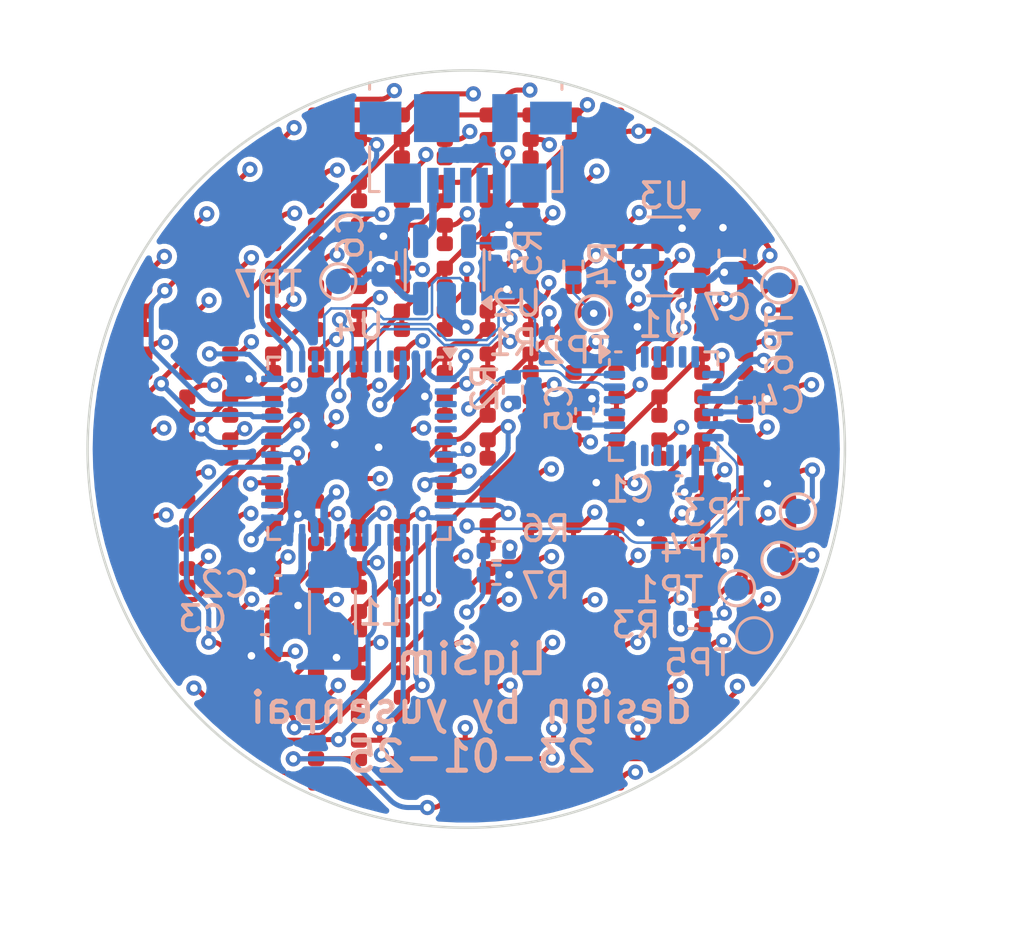
<source format=kicad_pcb>
(kicad_pcb (version 20240108) (generator "pcbnew") (generator_version "8.0")
  (layers (0 "F.Cu" signal) (1 "In1.Cu" signal) (2 "In2.Cu" signal) (3 "In3.Cu" signal) (4 "In4.Cu" signal) (31 "B.Cu" signal) (34 "B.Paste" user) (35 "F.Paste" user) (36 "B.SilkS" user "B.Silkscreen") (37 "F.SilkS" user "F.Silkscreen") (38 "B.Mask" user) (39 "F.Mask" user) (44 "Edge.Cuts" user))
  (net 0 "")
  (net 1 "/D2")
  (net 2 "/D4")
  (net 3 "/D6")
  (net 4 "/D8")
  (net 5 "/D10")
  (net 6 "/D12")
  (net 7 "/D14")
  (net 8 "/D1")
  (net 9 "/D16")
  (net 10 "/D3")
  (net 11 "/D15")
  (net 12 "/D5")
  (net 13 "/D13")
  (net 14 "/D7")
  (net 15 "/D11")
  (net 16 "/D9")
  (net 17 "Net-(U1-REGOUT)")
  (net 18 "Net-(U1-CPOUT)")
  (net 28 "GND")
  (net 29 "VDD")
  (net 30 "/BATT_ADC")
  (net 31 "Net-(U4-VLXSMPS)")
  (net 32 "/CHRG_INT")
  (net 33 "/I2C_SCL")
  (net 34 "/IMU_INT")
  (net 35 "/BOOT0")
  (net 36 "VDD11")
  (net 37 "/NRST")
  (net 38 "/I2C_SDA")
  (net 39 "Net-(U2-PROG)")
  (net 54 "+BATT")
  (net 56 "VCC")
  (footprint "LED_SMD:LED_0402_1005Metric_No_Ink" (layer "F.Cu") (at 86.7 88.4 -90)
    (property "Reference" "D173" (hide yes))
    (property "Value" "LED_Small")
  )
  (footprint "LED_SMD:LED_0402_1005Metric_No_Ink" (layer "F.Cu") (at 107.1 83.3 -90)
    (property "Reference" "D138" (hide yes))
    (property "Value" "LED_Small")
  )
  (footprint "LED_SMD:LED_0402_1005Metric_No_Ink" (layer "F.Cu") (at 105.4 86.7 -90)
    (property "Reference" "D169" (hide yes))
    (property "Value" "LED_Small")
  )
  (footprint "LED_SMD:LED_0402_1005Metric_No_Ink" (layer "F.Cu") (at 98.6 90.1 -90)
    (property "Reference" "D193" (hide yes))
    (property "Value" "LED_Small")
  )
  (footprint "LED_SMD:LED_0402_1005Metric_No_Ink" (layer "F.Cu") (at 91.8 73.1 -90)
    (property "Reference" "D34" (hide yes))
    (property "Value" "LED_Small")
  )
  (footprint "LED_SMD:LED_0402_1005Metric_No_Ink" (layer "F.Cu") (at 90.1 85 -90)
    (property "Reference" "D144" (hide yes))
    (property "Value" "LED_Small")
  )
  (footprint "LED_SMD:LED_0402_1005Metric_No_Ink" (layer "F.Cu") (at 95.2 71.4 -90)
    (property "Reference" "D23" (hide yes))
    (property "Value" "LED_Small")
  )
  (footprint "LED_SMD:LED_0402_1005Metric_No_Ink" (layer "F.Cu") (at 98.6 91.8 -90)
    (property "Reference" "D204" (hide yes))
    (property "Value" "LED_Small")
  )
  (footprint "LED_SMD:LED_0402_1005Metric_No_Ink" (layer "F.Cu") (at 95.2 73.1 -90)
    (property "Reference" "D36" (hide yes))
    (property "Value" "LED_Small")
  )
  (footprint "LED_SMD:LED_0402_1005Metric_No_Ink" (layer "F.Cu") (at 88.4 83.3 -90)
    (property "Reference" "D127" (hide yes))
    (property "Value" "LED_Small")
  )
  (footprint "LED_SMD:LED_0402_1005Metric_No_Ink" (layer "F.Cu") (at 105.4 69.7 -90)
    (property "Reference" "D18" (hide yes))
    (property "Value" "LED_Small")
  )
  (footprint "LED_SMD:LED_0402_1005Metric_No_Ink" (layer "F.Cu") (at 88.4 86.7 -90)
    (property "Reference" "D159" (hide yes))
    (property "Value" "LED_Small")
  )
  (footprint "LED_SMD:LED_0402_1005Metric_No_Ink" (layer "F.Cu") (at 91.8 93.5 -90)
    (property "Reference" "D209" (hide yes))
    (property "Value" "LED_Small")
  )
  (footprint "LED_SMD:LED_0402_1005Metric_No_Ink" (layer "F.Cu") (at 100.3 86.7 -90)
    (property "Reference" "D166" (hide yes))
    (property "Value" "LED_Small")
  )
  (footprint "LED_SMD:LED_0402_1005Metric_No_Ink" (layer "F.Cu") (at 100.3 90.1 -90)
    (property "Reference" "D194" (hide yes))
    (property "Value" "LED_Small")
  )
  (footprint "LED_SMD:LED_0402_1005Metric_No_Ink" (layer "F.Cu") (at 88.4 73.1 -90)
    (property "Reference" "D32" (hide yes))
    (property "Value" "LED_Small")
  )
  (footprint "LED_SMD:LED_0402_1005Metric_No_Ink" (layer "F.Cu") (at 98.6 88.4 -90)
    (property "Reference" "D180" (hide yes))
    (property "Value" "LED_Small")
  )
  (footprint "LED_SMD:LED_0402_1005Metric_No_Ink" (layer "F.Cu") (at 107.1 74.8 -90)
    (property "Reference" "D58" (hide yes))
    (property "Value" "LED_Small")
  )
  (footprint "LED_SMD:LED_0402_1005Metric_No_Ink" (layer "F.Cu") (at 100.3 81.6 -90)
    (property "Reference" "D118" (hide yes))
    (property "Value" "LED_Small")
  )
  (footprint "LED_SMD:LED_0402_1005Metric_No_Ink" (layer "F.Cu") (at 103.7 91.8 -90)
    (property "Reference" "D207" (hide yes))
    (property "Value" "LED_Small")
  )
  (footprint "LED_SMD:LED_0402_1005Metric_No_Ink" (layer "F.Cu") (at 95.2 88.4 -90)
    (property "Reference" "D178" (hide yes))
    (property "Value" "LED_Small")
  )
  (footprint "LED_SMD:LED_0402_1005Metric_No_Ink" (layer "F.Cu") (at 107.1 90.1 -90)
    (property "Reference" "D198" (hide yes))
    (property "Value" "LED_Small")
  )
  (footprint "LED_SMD:LED_0402_1005Metric_No_Ink" (layer "F.Cu") (at 105.4 73.1 -90)
    (property "Reference" "D42" (hide yes))
    (property "Value" "LED_Small")
  )
  (footprint "LED_SMD:LED_0402_1005Metric_No_Ink" (layer "F.Cu") (at 98.6 86.7 -90)
    (property "Reference" "D165" (hide yes))
    (property "Value" "LED_Small")
  )
  (footprint "LED_SMD:LED_0402_1005Metric_No_Ink" (layer "F.Cu") (at 86.7 74.8 -90)
    (property "Reference" "D46" (hide yes))
    (property "Value" "LED_Small")
  )
  (footprint "LED_SMD:LED_0402_1005Metric_No_Ink" (layer "F.Cu") (at 102 76.5 -90)
    (property "Reference" "D71" (hide yes))
    (property "Value" "LED_Small")
  )
  (footprint "LED_SMD:LED_0402_1005Metric_No_Ink" (layer "F.Cu") (at 105.4 83.3 -90)
    (property "Reference" "D137" (hide yes))
    (property "Value" "LED_Small")
  )
  (footprint "LED_SMD:LED_0402_1005Metric_No_Ink" (layer "F.Cu") (at 95.2 76.5 -90)
    (property "Reference" "D67" (hide yes))
    (property "Value" "LED_Small")
  )
  (footprint "LED_SMD:LED_0402_1005Metric_No_Ink" (layer "F.Cu") (at 91.8 71.4 -90)
    (property "Reference" "D21" (hide yes))
    (property "Value" "LED_Small")
  )
  (footprint "LED_SMD:LED_0402_1005Metric_No_Ink" (layer "F.Cu") (at 93.5 68 -90)
    (property "Reference" "D2" (hide yes))
    (property "Value" "LED_Small")
  )
  (footprint "LED_SMD:LED_0402_1005Metric_No_Ink" (layer "F.Cu") (at 98.6 69.7 -90)
    (property "Reference" "D14" (hide yes))
    (property "Value" "LED_Small")
  )
  (footprint "LED_SMD:LED_0402_1005Metric_No_Ink" (layer "F.Cu") (at 98.6 74.8 -90)
    (property "Reference" "D53" (hide yes))
    (property "Value" "LED_Small")
  )
  (footprint "LED_SMD:LED_0402_1005Metric_No_Ink" (layer "F.Cu") (at 93.5 79.9 -90)
    (property "Reference" "D98" (hide yes))
    (property "Value" "LED_Small")
  )
  (footprint "LED_SMD:LED_0402_1005Metric_No_Ink" (layer "F.Cu") (at 91.8 79.9 -90)
    (property "Reference" "D97" (hide yes))
    (property "Value" "LED_Small")
  )
  (footprint "LED_SMD:LED_0402_1005Metric_No_Ink" (layer "F.Cu") (at 93.5 83.3 -90)
    (property "Reference" "D130" (hide yes))
    (property "Value" "LED_Small")
  )
  (footprint "LED_SMD:LED_0402_1005Metric_No_Ink" (layer "F.Cu") (at 103.7 76.5 -90)
    (property "Reference" "D72" (hide yes))
    (property "Value" "LED_Small")
  )
  (footprint "LED_SMD:LED_0402_1005Metric_No_Ink" (layer "F.Cu") (at 96.9 91.8 -90)
    (property "Reference" "D203" (hide yes))
    (property "Value" "LED_Small")
  )
  (footprint "LED_SMD:LED_0402_1005Metric_No_Ink" (layer "F.Cu") (at 102 79.9 -90)
    (property "Reference" "D103" (hide yes))
    (property "Value" "LED_Small")
  )
  (footprint "LED_SMD:LED_0402_1005Metric_No_Ink" (layer "F.Cu") (at 93.5 85 -90)
    (property "Reference" "D146" (hide yes))
    (property "Value" "LED_Small")
  )
  (footprint "LED_SMD:LED_0402_1005Metric_No_Ink" (layer "F.Cu") (at 96.9 85 -90)
    (property "Reference" "D148" (hide yes))
    (property "Value" "LED_Small")
  )
  (footprint "LED_SMD:LED_0402_1005Metric_No_Ink" (layer "F.Cu") (at 110.5 74.8 -90)
    (property "Reference" "D60" (hide yes))
    (property "Value" "LED_Small")
  )
  (footprint "LED_SMD:LED_0402_1005Metric_No_Ink" (layer "F.Cu") (at 103.7 71.4 -90)
    (property "Reference" "D28" (hide yes))
    (property "Value" "LED_Small")
  )
  (footprint "LED_SMD:LED_0402_1005Metric_No_Ink" (layer "F.Cu") (at 96.9 90.1 -90)
    (property "Reference" "D192" (hide yes))
    (property "Value" "LED_Small")
  )
  (footprint "LED_SMD:LED_0402_1005Metric_No_Ink" (layer "F.Cu") (at 102 71.4 -90)
    (property "Reference" "D27" (hide yes))
    (property "Value" "LED_Small")
  )
  (footprint "LED_SMD:LED_0402_1005Metric_No_Ink" (layer "F.Cu") (at 108.8 73.1 -90)
    (property "Reference" "D44" (hide yes))
    (property "Value" "LED_Small")
  )
  (footprint "LED_SMD:LED_0402_1005Metric_No_Ink" (layer "F.Cu") (at 105.4 85 -90)
    (property "Reference" "D153" (hide yes))
    (property "Value" "LED_Small")
  )
  (footprint "LED_SMD:LED_0402_1005Metric_No_Ink" (layer "F.Cu") (at 90.1 78.2 -90)
    (property "Reference" "D80" (hide yes))
    (property "Value" "LED_Small")
  )
  (footprint "LED_SMD:LED_0402_1005Metric_No_Ink" (layer "F.Cu") (at 96.9 76.5 -90)
    (property "Reference" "D68" (hide yes))
    (property "Value" "LED_Small")
  )
  (footprint "LED_SMD:LED_0402_1005Metric_No_Ink" (layer "F.Cu") (at 86.7 76.5 -90)
    (property "Reference" "D62" (hide yes))
    (property "Value" "LED_Small")
  )
  (footprint "LED_SMD:LED_0402_1005Metric_No_Ink" (layer "F.Cu") (at 103.7 86.7 -90)
    (property "Reference" "D168" (hide yes))
    (property "Value" "LED_Small")
  )
  (footprint "LED_SMD:LED_0402_1005Metric_No_Ink" (layer "F.Cu") (at 103.7 81.6 -90)
    (property "Reference" "D120" (hide yes))
    (property "Value" "LED_Small")
  )
  (footprint "LED_SMD:LED_0402_1005Metric_No_Ink" (layer "F.Cu") (at 88.4 90.1 -90)
    (property "Reference" "D187" (hide yes))
    (property "Value" "LED_Small")
  )
  (footprint "LED_SMD:LED_0402_1005Metric_No_Ink" (layer "F.Cu") (at 103.7 68 -90)
    (property "Reference" "D8" (hide yes))
    (property "Value" "LED_Small")
  )
  (footprint "LED_SMD:LED_0402_1005Metric_No_Ink" (layer "F.Cu") (at 96.9 93.5 -90)
    (property "Reference" "D212" (hide yes))
    (property "Value" "LED_Small")
  )
  (footprint "LED_SMD:LED_0402_1005Metric_No_Ink" (layer "F.Cu") (at 90.1 88.4 -90)
    (property "Reference" "D175" (hide yes))
    (property "Value" "LED_Small")
  )
  (footprint "LED_SMD:LED_0402_1005Metric_No_Ink" (layer "F.Cu") (at 103.7 78.2 -90)
    (property "Reference" "D88" (hide yes))
    (property "Value" "LED_Small")
  )
  (footprint "LED_SMD:LED_0402_1005Metric_No_Ink" (layer "F.Cu") (at 102 93.5 90)
    (property "Reference" "D215" (hide yes))
    (property "Value" "LED_Small")
  )
  (footprint "LED_SMD:LED_0402_1005Metric_No_Ink" (layer "F.Cu") (at 100.3 93.5 -90)
    (property "Reference" "D214" (hide yes))
    (property "Value" "LED_Small")
  )
  (footprint "LED_SMD:LED_0402_1005Metric_No_Ink" (layer "F.Cu") (at 93.5 74.8 -90)
    (property "Reference" "D50" (hide yes))
    (property "Value" "LED_Small")
  )
  (footprint "LED_SMD:LED_0402_1005Metric_No_Ink" (layer "F.Cu") (at 107.1 76.5 -90)
    (property "Reference" "D74" (hide yes))
    (property "Value" "LED_Small")
  )
  (footprint "LED_SMD:LED_0402_1005Metric_No_Ink" (layer "F.Cu") (at 90.1 79.9 -90)
    (property "Reference" "D96" (hide yes))
    (property "Value" "LED_Small")
  )
  (footprint "LED_SMD:LED_0402_1005Metric_No_Ink" (layer "F.Cu") (at 108.8 79.9 -90)
    (property "Reference" "D107" (hide yes))
    (property "Value" "LED_Small")
  )
  (footprint "LED_SMD:LED_0402_1005Metric_No_Ink" (layer "F.Cu") (at 110.5 83.3 90)
    (property "Reference" "D140" (hide yes))
    (property "Value" "LED_Small")
  )
  (footprint "LED_SMD:LED_0402_1005Metric_No_Ink" (layer "F.Cu") (at 108.8 83.3 -90)
    (property "Reference" "D139" (hide yes))
    (property "Value" "LED_Small")
  )
  (footprint "LED_SMD:LED_0402_1005Metric_No_Ink" (layer "F.Cu") (at 96.9 71.4 -90)
    (property "Reference" "D24" (hide yes))
    (property "Value" "LED_Small")
  )
  (footprint "LED_SMD:LED_0402_1005Metric_No_Ink" (layer "F.Cu") (at 110.5 86.7 90)
    (property "Reference" "D172" (hide yes))
    (property "Value" "LED_Small")
  )
  (footprint "LED_SMD:LED_0402_1005Metric_No_Ink" (layer "F.Cu") (at 102 88.4 -90)
    (property "Reference" "D182" (hide yes))
    (property "Value" "LED_Small")
  )
  (footprint "LED_SMD:LED_0402_1005Metric_No_Ink" (layer "F.Cu") (at 93.5 88.4 -90)
    (property "Reference" "D177" (hide yes))
    (property "Value" "LED_Small")
  )
  (footprint "LED_SMD:LED_0402_1005Metric_No_Ink" (layer "F.Cu") (at 95.2 83.3 -90)
    (property "Reference" "D131" (hide yes))
    (property "Value" "LED_Small")
  )
  (footprint "LED_SMD:LED_0402_1005Metric_No_Ink" (layer "F.Cu") (at 98.6 68 -90)
    (property "Reference" "D5" (hide yes))
    (property "Value" "LED_Small")
  )
  (footprint "LED_SMD:LED_0402_1005Metric_No_Ink" (layer "F.Cu") (at 91.8 78.2 -90)
    (property "Reference" "D81" (hide yes))
    (property "Value" "LED_Small")
  )
  (footprint "LED_SMD:LED_0402_1005Metric_No_Ink" (layer "F.Cu") (at 90.1 91.8 -90)
    (property "Reference" "D199" (hide yes))
    (property "Value" "LED_Small")
  )
  (footprint "LED_SMD:LED_0402_1005Metric_No_Ink" (layer "F.Cu") (at 95.2 79.9 -90)
    (property "Reference" "D99" (hide yes))
    (property "Value" "LED_Small")
  )
  (footprint "LED_SMD:LED_0402_1005Metric_No_Ink" (layer "F.Cu") (at 90.1 74.8 -90)
    (property "Reference" "D48" (hide yes))
    (property "Value" "LED_Small")
  )
  (footprint "LED_SMD:LED_0402_1005Metric_No_Ink" (layer "F.Cu") (at 102 81.6 -90)
    (property "Reference" "D119" (hide yes))
    (property "Value" "LED_Small")
  )
  (footprint "LED_SMD:LED_0402_1005Metric_No_Ink" (layer "F.Cu") (at 103.7 83.3 -90)
    (property "Reference" "D136" (hide yes))
    (property "Value" "LED_Small")
  )
  (footprint "LED_SMD:LED_0402_1005Metric_No_Ink" (layer "F.Cu") (at 90.1 81.6 -90)
    (property "Reference" "D112" (hide yes))
    (property "Value" "LED_Small")
  )
  (footprint "LED_SMD:LED_0402_1005Metric_No_Ink" (layer "F.Cu") (at 105.4 88.4 -90)
    (property "Reference" "D184" (hide yes))
    (property "Value" "LED_Small")
  )
  (footprint "LED_SMD:LED_0402_1005Metric_No_Ink" (layer "F.Cu") (at 93.5 90.1 -90)
    (property "Reference" "D190" (hide yes))
    (property "Value" "LED_Small")
  )
  (footprint "LED_SMD:LED_0402_1005Metric_No_Ink" (layer "F.Cu") (at 107.1 88.4 -90)
    (property "Reference" "D185" (hide yes))
    (property "Value" "LED_Small")
  )
  (footprint "LED_SMD:LED_0402_1005Metric_No_Ink" (layer "F.Cu") (at 107.1 85 -90)
    (property "Reference" "D154" (hide yes))
    (property "Value" "LED_Small")
  )
  (footprint "LED_SMD:LED_0402_1005Metric_No_Ink" (layer "F.Cu") (at 93.5 78.2 -90)
    (property "Reference" "D82" (hide yes))
    (property "Value" "LED_Small")
  )
  (footprint "LED_SMD:LED_0402_1005Metric_No_Ink" (layer "F.Cu") (at 102 78.2 -90)
    (property "Reference" "D87" (hide yes))
    (property "Value" "LED_Small")
  )
  (footprint "LED_SMD:LED_0402_1005Metric_No_Ink" (layer "F.Cu") (at 91.8 68 -90)
    (property "Reference" "D1" (hide yes))
    (property "Value" "LED_Small")
  )
  (footprint "LED_SMD:LED_0402_1005Metric_No_Ink" (layer "F.Cu") (at 93.5 86.7 -90)
    (property "Reference" "D162" (hide yes))
    (property "Value" "LED_Small")
  )
  (footprint "LED_SMD:LED_0402_1005Metric_No_Ink" (layer "F.Cu") (at 105.4 71.4 -90)
    (property "Reference" "D29" (hide yes))
    (property "Value" "LED_Small")
  )
  (footprint "LED_SMD:LED_0402_1005Metric_No_Ink" (layer "F.Cu") (at 105.4 79.9 -90)
    (property "Reference" "D105" (hide yes))
    (property "Value" "LED_Small")
  )
  (footprint "LED_SMD:LED_0402_1005Metric_No_Ink" (layer "F.Cu") (at 96.9 88.4 -90)
    (property "Reference" "D179" (hide yes))
    (property "Value" "LED_Small")
  )
  (footprint "LED_SMD:LED_0402_1005Metric_No_Ink" (layer "F.Cu") (at 100.3 74.8 -90)
    (property "Reference" "D54" (hide yes))
    (property "Value" "LED_Small")
  )
  (footprint "LED_SMD:LED_0402_1005Metric_No_Ink" (layer "F.Cu") (at 88.4 88.4 -90)
    (property "Reference" "D174" (hide yes))
    (property "Value" "LED_Small")
  )
  (footprint "LED_SMD:LED_0402_1005Metric_No_Ink" (layer "F.Cu") (at 93.5 69.7 -90)
    (property "Reference" "D11" (hide yes))
    (property "Value" "LED_Small")
  )
  (footprint "LED_SMD:LED_0402_1005Metric_No_Ink" (layer "F.Cu") (at 93.5 76.5 -90)
    (property "Reference" "D66" (hide yes))
    (property "Value" "LED_Small")
  )
  (footprint "LED_SMD:LED_0402_1005Metric_No_Ink" (layer "F.Cu") (at 105.4 76.5 -90)
    (property "Reference" "D73" (hide yes))
    (property "Value" "LED_Small")
  )
  (footprint "LED_SMD:LED_0402_1005Metric_No_Ink" (layer "F.Cu") (at 102 73.1 -90)
    (property "Reference" "D40" (hide yes))
    (property "Value" "LED_Small")
  )
  (footprint "LED_SMD:LED_0402_1005Metric_No_Ink" (layer "F.Cu") (at 98.6 81.6 -90)
    (property "Reference" "D117" (hide yes))
    (property "Value" "LED_Small")
  )
  (footprint "LED_SMD:LED_0402_1005Metric_No_Ink" (layer "F.Cu") (at 96.9 69.7 -90)
    (property "Reference" "D13" (hide yes))
    (property "Value" "LED_Small")
  )
  (footprint "LED_SMD:LED_0402_1005Metric_No_Ink" (layer "F.Cu") (at 103.7 73.1 -90)
    (property "Reference" "D41" (hide yes))
    (property "Value" "LED_Small")
  )
  (footprint "LED_SMD:LED_0402_1005Metric_No_Ink" (layer "F.Cu") (at 96.9 78.2 -90)
    (property "Reference" "D84" (hide yes))
    (property "Value" "LED_Small")
  )
  (footprint "LED_SMD:LED_0402_1005Metric_No_Ink" (layer "F.Cu") (at 86.7 85 -90)
    (property "Reference" "D142" (hide yes))
    (property "Value" "LED_Small")
  )
  (footprint "LED_SMD:LED_0402_1005Metric_No_Ink" (layer "F.Cu") (at 91.8 83.3 -90)
    (property "Reference" "D129" (hide yes))
    (property "Value" "LED_Small")
  )
  (footprint "LED_SMD:LED_0402_1005Metric_No_Ink" (layer "F.Cu") (at 93.5 71.4 -90)
    (property "Reference" "D22" (hide yes))
    (property "Value" "LED_Small")
  )
  (footprint "LED_SMD:LED_0402_1005Metric_No_Ink" (layer "F.Cu") (at 107.1 81.6 -90)
    (property "Reference" "D122" (hide yes))
    (property "Value" "LED_Small")
  )
  (footprint "LED_SMD:LED_0402_1005Metric_No_Ink" (layer "F.Cu") (at 103.7 93.5 -90)
    (property "Reference" "D216" (hide yes))
    (property "Value" "LED_Small")
  )
  (footprint "LED_SMD:LED_0402_1005Metric_No_Ink" (layer "F.Cu") (at 95.2 85 -90)
    (property "Reference" "D147" (hide yes))
    (property "Value" "LED_Small")
  )
  (footprint "LED_SMD:LED_0402_1005Metric_No_Ink" (layer "F.Cu") (at 96.9 79.9 -90)
    (property "Reference" "D100" (hide yes))
    (property "Value" "LED_Small")
  )
  (footprint "LED_SMD:LED_0402_1005Metric_No_Ink" (layer "F.Cu") (at 108.8 78.2 -90)
    (property "Reference" "D91" (hide yes))
    (property "Value" "LED_Small")
  )
  (footprint "LED_SMD:LED_0402_1005Metric_No_Ink" (layer "F.Cu") (at 88.4 85 -90)
    (property "Reference" "D143" (hide yes))
    (property "Value" "LED_Small")
  )
  (footprint "LED_SMD:LED_0402_1005Metric_No_Ink" (layer "F.Cu") (at 103.7 90.1 -90)
    (property "Reference" "D196" (hide yes))
    (property "Value" "LED_Small")
  )
  (footprint "LED_SMD:LED_0402_1005Metric_No_Ink" (layer "F.Cu") (at 85 78.2 -90)
    (property "Reference" "D77" (hide yes))
    (property "Value" "LED_Small")
  )
  (footprint "LED_SMD:LED_0402_1005Metric_No_Ink" (layer "F.Cu") (at 107.1 86.7 -90)
    (property "Reference" "D170" (hide yes))
    (property "Value" "LED_Small")
  )
  (footprint "LED_SMD:LED_0402_1005Metric_No_Ink" (layer "F.Cu") (at 86.7 83.3 -90)
    (property "Reference" "D126" (hide yes))
    (property "Value" "LED_Small")
  )
  (footprint "LED_SMD:LED_0402_1005Metric_No_Ink" (layer "F.Cu") (at 102 86.7 -90)
    (property "Reference" "D167" (hide yes))
    (property "Value" "LED_Small")
  )
  (footprint "LED_SMD:LED_0402_1005Metric_No_Ink" (layer "F.Cu") (at 110.5 79.9 90)
    (property "Reference" "D108" (hide yes))
    (property "Value" "LED_Small")
  )
  (footprint "LED_SMD:LED_0402_1005Metric_No_Ink" (layer "F.Cu") (at 110.5 76.5 -90)
    (property "Reference" "D76" (hide yes))
    (property "Value" "LED_Small")
  )
  (footprint "LED_SMD:LED_0402_1005Metric_No_Ink" (layer "F.Cu") (at 95.2 81.6 -90)
    (property "Reference" "D115" (hide yes))
    (property "Value" "LED_Small")
  )
  (footprint "LED_SMD:LED_0402_1005Metric_No_Ink" (layer "F.Cu") (at 88.4 81.6 -90)
    (property "Reference" "D111" (hide yes))
    (property "Value" "LED_Small")
  )
  (footprint "LED_SMD:LED_0402_1005Metric_No_Ink" (layer "F.Cu") (at 90.1 71.4 -90)
    (property "Reference" "D20" (hide yes))
    (property "Value" "LED_Small")
  )
  (footprint "LED_SMD:LED_0402_1005Metric_No_Ink" (layer "F.Cu") (at 95.2 91.8 -90)
    (property "Reference" "D202" (hide yes))
    (property "Value" "LED_Small")
  )
  (footprint "LED_SMD:LED_0402_1005Metric_No_Ink" (layer "F.Cu") (at 100.3 83.3 -90)
    (property "Reference" "D134" (hide yes))
    (property "Value" "LED_Small")
  )
  (footprint "LED_SMD:LED_0402_1005Metric_No_Ink" (layer "F.Cu") (at 90.1 76.5 -90)
    (property "Reference" "D64" (hide yes))
    (property "Value" "LED_Small")
  )
  (footprint "LED_SMD:LED_0402_1005Metric_No_Ink" (layer "F.Cu") (at 98.6 79.9 -90)
    (property "Reference" "D101" (hide yes))
    (property "Value" "LED_Small")
  )
  (footprint "LED_SMD:LED_0402_1005Metric_No_Ink" (layer "F.Cu") (at 88.4 78.2 -90)
    (property "Reference" "D79" (hide yes))
    (property "Value" "LED_Small")
  )
  (footprint "LED_SMD:LED_0402_1005Metric_No_Ink" (layer "F.Cu") (at 100.3 71.4 -90)
    (property "Reference" "D26" (hide yes))
    (property "Value" "LED_Small")
  )
  (footprint "LED_SMD:LED_0402_1005Metric_No_Ink" (layer "F.Cu") (at 102 68 -90)
    (property "Reference" "D7" (hide yes))
    (property "Value" "LED_Small")
  )
  (footprint "LED_SMD:LED_0402_1005Metric_No_Ink" (layer "F.Cu") (at 107.1 71.4 -90)
    (property "Reference" "D30" (hide yes))
    (property "Value" "LED_Small")
  )
  (footprint "LED_SMD:LED_0402_1005Metric_No_Ink" (layer "F.Cu") (at 108.8 76.5 -90)
    (property "Reference" "D75" (hide yes))
    (property "Value" "LED_Small")
  )
  (footprint "LED_SMD:LED_0402_1005Metric_No_Ink" (layer "F.Cu") (at 98.6 73.1 -90)
    (property "Reference" "D38" (hide yes))
    (property "Value" "LED_Small")
  )
  (footprint "LED_SMD:LED_0402_1005Metric_No_Ink" (layer "F.Cu") (at 91.8 88.4 -90)
    (property "Reference" "D176" (hide yes))
    (property "Value" "LED_Small")
  )
  (footprint "LED_SMD:LED_0402_1005Metric_No_Ink" (layer "F.Cu") (at 85 81.6 -90)
    (property "Reference" "D109" (hide yes))
    (property "Value" "LED_Small")
  )
  (footprint "LED_SMD:LED_0402_1005Metric_No_Ink" (layer "F.Cu") (at 86.7 81.6 -90)
    (property "Reference" "D110" (hide yes))
    (property "Value" "LED_Small")
  )
  (footprint "LED_SMD:LED_0402_1005Metric_No_Ink" (layer "F.Cu") (at 90.1 86.7 -90)
    (property "Reference" "D160" (hide yes))
    (property "Value" "LED_Small")
  )
  (footprint "LED_SMD:LED_0402_1005Metric_No_Ink" (layer "F.Cu") (at 95.2 69.7 -90)
    (property "Reference" "D12" (hide yes))
    (property "Value" "LED_Small")
  )
  (footprint "LED_SMD:LED_0402_1005Metric_No_Ink" (layer "F.Cu") (at 95.2 93.5 -90)
    (property "Reference" "D211" (hide yes))
    (property "Value" "LED_Small")
  )
  (footprint "LED_SMD:LED_0402_1005Metric_No_Ink" (layer "F.Cu") (at 98.6 83.3 -90)
    (property "Reference" "D133" (hide yes))
    (property "Value" "LED_Small")
  )
  (footprint "LED_SMD:LED_0402_1005Metric_No_Ink" (layer "F.Cu") (at 102 91.8 -90)
    (property "Reference" "D206" (hide yes))
    (property "Value" "LED_Small")
  )
  (footprint "LED_SMD:LED_0402_1005Metric_No_Ink" (layer "F.Cu") (at 95.2 78.2 -90)
    (property "Reference" "D83" (hide yes))
    (property "Value" "LED_Small")
  )
  (footprint "LED_SMD:LED_0402_1005Metric_No_Ink" (layer "F.Cu") (at 100.3 78.2 -90)
    (property "Reference" "D86" (hide yes))
    (property "Value" "LED_Small")
  )
  (footprint "LED_SMD:LED_0402_1005Metric_No_Ink" (layer "F.Cu") (at 91.8 69.7 -90)
    (property "Reference" "D10" (hide yes))
    (property "Value" "LED_Small")
  )
  (footprint "LED_SMD:LED_0402_1005Metric_No_Ink" (layer "F.Cu") (at 91.8 91.8 -90)
    (property "Reference" "D200" (hide yes))
    (property "Value" "LED_Small")
  )
  (footprint "LED_SMD:LED_0402_1005Metric_No_Ink" (layer "F.Cu") (at 105.4 78.2 -90)
    (property "Reference" "D89" (hide yes))
    (property "Value" "LED_Small")
  )
  (footprint "LED_SMD:LED_0402_1005Metric_No_Ink" (layer "F.Cu") (at 96.9 83.3 -90)
    (property "Reference" "D132" (hide yes))
    (property "Value" "LED_Small")
  )
  (footprint "LED_SMD:LED_0402_1005Metric_No_Ink" (layer "F.Cu") (at 107.1 73.1 -90)
    (property "Reference" "D43" (hide yes))
    (property "Value" "LED_Small")
  )
  (footprint "LED_SMD:LED_0402_1005Metric_No_Ink" (layer "F.Cu") (at 93.5 91.8 -90)
    (property "Reference" "D201" (hide yes))
    (property "Value" "LED_Small")
  )
  (footprint "LED_SMD:LED_0402_1005Metric_No_Ink" (layer "F.Cu") (at 105.4 91.8 -90)
    (property "Reference" "D208" (hide yes))
    (property "Value" "LED_Small")
  )
  (footprint "LED_SMD:LED_0402_1005Metric_No_Ink" (layer "F.Cu") (at 102 69.7 -90)
    (property "Reference" "D16" (hide yes))
    (property "Value" "LED_Small")
  )
  (footprint "LED_SMD:LED_0402_1005Metric_No_Ink" (layer "F.Cu") (at 86.7 73.1 -90)
    (property "Reference" "D31" (hide yes))
    (property "Value" "LED_Small")
  )
  (footprint "LED_SMD:LED_0402_1005Metric_No_Ink" (layer "F.Cu") (at 85 83.3 -90)
    (property "Reference" "D125" (hide yes))
    (property "Value" "LED_Small")
  )
  (footprint "LED_SMD:LED_0402_1005Metric_No_Ink" (layer "F.Cu") (at 85 79.9 -90)
    (property "Reference" "D93" (hide yes))
    (property "Value" "LED_Small")
  )
  (footprint "LED_SMD:LED_0402_1005Metric_No_Ink" (layer "F.Cu") (at 90.1 73.1 -90)
    (property "Reference" "D33" (hide yes))
    (property "Value" "LED_Small")
  )
  (footprint "LED_SMD:LED_0402_1005Metric_No_Ink" (layer "F.Cu") (at 85 76.5 -90)
    (property "Reference" "D61" (hide yes))
    (property "Value" "LED_Small")
  )
  (footprint "LED_SMD:LED_0402_1005Metric_No_Ink" (layer "F.Cu") (at 110.5 81.6 -90)
    (property "Reference" "D124" (hide yes))
    (property "Value" "LED_Small")
  )
  (footprint "LED_SMD:LED_0402_1005Metric_No_Ink" (layer "F.Cu") (at 98.6 93.5 -90)
    (property "Reference" "D213" (hide yes))
    (property "Value" "LED_Small")
  )
  (footprint "LED_SMD:LED_0402_1005Metric_No_Ink" (layer "F.Cu") (at 95.2 74.8 -90)
    (property "Reference" "D51" (hide yes))
    (property "Value" "LED_Small")
  )
  (footprint "LED_SMD:LED_0402_1005Metric_No_Ink" (layer "F.Cu") (at 85 86.7 -90)
    (property "Reference" "D157" (hide yes))
    (property "Value" "LED_Small")
  )
  (footprint "LED_SMD:LED_0402_1005Metric_No_Ink" (layer "F.Cu") (at 90.1 90.1 -90)
    (property "Reference" "D188" (hide yes))
    (property "Value" "LED_Small")
  )
  (footprint "LED_SMD:LED_0402_1005Metric_No_Ink" (layer "F.Cu") (at 86.7 78.2 -90)
    (property "Reference" "D78" (hide yes))
    (property "Value" "LED_Small")
  )
  (footprint "LED_SMD:LED_0402_1005Metric_No_Ink" (layer "F.Cu") (at 95.2 68 -90)
    (property "Reference" "D3" (hide yes))
    (property "Value" "LED_Small")
  )
  (footprint "LED_SMD:LED_0402_1005Metric_No_Ink" (layer "F.Cu") (at 100.3 79.9 -90)
    (property "Reference" "D102" (hide yes))
    (property "Value" "LED_Small")
  )
  (footprint "LED_SMD:LED_0402_1005Metric_No_Ink" (layer "F.Cu") (at 110.5 78.2 -90)
    (property "Reference" "D92" (hide yes))
    (property "Value" "LED_Small")
  )
  (footprint "LED_SMD:LED_0402_1005Metric_No_Ink" (layer "F.Cu") (at 100.3 85 -90)
    (property "Reference" "D150" (hide yes))
    (property "Value" "LED_Small")
  )
  (footprint "LED_SMD:LED_0402_1005Metric_No_Ink" (layer "F.Cu") (at 100.3 69.7 -90)
    (property "Reference" "D15" (hide yes))
    (property "Value" "LED_Small")
  )
  (footprint "LED_SMD:LED_0402_1005Metric_No_Ink" (layer "F.Cu") (at 100.3 68 -90)
    (property "Reference" "D6" (hide yes))
    (property "Value" "LED_Small")
  )
  (footprint "LED_SMD:LED_0402_1005Metric_No_Ink" (layer "F.Cu") (at 108.8 86.7 -90)
    (property "Reference" "D171" (hide yes))
    (property "Value" "LED_Small")
  )
  (footprint "LED_SMD:LED_0402_1005Metric_No_Ink" (layer "F.Cu") (at 90.1 69.7 -90)
    (property "Reference" "D9" (hide yes))
    (property "Value" "LED_Small")
  )
  (footprint "LED_SMD:LED_0402_1005Metric_No_Ink" (layer "F.Cu") (at 93.5 93.5 90)
    (property "Reference" "D210" (hide yes))
    (property "Value" "LED_Small")
  )
  (footprint "LED_SMD:LED_0402_1005Metric_No_Ink" (layer "F.Cu") (at 96.9 86.7 -90)
    (property "Reference" "D164" (hide yes))
    (property "Value" "LED_Small")
  )
  (footprint "LED_SMD:LED_0402_1005Metric_No_Ink" (layer "F.Cu") (at 96.9 73.1 -90)
    (property "Reference" "D37" (hide yes))
    (property "Value" "LED_Small")
  )
  (footprint "LED_SMD:LED_0402_1005Metric_No_Ink" (layer "F.Cu") (at 102 90.1 -90)
    (property "Reference" "D195" (hide yes))
    (property "Value" "LED_Small")
  )
  (footprint "LED_SMD:LED_0402_1005Metric_No_Ink" (layer "F.Cu") (at 91.8 85 -90)
    (property "Reference" "D145" (hide yes))
    (property "Value" "LED_Small")
  )
  (footprint "LED_SMD:LED_0402_1005Metric_No_Ink" (layer "F.Cu") (at 96.9 74.8 -90)
    (property "Reference" "D52" (hide yes))
    (property "Value" "LED_Small")
  )
  (footprint "LED_SMD:LED_0402_1005Metric_No_Ink" (layer "F.Cu") (at 108.8 74.8 -90)
    (property "Reference" "D59" (hide yes))
    (property "Value" "LED_Small")
  )
  (footprint "LED_SMD:LED_0402_1005Metric_No_Ink" (layer "F.Cu") (at 93.5 73.1 -90)
    (property "Reference" "D35" (hide yes))
    (property "Value" "LED_Small")
  )
  (footprint "LED_SMD:LED_0402_1005Metric_No_Ink" (layer "F.Cu") (at 98.6 76.5 -90)
    (property "Reference" "D69" (hide yes))
    (property "Value" "LED_Small")
  )
  (footprint "LED_SMD:LED_0402_1005Metric_No_Ink" (layer "F.Cu") (at 107.1 79.9 -90)
    (property "Reference" "D106" (hide yes))
    (property "Value" "LED_Small")
  )
  (footprint "LED_SMD:LED_0402_1005Metric_No_Ink" (layer "F.Cu") (at 91.8 90.1 -90)
    (property "Reference" "D189" (hide yes))
    (property "Value" "LED_Small")
  )
  (footprint "LED_SMD:LED_0402_1005Metric_No_Ink" (layer "F.Cu") (at 85 74.8 -90)
    (property "Reference" "D45" (hide yes))
    (property "Value" "LED_Small")
  )
  (footprint "LED_SMD:LED_0402_1005Metric_No_Ink" (layer "F.Cu") (at 108.8 88.4 -90)
    (property "Reference" "D186" (hide yes))
    (property "Value" "LED_Small")
  )
  (footprint "LED_SMD:LED_0402_1005Metric_No_Ink" (layer "F.Cu") (at 103.7 85 -90)
    (property "Reference" "D152" (hide yes))
    (property "Value" "LED_Small")
  )
  (footprint "LED_SMD:LED_0402_1005Metric_No_Ink" (layer "F.Cu") (at 102 74.8 -90)
    (property "Reference" "D55" (hide yes))
    (property "Value" "LED_Small")
  )
  (footprint "LED_SMD:LED_0402_1005Metric_No_Ink" (layer "F.Cu") (at 90.1 83.3 -90)
    (property "Reference" "D128" (hide yes))
    (property "Value" "LED_Small")
  )
  (footprint "LED_SMD:LED_0402_1005Metric_No_Ink" (layer "F.Cu") (at 100.3 76.5 -90)
    (property "Reference" "D70" (hide yes))
    (property "Value" "LED_Small")
  )
  (footprint "LED_SMD:LED_0402_1005Metric_No_Ink" (layer "F.Cu") (at 91.8 81.6 -90)
    (property "Reference" "D113" (hide yes))
    (property "Value" "LED_Small")
  )
  (footprint "LED_SMD:LED_0402_1005Metric_No_Ink" (layer "F.Cu") (at 88.4 71.4 -90)
    (property "Reference" "D19" (hide yes))
    (property "Value" "LED_Small")
  )
  (footprint "LED_SMD:LED_0402_1005Metric_No_Ink" (layer "F.Cu") (at 91.8 76.5 -90)
    (property "Reference" "D65" (hide yes))
    (property "Value" "LED_Small")
  )
  (footprint "LED_SMD:LED_0402_1005Metric_No_Ink" (layer "F.Cu") (at 108.8 81.6 -90)
    (property "Reference" "D123" (hide yes))
    (property "Value" "LED_Small")
  )
  (footprint "LED_SMD:LED_0402_1005Metric_No_Ink" (layer "F.Cu") (at 102 85 -90)
    (property "Reference" "D151" (hide yes))
    (property "Value" "LED_Small")
  )
  (footprint "LED_SMD:LED_0402_1005Metric_No_Ink" (layer "F.Cu") (at 88.4 76.5 -90)
    (property "Reference" "D63" (hide yes))
    (property "Value" "LED_Small")
  )
  (footprint "LED_SMD:LED_0402_1005Metric_No_Ink" (layer "F.Cu") (at 103.7 88.4 -90)
    (property "Reference" "D183" (hide yes))
    (property "Value" "LED_Small")
  )
  (footprint "LED_SMD:LED_0402_1005Metric_No_Ink" (layer "F.Cu") (at 98.6 71.4 -90)
    (property "Reference" "D25" (hide yes))
    (property "Value" "LED_Small")
  )
  (footprint "LED_SMD:LED_0402_1005Metric_No_Ink" (layer "F.Cu") (at 107.1 78.2 -90)
    (property "Reference" "D90" (hide yes))
    (property "Value" "LED_Small")
  )
  (footprint "LED_SMD:LED_0402_1005Metric_No_Ink" (layer "F.Cu") (at 96.9 81.6 -90)
    (property "Reference" "D116" (hide yes))
    (property "Value" "LED_Small")
  )
  (footprint "LED_SMD:LED_0402_1005Metric_No_Ink" (layer "F.Cu") (at 100.3 91.8 -90)
    (property "Reference" "D205" (hide yes))
    (property "Value" "LED_Small")
  )
  (footprint "LED_SMD:LED_0402_1005Metric_No_Ink" (layer "F.Cu") (at 93.5 81.6 -90)
    (property "Reference" "D114" (hide yes))
    (property "Value" "LED_Small")
  )
  (footprint "LED_SMD:LED_0402_1005Metric_No_Ink" (layer "F.Cu") (at 100.3 73.1 -90)
    (property "Reference" "D39" (hide yes))
    (property "Value" "LED_Small")
  )
  (footprint "LED_SMD:LED_0402_1005Metric_No_Ink" (layer "F.Cu") (at 86.7 79.9 -90)
    (property "Reference" "D94" (hide yes))
    (property "Value" "LED_Small")
  )
  (footprint "LED_SMD:LED_0402_1005Metric_No_Ink" (layer "F.Cu") (at 98.6 78.2 -90)
    (property "Reference" "D85" (hide yes))
    (property "Value" "LED_Small")
  )
  (footprint "LED_SMD:LED_0402_1005Metric_No_Ink" (layer "F.Cu") (at 103.7 79.9 -90)
    (property "Reference" "D104" (hide yes))
    (property "Value" "LED_Small")
  )
  (footprint "LED_SMD:LED_0402_1005Metric_No_Ink" (layer "F.Cu") (at 95.2 90.1 -90)
    (property "Reference" "D191" (hide yes))
    (property "Value" "LED_Small")
  )
  (footprint "LED_SMD:LED_0402_1005Metric_No_Ink" (layer "F.Cu") (at 91.8 86.7 -90)
    (property "Reference" "D161" (hide yes))
    (property "Value" "LED_Small")
  )
  (footprint "LED_SMD:LED_0402_1005Metric_No_Ink" (layer "F.Cu") (at 88.4 74.8 -90)
    (property "Reference" "D47" (hide yes))
    (property "Value" "LED_Small")
  )
  (footprint "LED_SMD:LED_0402_1005Metric_No_Ink" (layer "F.Cu") (at 105.4 81.6 -90)
    (property "Reference" "D121" (hide yes))
    (property "Value" "LED_Small")
  )
  (footprint "LED_SMD:LED_0402_1005Metric_No_Ink" (layer "F.Cu") (at 98.6 85 -90)
    (property "Reference" "D149" (hide yes))
    (property "Value" "LED_Small")
  )
  (footprint "LED_SMD:LED_0402_1005Metric_No_Ink" (layer "F.Cu") (at 108.8 85 -90)
    (property "Reference" "D155" (hide yes))
    (property "Value" "LED_Small")
  )
  (footprint "LED_SMD:LED_0402_1005Metric_No_Ink" (layer "F.Cu") (at 85 85 -90)
    (property "Reference" "D141" (hide yes))
    (property "Value" "LED_Small")
  )
  (footprint "LED_SMD:LED_0402_1005Metric_No_Ink" (layer "F.Cu") (at 105.4 90.1 -90)
    (property "Reference" "D197" (hide yes))
    (property "Value" "LED_Small")
  )
  (footprint "LED_SMD:LED_0402_1005Metric_No_Ink" (layer "F.Cu") (at 103.7 69.7 -90)
    (property "Reference" "D17" (hide yes))
    (property "Value" "LED_Small")
  )
  (footprint "LED_SMD:LED_0402_1005Metric_No_Ink" (layer "F.Cu") (at 103.7 74.8 -90)
    (property "Reference" "D56" (hide yes))
    (property "Value" "LED_Small")
  )
  (footprint "LED_SMD:LED_0402_1005Metric_No_Ink" (layer "F.Cu") (at 95.2 86.7 -90)
    (property "Reference" "D163" (hide yes))
    (property "Value" "LED_Small")
  )
  (footprint "LED_SMD:LED_0402_1005Metric_No_Ink" (layer "F.Cu") (at 91.8 74.8 -90)
    (property "Reference" "D49" (hide yes))
    (property "Value" "LED_Small")
  )
  (footprint "LED_SMD:LED_0402_1005Metric_No_Ink" (layer "F.Cu") (at 88.4 79.9 -90)
    (property "Reference" "D95" (hide yes))
    (property "Value" "LED_Small")
  )
  (footprint "LED_SMD:LED_0402_1005Metric_No_Ink" (layer "F.Cu") (at 102 83.3 -90)
    (property "Reference" "D135" (hide yes))
    (property "Value" "LED_Small")
  )
  (footprint "LED_SMD:LED_0402_1005Metric_No_Ink" (layer "F.Cu") (at 96.9 68 -90)
    (property "Reference" "D4" (hide yes))
    (property "Value" "LED_Small")
  )
  (footprint "LED_SMD:LED_0402_1005Metric_No_Ink" (layer "F.Cu") (at 86.7 86.7 -90)
    (property "Reference" "D158" (hide yes))
    (property "Value" "LED_Small")
  )
  (footprint "LED_SMD:LED_0402_1005Metric_No_Ink" (layer "F.Cu") (at 105.4 74.8 -90)
    (property "Reference" "D57" (hide yes))
    (property "Value" "LED_Small")
  )
  (footprint "LED_SMD:LED_0402_1005Metric_No_Ink" (layer "F.Cu") (at 100.3 88.4 -90)
    (property "Reference" "D181" (hide yes))
    (property "Value" "LED_Small")
  )
  (footprint "LED_SMD:LED_0402_1005Metric_No_Ink" (layer "F.Cu") (at 110.5 85 -90)
    (property "Reference" "D156" (hide yes))
    (property "Value" "LED_Small")
  )
  (footprint "Resistor_SMD:R_0402_1005Metric" (layer "B.Cu") (at 100.94 76.67 -90)
    (property "Reference" "R1")
    (property "Value" "10k")
  )
  (footprint "Capacitor_SMD:C_0603_1608Metric" (layer "B.Cu") (at 89.775 87.59 180)
    (property "Reference" "C3")
    (property "Value" "4u7")
  )
  (footprint "TestPoint:TestPoint_Pad_D1.0mm" (layer "B.Cu") (at 110.15 74.26 180)
    (property "Reference" "TP6")
    (property "Value" "+3V3")
  )
  (footprint "Inductor_SMD:L_1206_3216Metric" (layer "B.Cu") (at 92.45 87.225 90)
    (property "Reference" "L1")
    (property "Value" "2u2")
  )
  (footprint "Resistor_SMD:R_0402_1005Metric" (layer "B.Cu") (at 98.94 85.73 180)
    (property "Reference" "R7")
    (property "Value" "100k")
  )
  (footprint "TestPoint:TestPoint_Pad_D1.0mm" (layer "B.Cu") (at 110.16 85.14 180)
    (property "Reference" "TP4")
    (property "Value" "SWCLK")
  )
  (footprint "Capacitor_SMD:C_0603_1608Metric" (layer "B.Cu") (at 94.47 73.095 90)
    (property "Reference" "C6")
    (property "Value" "1u")
  )
  (footprint "Resistor_SMD:R_0402_1005Metric" (layer "B.Cu") (at 98.94 84.79 180)
    (property "Reference" "R6")
    (property "Value" "100k")
  )
  (footprint "Resistor_SMD:R_0402_1005Metric" (layer "B.Cu") (at 99.6 78.4 90)
    (property "Reference" "R2")
    (property "Value" "10k")
  )
  (footprint "Package_TO_SOT_SMD:SOT-23" (layer "B.Cu") (at 105.5925 73.12 180)
    (property "Reference" "U3")
    (property "Value" "MCP1700x-330xxTT")
  )
  (footprint "Resistor_SMD:R_0402_1005Metric" (layer "B.Cu") (at 106.73 87.48)
    (property "Reference" "R3")
    (property "Value" "10k")
  )
  (footprint "Package_DFN_QFN:QFN-48-1EP_7x7mm_P0.5mm_Small_EP" (layer "B.Cu") (at 93.5 80.72 180)
    (property "Reference" "U4")
    (property "Value" "STM32U585CIUxQ")
  )
  (footprint "TestPoint:TestPoint_Pad_D1.0mm" (layer "B.Cu") (at 110.89 83.22 180)
    (property "Reference" "TP3")
    (property "Value" "SWDIO")
  )
  (footprint "Capacitor_SMD:C_0603_1608Metric" (layer "B.Cu") (at 108.27 73.01 90)
    (property "Reference" "C7")
    (property "Value" "1u")
  )
  (footprint "Resistor_SMD:R_0402_1005Metric" (layer "B.Cu") (at 99.06 73.09 90)
    (property "Reference" "R5")
    (property "Value" "33k")
  )
  (footprint "Resistor_SMD:R_0402_1005Metric" (layer "B.Cu") (at 101.99 73.45 90)
    (property "Reference" "R4")
    (property "Value" "10k")
  )
  (footprint "Capacitor_SMD:C_0402_1005Metric" (layer "B.Cu") (at 106.19 82.17 180)
    (property "Reference" "C1")
    (property "Value" "100n")
  )
  (footprint "Connector_USB:USB_Micro-B_Molex_47346-0001" (layer "B.Cu") (at 97.73 68.84)
    (property "Reference" "J1" (hide yes))
    (property "Value" "USB_B_Micro")
  )
  (footprint "Package_TO_SOT_SMD:SOT-23-5" (layer "B.Cu") (at 96.8925 73.6525 90)
    (property "Reference" "U2")
    (property "Value" "~")
  )
  (footprint "TestPoint:TestPoint_Pad_D1.0mm" (layer "B.Cu") (at 109.16 88.13 180)
    (property "Reference" "TP5")
    (property "Value" "GND")
  )
  (footprint "Capacitor_SMD:C_0402_1005Metric" (layer "B.Cu") (at 108.81 78.8 90)
    (property "Reference" "C4")
    (property "Value" "100n")
  )
  (footprint "TestPoint:TestPoint_Pad_D1.0mm" (layer "B.Cu") (at 102.8 75.37 180)
    (property "Reference" "TP2")
    (property "Value" "BOOT0")
  )
  (footprint "TestPoint:TestPoint_Pad_D1.0mm" (layer "B.Cu") (at 92.68 74.11 180)
    (property "Reference" "TP7")
    (property "Value" "VBAT")
  )
  (footprint "Capacitor_SMD:C_0402_1005Metric" (layer "B.Cu") (at 90.3 86.12 180)
    (property "Reference" "C2")
    (property "Value" "470n")
  )
  (footprint "Capacitor_SMD:C_0402_1005Metric" (layer "B.Cu") (at 102.44 79.25 90)
    (property "Reference" "C5")
    (property "Value" "2n2.50V")
  )
  (footprint "Sensor_Motion:InvenSense_QFN-24_4x4mm_P0.5mm" (layer "B.Cu") (at 105.57 79.05 -90)
    (property "Reference" "U1")
    (property "Value" "MPU-6050")
  )
  (footprint "TestPoint:TestPoint_Pad_D1.0mm" (layer "B.Cu") (at 108.47 86.26 180)
    (property "Reference" "TP1")
    (property "Value" "NRST")
  )
  (gr_circle (center 97.75 80.75) (end 112.75 80.75) (stroke (width 0.1)) (fill none) (layer "Edge.Cuts"))
  (gr_text "LiqSim\ndesign by yusenpai\n23-01-25" (at 97.95 93.63 0) (layer "B.SilkS") (effects (font (size 1.2 1.2) (thickness 0.2) (bold yes)) (justify bottom mirror)))
  (segment (start 95.955 73.585) (end 95.2 73.585) (width 0.2) (layer "F.Cu") (net 1))
  (segment (start 105.4 83.785) (end 105.4 84.515) (width 0.2) (layer "F.Cu") (net 1))
  (segment (start 101.23 78.19) (end 101.002107 78.19) (width 0.2) (layer "F.Cu") (net 1))
  (segment (start 100.3 79.415) (end 100.3 78.685) (width 0.2) (layer "F.Cu") (net 1))
  (segment (start 107.1 86.215) (end 107.1 85.485) (width 0.2) (layer "F.Cu") (net 1))
  (segment (start 107.671447 85.338553) (end 108.02 84.99) (width 0.2) (layer "F.Cu") (net 1))
  (segment (start 102.67 80.47) (end 102.585 80.385) (width 0.2) (layer "F.Cu") (net 1))
  (segment (start 105.4 83.785) (end 105.587893 83.785) (width 0.2) (layer "F.Cu") (net 1))
  (segment (start 105.941447 83.638553) (end 106.3 83.28) (width 0.2) (layer "F.Cu") (net 1))
  (segment (start 100.648553 78.336447) (end 100.3 78.685) (width 0.2) (layer "F.Cu") (net 1))
  (segment (start 96.01 73.64) (end 95.955 73.585) (width 0.2) (layer "F.Cu") (net 1))
  (segment (start 102 80.385) (end 102 81.115) (width 0.2) (layer "F.Cu") (net 1))
  (segment (start 97.623553 74.561447) (end 96.9 75.285) (width 0.2) (layer "F.Cu") (net 1))
  (segment (start 96.9 76.015) (end 96.9 75.285) (width 0.2) (layer "F.Cu") (net 1))
  (segment (start 92.64 69.7) (end 92.492107 69.7) (width 0.2) (layer "F.Cu") (net 1))
  (segment (start 108.8 87.185) (end 108.8 87.915) (width 0.2) (layer "F.Cu") (net 1))
  (segment (start 104.395 82.085) (end 103.7 82.085) (width 0.2) (layer "F.Cu") (net 1))
  (segment (start 98.948553 76.636447) (end 98.6 76.985) (width 0.2) (layer "F.Cu") (net 1))
  (segment (start 104.42 82.11) (end 104.395 82.085) (width 0.2) (layer "F.Cu") (net 1))
  (segment (start 103.7 82.815) (end 103.7 82.085) (width 0.2) (layer "F.Cu") (net 1))
  (segment (start 98.6 76.985) (end 98.6 77.715) (width 0.2) (layer "F.Cu") (net 1))
  (segment (start 107.1 85.485) (end 107.317893 85.485) (width 0.2) (layer "F.Cu") (net 1))
  (segment (start 99.48 76.49) (end 99.302107 76.49) (width 0.2) (layer "F.Cu") (net 1))
  (segment (start 90.1 69.215) (end 90.1 69.057107) (width 0.2) (layer "F.Cu") (net 1))
  (segment (start 91.8 70.185) (end 91.8 70.915) (width 0.2) (layer "F.Cu") (net 1))
  (segment (start 109.351447 87.038553) (end 109.71 86.68) (width 0.2) (layer "F.Cu") (net 1))
  (segment (start 95.2 73.585) (end 95.2 74.315) (width 0.2) (layer "F.Cu") (net 1))
  (segment (start 93.798553 71.586447) (end 93.5 71.885) (width 0.2) (layer "F.Cu") (net 1))
  (segment (start 93.5 71.885) (end 93.5 72.615) (width 0.2) (layer "F.Cu") (net 1))
  (segment (start 97.77 73.62) (end 97.77 74.207893) (width 0.2) (layer "F.Cu") (net 1))
  (segment (start 94.41 71.44) (end 94.152107 71.44) (width 0.2) (layer "F.Cu") (net 1))
  (segment (start 102.585 80.385) (end 102 80.385) (width 0.2) (layer "F.Cu") (net 1))
  (segment (start 108.8 87.185) (end 108.997893 87.185) (width 0.2) (layer "F.Cu") (net 1))
  (segment (start 90.246447 68.703553) (end 90.93 68.02) (width 0.2) (layer "F.Cu") (net 1))
  (segment (start 92.138553 69.846447) (end 91.8 70.185) (width 0.2) (layer "F.Cu") (net 1))
  (via (at 108.02 84.99) (size 0.6) (drill 0.3) (layers "F.Cu" "B.Cu") (net 1))
  (via (at 97.77 73.62) (size 0.6) (drill 0.3) (layers "F.Cu" "B.Cu") (net 1))
  (via (at 106.3 83.28) (size 0.6) (drill 0.3) (layers "F.Cu" "B.Cu") (net 1))
  (via (at 101.23 78.19) (size 0.6) (drill 0.3) (layers "F.Cu" "B.Cu") (net 1))
  (via (at 92.64 69.7) (size 0.6) (drill 0.3) (layers "F.Cu" "B.Cu") (net 1))
  (via (at 104.42 82.11) (size 0.6) (drill 0.3) (layers "F.Cu" "B.Cu") (net 1))
  (via (at 102.67 80.47) (size 0.6) (drill 0.3) (layers "F.Cu" "B.Cu") (net 1))
  (via (at 90.93 68.02) (size 0.6) (drill 0.3) (layers "F.Cu" "B.Cu") (net 1))
  (via (at 99.48 76.49) (size 0.6) (drill 0.3) (layers "F.Cu" "B.Cu") (net 1))
  (via (at 96.01 73.64) (size 0.6) (drill 0.3) (layers "F.Cu" "B.Cu") (net 1))
  (via (at 94.41 71.44) (size 0.6) (drill 0.3) (layers "F.Cu" "B.Cu") (net 1))
  (via (at 109.71 86.68) (size 0.6) (drill 0.3) (layers "F.Cu" "B.Cu") (net 1))
  (arc (start 105.587893 83.785) (mid 105.779235 83.74694) (end 105.941447 83.638553) (width 0.2) (layer "F.Cu") (net 1))
  (arc (start 98.948553 76.636447) (mid 99.110765 76.52806) (end 99.302107 76.49) (width 0.2) (layer "F.Cu") (net 1))
  (arc (start 90.246447 68.703553) (mid 90.13806 68.865765) (end 90.1 69.057107) (width 0.2) (layer "F.Cu") (net 1))
  (arc (start 107.671447 85.338553) (mid 107.509235 85.44694) (end 107.317893 85.485) (width 0.2) (layer "F.Cu") (net 1))
  (arc (start 92.138553 69.846447) (mid 92.300765 69.73806) (end 92.492107 69.7) (width 0.2) (layer "F.Cu") (net 1))
  (arc (start 101.002107 78.19) (mid 100.810765 78.22806) (end 100.648553 78.336447) (width 0.2) (layer "F.Cu") (net 1))
  (arc (start 97.623553 74.561447) (mid 97.73194 74.399235) (end 97.77 74.207893) (width 0.2) (layer "F.Cu") (net 1))
  (arc (start 94.152107 71.44) (mid 93.960765 71.47806) (end 93.798553 71.586447) (width 0.2) (layer "F.Cu") (net 1))
  (arc (start 108.997893 87.185) (mid 109.189235 87.14694) (end 109.351447 87.038553) (width 0.2) (layer "F.Cu") (net 1))
  (segment (start 90.216447 73.863553) (end 92.493554 71.586446) (width 0.2) (layer "B.Cu") (net 1))
  (segment (start 92.847107 71.44) (end 94.41 71.44) (width 0.2) (layer "B.Cu") (net 1))
  (segment (start 90.07 75.262893) (end 90.07 74.217107) (width 0.2) (layer "B.Cu") (net 1))
  (segment (start 91.103553 76.503553) (end 90.216446 75.616446) (width 0.2) (layer "B.Cu") (net 1))
  (segment (start 91.25 77.2825) (end 91.25 76.857107) (width 0.2) (layer "B.Cu") (net 1))
  (arc (start 91.103553 76.503553) (mid 91.21194 76.665765) (end 91.25 76.857107) (width 0.2) (layer "B.Cu") (net 1))
  (arc (start 90.216447 73.863553) (mid 90.10806 74.025765) (end 90.07 74.217107) (width 0.2) (layer "B.Cu") (net 1))
  (arc (start 90.07 75.262893) (mid 90.10806 75.454234) (end 90.216446 75.616446) (width 0.2) (layer "B.Cu") (net 1))
  (arc (start 92.493554 71.586446) (mid 92.655766 71.47806) (end 92.847107 71.44) (width 0.2) (layer "B.Cu") (net 1))
  (segment (start 96.9 71.885) (end 96.9 72.615) (width 0.2) (layer "F.Cu") (net 2))
  (segment (start 108.8 83.785) (end 108.997893 83.785) (width 0.2) (layer "F.Cu") (net 2))
  (segment (start 102.541447 76.838553) (end 102.89 76.49) (width 0.2) (layer "F.Cu") (net 2))
  (segment (start 93.5 68.485) (end 93.5 69.215) (width 0.2) (layer "F.Cu") (net 2))
  (segment (start 108.8 84.515) (end 108.8 83.785) (width 0.2) (layer "F.Cu") (net 2))
  (segment (start 92.037893 67.515) (end 91.8 67.515) (width 0.2) (layer "F.Cu") (net 2))
  (segment (start 100.3 75.285) (end 100.3 76.015) (width 0.2) (layer "F.Cu") (net 2))
  (segment (start 99.67 73.13) (end 99.361446 73.438554) (width 0.2) (layer "F.Cu") (net 2))
  (segment (start 107.1 82.085) (end 107.267893 82.085) (width 0.2) (layer "F.Cu") (net 2))
  (segment (start 100.873552 74.711448) (end 100.3 75.285) (width 0.2) (layer "F.Cu") (net 2))
  (segment (start 105.931447 80.238553) (end 106.28 79.89) (width 0.2) (layer "F.Cu") (net 2))
  (segment (start 103.7 79.415) (end 103.7 78.685) (width 0.2) (layer "F.Cu") (net 2))
  (segment (start 103.7 78.685) (end 103.937893 78.685) (width 0.2) (layer "F.Cu") (net 2))
  (segment (start 111.44 84.95) (end 111.242107 84.95) (width 0.2) (layer "F.Cu") (net 2))
  (segment (start 94.35063 66.892263) (end 93.074844 66.892263) (width 0.2) (layer "F.Cu") (net 2))
  (segment (start 110.888553 85.096447) (end 110.5 85.485) (width 0.2) (layer "F.Cu") (net 2))
  (segment (start 101.019999 74.159504) (end 101.019999 74.357894) (width 0.2) (layer "F.Cu") (net 2))
  (segment (start 97.127893 71.885) (end 96.9 71.885) (width 0.2) (layer "F.Cu") (net 2))
  (segment (start 102 76.985) (end 102 77.715) (width 0.2) (layer "F.Cu") (net 2))
  (segment (start 92.72129 67.03871) (end 92.391446 67.368554) (width 0.2) (layer "F.Cu") (net 2))
  (segment (start 94.9 66.55) (end 94.704183 66.745817) (width 0.2) (layer "F.Cu") (net 2))
  (segment (start 104.291447 78.538553) (end 104.64 78.19) (width 0.2) (layer "F.Cu") (net 2))
  (segment (start 102 76.985) (end 102.187893 76.985) (width 0.2) (layer "F.Cu") (net 2))
  (segment (start 96.15 69.08) (end 96.15 69.235) (width 0.2) (layer "F.Cu") (net 2))
  (segment (start 93.787893 68.485) (end 93.5 68.485) (width 0.2) (layer "F.Cu") (net 2))
  (segment (start 107.1 82.815) (end 107.1 82.085) (width 0.2) (layer "F.Cu") (net 2))
  (segment (start 107.621447 81.938553) (end 107.99 81.57) (width 0.2) (layer "F.Cu") (net 2))
  (segment (start 95.2 70.185) (end 95.2 70.915) (width 0.2) (layer "F.Cu") (net 2))
  (segment (start 105.4 80.385) (end 105.577893 80.385) (width 0.2) (layer "F.Cu") (net 2))
  (segment (start 94.2 68.69) (end 94.141446 68.631446) (width 0.2) (layer "F.Cu") (net 2))
  (segment (start 99.007893 73.585) (end 98.6 73.585) (width 0.2) (layer "F.Cu") (net 2))
  (segment (start 96.15 69.235) (end 95.2 70.185) (width 0.2) (layer "F.Cu") (net 2))
  (segment (start 97.79 71.43) (end 97.481446 71.738554) (width 0.2) (layer "F.Cu") (net 2))
  (segment (start 110.5 86.215) (end 110.5 85.485) (width 0.2) (layer "F.Cu") (net 2))
  (segment (start 109.351447 83.638553) (end 109.71 83.28) (width 0.2) (layer "F.Cu") (net 2))
  (segment (start 105.4 80.385) (end 105.4 81.115) (width 0.2) (layer "F.Cu") (net 2))
  (segment (start 98.6 73.585) (end 98.6 74.315) (width 0.2) (layer "F.Cu") (net 2))
  (via (at 106.28 79.89) (size 0.6) (drill 0.3) (layers "F.Cu" "B.Cu") (net 2))
  (via (at 97.79 71.43) (size 0.6) (drill 0.3) (layers "F.Cu" "B.Cu") (net 2))
  (via (at 104.64 78.19) (size 0.6) (drill 0.3) (layers "F.Cu" "B.Cu") (net 2))
  (via (at 96.15 69.08) (size 0.6) (drill 0.3) (layers "F.Cu" "B.Cu") (net 2))
  (via (at 101.019999 74.159504) (size 0.6) (drill 0.3) (layers "F.Cu" "B.Cu") (net 2))
  (via (at 99.67 73.13) (size 0.6) (drill 0.3) (layers "F.Cu" "B.Cu") (net 2))
  (via (at 94.2 68.69) (size 0.6) (drill 0.3) (layers "F.Cu" "B.Cu") (net 2))
  (via (at 102.89 76.49) (size 0.6) (drill 0.3) (layers "F.Cu" "B.Cu") (net 2))
  (via (at 107.99 81.57) (size 0.6) (drill 0.3) (layers "F.Cu" "B.Cu") (net 2))
  (via (at 111.44 84.95) (size 0.6) (drill 0.3) (layers "F.Cu" "B.Cu") (net 2))
  (via (at 109.71 83.28) (size 0.6) (drill 0.3) (layers "F.Cu" "B.Cu") (net 2))
  (via (at 94.9 66.55) (size 0.6) (drill 0.3) (layers "F.Cu" "B.Cu") (net 2))
  (arc (start 93.074844 66.892263) (mid 92.883502 66.930323) (end 92.72129 67.03871) (width 0.2) (layer "F.Cu") (net 2))
  (arc (start 108.997893 83.785) (mid 109.189235 83.74694) (end 109.351447 83.638553) (width 0.2) (layer "F.Cu") (net 2))
  (arc (start 103.937893 78.685) (mid 104.129235 78.64694) (end 104.291447 78.538553) (width 0.2) (layer "F.Cu") (net 2))
  (arc (start 94.35063 66.892263) (mid 94.541971 66.854203) (end 94.704183 66.745817) (width 0.2) (layer "F.Cu") (net 2))
  (arc (start 101.019999 74.357894) (mid 100.981939 74.549236) (end 100.873552 74.711448) (width 0.2) (layer "F.Cu") (net 2))
  (arc (start 105.931447 80.238553) (mid 105.769235 80.34694) (end 105.577893 80.385) (width 0.2) (layer "F.Cu") (net 2))
  (arc (start 99.361446 73.438554) (mid 99.199234 73.54694) (end 99.007893 73.585) (width 0.2) (layer "F.Cu") (net 2))
  (arc (start 107.267893 82.085) (mid 107.459235 82.04694) (end 107.621447 81.938553) (width 0.2) (layer "F.Cu") (net 2))
  (arc (start 111.242107 84.95) (mid 111.050765 84.98806) (end 110.888553 85.096447) (width 0.2) (layer "F.Cu") (net 2))
  (arc (start 102.541447 76.838553) (mid 102.379235 76.94694) (end 102.187893 76.985) (width 0.2) (layer "F.Cu") (net 2))
  (arc (start 92.037893 67.515) (mid 92.229234 67.47694) (end 92.391446 67.368554) (width 0.2) (layer "F.Cu") (net 2))
  (arc (start 94.141446 68.631446) (mid 93.979234 68.52306) (end 93.787893 68.485) (width 0.2) (layer "F.Cu") (net 2))
  (arc (start 97.127893 71.885) (mid 97.319234 71.84694) (end 97.481446 71.738554) (width 0.2) (layer "F.Cu") (net 2))
  (segment (start 111.44 84.95) (end 110.35 84.95) (width 0.2) (layer "B.Cu") (net 2))
  (segment (start 89.786447 73.733553) (end 94.053554 69.466446) (width 0.2) (layer "B.Cu") (net 2))
  (segment (start 90.75 77.2825) (end 90.75 77.037107) (width 0.2) (layer "B.Cu") (net 2))
  (segment (start 94.2 69.112893) (end 94.2 68.69) (width 0.2) (layer "B.Cu") (net 2))
  (segment (start 110.35 84.95) (end 110.16 85.14) (width 0.2) (layer "B.Cu") (net 2))
  (segment (start 89.64 75.512893) (end 89.64 74.087107) (width 0.2) (layer "B.Cu") (net 2))
  (segment (start 90.603553 76.683553) (end 89.786446 75.866446) (width 0.2) (layer "B.Cu") (net 2))
  (arc (start 89.64 74.087107) (mid 89.67806 73.895765) (end 89.786447 73.733553) (width 0.2) (layer "B.Cu") (net 2))
  (arc (start 90.75 77.037107) (mid 90.71194 76.845765) (end 90.603553 76.683553) (width 0.2) (layer "B.Cu") (net 2))
  (arc (start 89.64 75.512893) (mid 89.67806 75.704234) (end 89.786446 75.866446) (width 0.2) (layer "B.Cu") (net 2))
  (arc (start 94.053554 69.466446) (mid 94.16194 69.304234) (end 94.2 69.112893) (width 0.2) (layer "B.Cu") (net 2))
  (segment (start 103.7 75.285) (end 103.877893 75.285) (width 0.2) (layer "F.Cu") (net 3))
  (segment (start 100.3 71.885) (end 100.3 72.615) (width 0.2) (layer "F.Cu") (net 3))
  (segment (start 108.8 80.385) (end 108.957893 80.385) (width 0.2) (layer "F.Cu") (net 3))
  (segment (start 110.858553 81.726447) (end 110.5 82.085) (width 0.2) (layer "F.Cu") (net 3))
  (segment (start 97.367893 68.485) (end 96.9 68.485) (width 0.2) (layer "F.Cu") (net 3))
  (segment (start 99.253553 69.531447) (end 98.6 70.185) (width 0.2) (layer "F.Cu") (net 3))
  (segment (start 102 73.585) (end 102.187893 73.585) (width 0.2) (layer "F.Cu") (net 3))
  (segment (start 99.4 69.02) (end 99.4 69.177893) (width 0.2) (layer "F.Cu") (net 3))
  (segment (start 107.88 77.04) (end 107.88 77.697893) (width 0.2) (layer "F.Cu") (net 3))
  (segment (start 100.831447 71.738553) (end 101.18 71.39) (width 0.2) (layer "F.Cu") (net 3))
  (segment (start 85 76.015) (end 85 75.285) (width 0.2) (layer "F.Cu") (net 3))
  (segment (start 105.4 76.985) (end 105.4 77.715) (width 0.2) (layer "F.Cu") (net 3))
  (segment (start 106.37 76.015) (end 105.4 76.985) (width 0.2) (layer "F.Cu") (net 3))
  (segment (start 102.541447 73.438553) (end 102.89 73.09) (width 0.2) (layer "F.Cu") (net 3))
  (segment (start 100.3 71.885) (end 100.477893 71.885) (width 0.2) (layer "F.Cu") (net 3))
  (segment (start 88.4 71.885) (end 88.4 72.615) (width 0.2) (layer "F.Cu") (net 3))
  (segment (start 91.8 68.485) (end 91.8 69.215) (width 0.2) (layer "F.Cu") (net 3))
  (segment (start 104.231447 75.138553) (end 104.57 74.8) (width 0.2) (layer "F.Cu") (net 3))
  (segment (start 107.1 79.415) (end 107.1 78.685) (width 0.2) (layer "F.Cu") (net 3))
  (segment (start 98.03 66.68) (end 96.242107 66.68) (width 0.2) (layer "F.Cu") (net 3))
  (segment (start 90.1 70.185) (end 90.1 70.915) (width 0.2) (layer "F.Cu") (net 3))
  (segment (start 111.46 81.58) (end 111.212107 81.58) (width 0.2) (layer "F.Cu") (net 3))
  (segment (start 86.7 74.315) (end 86.7 73.585) (width 0.2) (layer "F.Cu") (net 3))
  (segment (start 96.9 68.485) (end 96.9 69.215) (width 0.2) (layer "F.Cu") (net 3))
  (segment (start 93.5 67.515) (end 95.2 67.515) (width 0.2) (layer "F.Cu") (net 3))
  (segment (start 107.733553 78.051447) (end 107.1 78.685) (width 0.2) (layer "F.Cu") (net 3))
  (segment (start 92.977107 67.515) (end 93.5 67.515) (width 0.2) (layer "F.Cu") (net 3))
  (segment (start 98.6 70.185) (end 98.6 70.915) (width 0.2) (layer "F.Cu") (net 3))
  (segment (start 106.37 75.94) (end 106.37 76.015) (width 0.2) (layer "F.Cu") (net 3))
  (segment (start 97.89 68.17) (end 97.721446 68.338554) (width 0.2) (layer "F.Cu") (net 3))
  (segment (start 102 73.585) (end 102 74.315) (width 0.2) (layer "F.Cu") (net 3))
  (segment (start 109.311447 80.238553) (end 109.67 79.88) (width 0.2) (layer "F.Cu") (net 3))
  (segment (start 110.5 82.815) (end 110.5 82.085) (width 0.2) (layer "F.Cu") (net 3))
  (segment (start 108.8 80.385) (end 108.8 81.115) (width 0.2) (layer "F.Cu") (net 3))
  (segment (start 85 75.285) (end 92.623554 67.661446) (width 0.2) (layer "F.Cu") (net 3))
  (segment (start 95.888553 66.826447) (end 95.2 67.515) (width 0.2) (layer "F.Cu") (net 3))
  (segment (start 103.7 76.015) (end 103.7 75.285) (width 0.2) (layer "F.Cu") (net 3))
  (via (at 109.67 79.88) (size 0.6) (drill 0.3) (layers "F.Cu" "B.Cu") (net 3))
  (via (at 106.37 75.94) (size 0.6) (drill 0.3) (layers "F.Cu" "B.Cu") (net 3))
  (via (at 99.4 69.02) (size 0.6) (drill 0.3) (layers "F.Cu" "B.Cu") (net 3))
  (via (at 102.89 73.09) (size 0.6) (drill 0.3) (layers "F.Cu" "B.Cu") (net 3))
  (via (at 107.88 77.04) (size 0.6) (drill 0.3) (layers "F.Cu" "B.Cu") (net 3))
  (via (at 97.89 68.17) (size 0.6) (drill 0.3) (layers "F.Cu" "B.Cu") (net 3))
  (via (at 101.18 71.39) (size 0.6) (drill 0.3) (layers "F.Cu" "B.Cu") (net 3))
  (via (at 104.57 74.8) (size 0.6) (drill 0.3) (layers "F.Cu" "B.Cu") (net 3))
  (via (at 98.03 66.68) (size 0.6) (drill 0.3) (layers "F.Cu" "B.Cu") (net 3))
  (via (at 111.46 81.58) (size 0.6) (drill 0.3) (layers "F.Cu" "B.Cu") (net 3))
  (via (at 85.8075 74.4775) (size 0.6) (drill 0.3) (layers "F.Cu" "B.Cu") (net 3))
  (arc (start 110.858553 81.726447) (mid 111.020765 81.61806) (end 111.212107 81.58) (width 0.2) (layer "F.Cu") (net 3))
  (arc (start 95.888553 66.826447) (mid 96.050765 66.71806) (end 96.242107 66.68) (width 0.2) (layer "F.Cu") (net 3))
  (arc (start 100.831447 71.738553) (mid 100.669235 71.84694) (end 100.477893 71.885) (width 0.2) (layer "F.Cu") (net 3))
  (arc (start 97.721446 68.338554) (mid 97.559234 68.44694) (end 97.367893 68.485) (width 0.2) (layer "F.Cu") (net 3))
  (arc (start 107.733553 78.051447) (mid 107.84194 77.889235) (end 107.88 77.697893) (width 0.2) (layer "F.Cu") (net 3))
  (arc (start 103.877893 75.285) (mid 104.069235 75.24694) (end 104.231447 75.138553) (width 0.2) (layer "F.Cu") (net 3))
  (arc (start 102.187893 73.585) (mid 102.379235 73.54694) (end 102.541447 73.438553) (width 0.2) (layer "F.Cu") (net 3))
  (arc (start 108.957893 80.385) (mid 109.149235 80.34694) (end 109.311447 80.238553) (width 0.2) (layer "F.Cu") (net 3))
  (arc (start 92.977107 67.515) (mid 92.785766 67.55306) (end 92.623554 67.661446) (width 0.2) (layer "F.Cu") (net 3))
  (arc (start 99.4 69.177893) (mid 99.36194 69.369235) (end 99.253553 69.531447) (width 0.2) (layer "F.Cu") (net 3))
  (segment (start 85.26965 75.222457) (end 85.26965 76.562543) (width 0.2) (layer "B.Cu") (net 3))
  (segment (start 111.46 81.58) (end 111.46 82.65) (width 0.2) (layer "B.Cu") (net 3))
  (segment (start 85.416097 76.916097) (end 87.323554 78.823554) (width 0.2) (layer "B.Cu") (net 3))
  (segment (start 111.46 82.65) (end 110.89 83.22) (width 0.2) (layer "B.Cu") (net 3))
  (segment (start 85.8075 74.4775) (end 85.416096 74.868904) (width 0.2) (layer "B.Cu") (net 3))
  (segment (start 87.677107 78.97) (end 90.0625 78.97) (width 0.2) (layer "B.Cu") (net 3))
  (arc (start 87.677107 78.97) (mid 87.485766 78.93194) (end 87.323554 78.823554) (width 0.2) (layer "B.Cu") (net 3))
  (arc (start 85.416097 76.916097) (mid 85.30771 76.753885) (end 85.26965 76.562543) (width 0.2) (layer "B.Cu") (net 3))
  (arc (start 85.416096 74.868904) (mid 85.30771 75.031116) (end 85.26965 75.222457) (width 0.2) (layer "B.Cu") (net 3))
  (segment (start 95.2 68.485) (end 96.023554 67.661446) (width 0.2) (layer "F.Cu") (net 4))
  (segment (start 110.5 79.415) (end 110.5 78.685) (width 0.2) (layer "F.Cu") (net 4))
  (segment (start 102.621447 70.038553) (end 102.92 69.74) (width 0.2) (layer "F.Cu") (net 4))
  (segment (start 95.2 68.485) (end 95.2 69.215) (width 0.2) (layer "F.Cu") (net 4))
  (segment (start 109.74 76.49) (end 109.502107 76.49) (width 0.2) (layer "F.Cu") (net 4))
  (segment (start 109.148553 76.636447) (end 108.8 76.985) (width 0.2) (layer "F.Cu") (net 4))
  (segment (start 100.27 66.53) (end 99.792107 66.53) (width 0.2) (layer "F.Cu") (net 4))
  (segment (start 111.43 78.2) (end 111.192107 78.2) (width 0.2) (layer "F.Cu") (net 4))
  (segment (start 86.7 77.715) (end 86.7 76.985) (width 0.2) (layer "F.Cu") (net 4))
  (segment (start 85 78.685) (end 85 79.415) (width 0.2) (layer "F.Cu") (net 4))
  (segment (start 107.1 76.015) (end 107.1 75.285) (width 0.2) (layer "F.Cu") (net 4))
  (segment (start 96.377107 67.515) (end 98.6 67.515) (width 0.2) (layer "F.Cu") (net 4))
  (segment (start 104.241447 71.738553) (end 104.6 71.38) (width 0.2) (layer "F.Cu") (net 4))
  (segment (start 105.951447 73.438553) (end 106.31 73.08) (width 0.2) (layer "F.Cu") (net 4))
  (segment (start 110.838553 78.346447) (end 110.5 78.685) (width 0.2) (layer "F.Cu") (net 4))
  (segment (start 88.4 75.285) (end 88.4 76.015) (width 0.2) (layer "F.Cu") (net 4))
  (segment (start 90.1 74.315) (end 90.1 73.585) (width 0.2) (layer "F.Cu") (net 4))
  (segment (start 101.04 68.69) (end 100.981446 68.631446) (width 0.2) (layer "F.Cu") (net 4))
  (segment (start 108.8 76.985) (end 108.8 77.715) (width 0.2) (layer "F.Cu") (net 4))
  (segment (start 100.627893 68.485) (end 100.3 68.485) (width 0.2) (layer "F.Cu") (net 4))
  (segment (start 107.1 75.285) (end 107.287893 75.285) (width 0.2) (layer "F.Cu") (net 4))
  (segment (start 103.7 71.885) (end 103.7 72.615) (width 0.2) (layer "F.Cu") (net 4))
  (segment (start 100.3 69.215) (end 100.3 68.485) (width 0.2) (layer "F.Cu") (net 4))
  (segment (start 107.641447 75.138553) (end 107.99 74.79) (width 0.2) (layer "F.Cu") (net 4))
  (segment (start 105.4 73.585) (end 105.4 74.315) (width 0.2) (layer "F.Cu") (net 4))
  (segment (start 93.5 70.185) (end 93.5 70.915) (width 0.2) (layer "F.Cu") (net 4))
  (segment (start 103.7 71.885) (end 103.887893 71.885) (width 0.2) (layer "F.Cu") (net 4))
  (segment (start 105.4 73.585) (end 105.597893 73.585) (width 0.2) (layer "F.Cu") (net 4))
  (segment (start 91.8 71.885) (end 91.8 72.615) (width 0.2) (layer "F.Cu") (net 4))
  (segment (start 102 70.185) (end 102.267893 70.185) (width 0.2) (layer "F.Cu") (net 4))
  (segment (start 85 78.685) (end 95.2 68.485) (width 0.2) (layer "F.Cu") (net 4))
  (segment (start 102 70.185) (end 102 70.915) (width 0.2) (layer "F.Cu") (net 4))
  (segment (start 99.438553 66.676447) (end 98.6 67.515) (width 0.2) (layer "F.Cu") (net 4))
  (via (at 100.27 66.53) (size 0.6) (drill 0.3) (layers "F.Cu" "B.Cu") (net 4))
  (via (at 111.43 78.2) (size 0.6) (drill 0.3) (layers "F.Cu" "B.Cu") (net 4))
  (via (at 102.92 69.74) (size 0.6) (drill 0.3) (layers "F.Cu" "B.Cu") (net 4))
  (via (at 85.67 78.16) (size 0.6) (drill 0.3) (layers "F.Cu" "B.Cu") (net 4))
  (via (at 101.04 68.69) (size 0.6) (drill 0.3) (layers "F.Cu" "B.Cu") (net 4))
  (via (at 109.74 76.49) (size 0.6) (drill 0.3) (layers "F.Cu" "B.Cu") (net 4))
  (via (at 104.6 71.38) (size 0.6) (drill 0.3) (layers "F.Cu" "B.Cu") (net 4))
  (via (at 106.31 73.08) (size 0.6) (drill 0.3) (layers "F.Cu" "B.Cu") (net 4))
  (via (at 107.99 74.79) (size 0.6) (drill 0.3) (layers "F.Cu" "B.Cu") (net 4))
  (arc (start 104.241447 71.738553) (mid 104.079235 71.84694) (end 103.887893 71.885) (width 0.2) (layer "F.Cu") (net 4))
  (arc (start 102.621447 70.038553) (mid 102.459235 70.14694) (end 102.267893 70.185) (width 0.2) (layer "F.Cu") (net 4))
  (arc (start 96.377107 67.515) (mid 96.185766 67.55306) (end 96.023554 67.661446) (width 0.2) (layer "F.Cu") (net 4))
  (arc (start 100.627893 68.485) (mid 100.819234 68.52306) (end 100.981446 68.631446) (width 0.2) (layer "F.Cu") (net 4))
  (arc (start 105.951447 73.438553) (mid 105.789235 73.54694) (end 105.597893 73.585) (width 0.2) (layer "F.Cu") (net 4))
  (arc (start 99.438553 66.676447) (mid 99.600765 66.56806) (end 99.792107 66.53) (width 0.2) (layer "F.Cu") (net 4))
  (arc (start 111.192107 78.2) (mid 111.000765 78.23806) (end 110.838553 78.346447) (width 0.2) (layer "F.Cu") (net 4))
  (arc (start 109.148553 76.636447) (mid 109.310765 76.52806) (end 109.502107 76.49) (width 0.2) (layer "F.Cu") (net 4))
  (arc (start 107.641447 75.138553) (mid 107.479235 75.24694) (end 107.287893 75.285) (width 0.2) (layer "F.Cu") (net 4))
  (segment (start 85.67 78.16) (end 86.744457 79.234457) (width 0.2) (layer "B.Cu") (net 4))
  (segment (start 87.09801 79.380903) (end 89.210903 79.380903) (width 0.2) (layer "B.Cu") (net 4))
  (segment (start 89.3 79.47) (end 90.0625 79.47) (width 0.2) (layer "B.Cu") (net 4))
  (segment (start 89.210903 79.380903) (end 89.3 79.47) (width 0.2) (layer "B.Cu") (net 4))
  (arc (start 86.744457 79.234457) (mid 86.906669 79.342843) (end 87.09801 79.380903) (width 0.2) (layer "B.Cu") (net 4))
  (segment (start 93.5 73.585) (end 93.5 74.315) (width 0.2) (layer "F.Cu") (net 5))
  (segment (start 97.776447 70.038553) (end 98.6 69.215) (width 0.2) (layer "F.Cu") (net 5))
  (segment (start 108.8 73.585) (end 109.067893 73.585) (width 0.2) (layer "F.Cu") (net 5))
  (segment (start 105.425 70.185) (end 106.37 69.24) (width 0.2) (layer "F.Cu") (net 5))
  (segment (start 98.6 68.485) (end 99.423554 67.661446) (width 0.2) (layer "F.Cu") (net 5))
  (segment (start 103.878553 68.306447) (end 103.7 68.485) (width 0.2) (layer "F.Cu") (net 5))
  (segment (start 96.9 70.185) (end 96.9 70.915) (width 0.2) (layer "F.Cu") (net 5))
  (segment (start 90.1 76.985) (end 92.173554 74.911446) (width 0.2) (layer "F.Cu") (net 5))
  (segment (start 96.9 70.185) (end 97.422893 70.185) (width 0.2) (layer "F.Cu") (net 5))
  (segment (start 102.55 67.11) (end 102.145 67.515) (width 0.2) (layer "F.Cu") (net 5))
  (segment (start 107.1 71.885) (end 107.1 72.615) (width 0.2) (layer "F.Cu") (net 5))
  (segment (start 105.436447 68.306447) (end 106.37 69.24) (width 0.2) (layer "F.Cu") (net 5))
  (segment (start 102.145 67.515) (end 102 67.515) (width 0.2) (layer "F.Cu") (net 5))
  (segment (start 93.543947 73.541053) (end 93.978554 73.106446) (width 0.2) (layer "F.Cu") (net 5))
  (segment (start 92.466447 73.913553) (end 92.546054 73.833946) (width 0.2) (layer "F.Cu") (net 5))
  (segment (start 109.78 72.986579) (end 109.78 73.08) (width 0.2) (layer "F.Cu") (net 5))
  (segment (start 107.165 71.885) (end 108.025264 71.024736) (width 0.2) (layer "F.Cu") (net 5))
  (segment (start 96.076447 71.738553) (end 96.9 70.915) (width 0.2) (layer "F.Cu") (net 5))
  (segment (start 110.455 75.24) (end 110.5 75.285) (width 0.2) (layer "F.Cu") (net 5))
  (segment (start 108.025264 71.024736) (end 109.633554 72.633026) (width 0.2) (layer "F.Cu") (net 5))
  (segment (start 90.1 77.542893) (end 90.1 76.985) (width 0.2) (layer "F.Cu") (net 5))
  (segment (start 107.1 71.885) (end 107.165 71.885) (width 0.2) (layer "F.Cu") (net 5))
  (segment (start 109.421447 73.438553) (end 109.78 73.08) (width 0.2) (layer "F.Cu") (net 5))
  (segment (start 86.7 80.385) (end 86.7 81.115) (width 0.2) (layer "F.Cu") (net 5))
  (segment (start 108.025264 70.895264) (end 108.025264 71.024736) (width 0.2) (layer "F.Cu") (net 5))
  (segment (start 90.1 77.715) (end 90.1 76.985) (width 0.2) (layer "F.Cu") (net 5))
  (segment (start 106.37 69.24) (end 108.025264 70.895264) (width 0.2) (layer "F.Cu") (net 5))
  (segment (start 98.6 68.485) (end 98.6 69.215) (width 0.2) (layer "F.Cu") (net 5))
  (segment (start 99.777107 67.515) (end 102 67.515) (width 0.2) (layer "F.Cu") (net 5))
  (segment (start 91.8 75.285) (end 91.8 76.015) (width 0.2) (layer "F.Cu") (net 5))
  (segment (start 95.001447 72.813553) (end 95.2 72.615) (width 0.2) (layer "F.Cu") (net 5))
  (segment (start 85 82.815) (end 85 82.085) (width 0.2) (layer "F.Cu") (net 5))
  (segment (start 95.2 71.885) (end 95.2 72.615) (width 0.2) (layer "F.Cu") (net 5))
  (segment (start 103.7 68.485) (end 103.7 69.215) (width 0.2) (layer "F.Cu") (net 5))
  (segment (start 94.332107 72.96) (end 94.647893 72.96) (width 0.2) (layer "F.Cu") (net 5))
  (segment (start 104.58 68.16) (end 104.232107 68.16) (width 0.2) (layer "F.Cu") (net 5))
  (segment (start 109.72 75.24) (end 110.455 75.24) (width 0.2) (layer "F.Cu") (net 5))
  (segment (start 108.8 73.585) (end 108.8 74.315) (width 0.2) (layer "F.Cu") (net 5))
  (segment (start 92.32 74.557893) (end 92.32 74.267107) (width 0.2) (layer "F.Cu") (net 5))
  (segment (start 88.4 78.685) (end 88.4 79.415) (width 0.2) (layer "F.Cu") (net 5))
  (segment (start 105.4 70.185) (end 105.4 70.915) (width 0.2) (layer "F.Cu") (net 5))
  (segment (start 92.899607 73.6875) (end 93.190393 73.6875) (width 0.2) (layer "F.Cu") (net 5))
  (segment (start 85 82.085) (end 88.261054 78.823946) (width 0.2) (layer "F.Cu") (net 5))
  (segment (start 110.5 76.015) (end 110.5 75.285) (width 0.2) (layer "F.Cu") (net 5))
  (segment (start 105.4 70.185) (end 105.425 70.185) (width 0.2) (layer "F.Cu") (net 5))
  (segment (start 95.2 71.885) (end 95.722893 71.885) (width 0.2) (layer "F.Cu") (net 5))
  (segment (start 88.614607 78.6775) (end 88.965393 78.6775) (width 0.2) (layer "F.Cu") (net 5))
  (segment (start 89.318947 78.531053) (end 89.953554 77.896446) (width 0.2) (layer "F.Cu") (net 5))
  (segment (start 104.58 68.16) (end 105.082893 68.16) (width 0.2) (layer "F.Cu") (net 5))
  (via (at 102.55 67.11) (size 0.6) (drill 0.3) (layers "F.Cu" "B.Cu") (net 5))
  (via (at 109.78 73.08) (size 0.6) (drill 0.3) (layers "F.Cu" "B.Cu") (net 5))
  (via (at 87.261427 79.951943) (size 0.6) (drill 0.3) (layers "F.Cu" "B.Cu") (net 5))
  (via (at 104.58 68.16) (size 0.6) (drill 0.3) (layers "F.Cu" "B.Cu") (net 5))
  (via (at 109.72 75.24) (size 0.6) (drill 0.3) (layers "F.Cu" "B.Cu") (net 5))
  (arc (start 89.318947 78.531053) (mid 89.156735 78.63944) (end 88.965393 78.6775) (width 0.2) (layer "F.Cu") (net 5))
  (arc (start 96.076447 71.738553) (mid 95.914235 71.84694) (end 95.722893 71.885) (width 0.2) (layer "F.Cu") (net 5))
  (arc (start 99.777107 67.515) (mid 99.585766 67.55306) (end 99.423554 67.661446) (width 0.2) (layer "F.Cu") (net 5))
  (arc (start 93.190393 73.6875) (mid 93.381735 73.64944) (end 93.543947 73.541053) (width 0.2) (layer "F.Cu") (net 5))
  (arc (start 92.546054 73.833946) (mid 92.708266 73.72556) (end 92.899607 73.6875) (width 0.2) (layer "F.Cu") (net 5))
  (arc (start 109.421447 73.438553) (mid 109.259235 73.54694) (end 109.067893 73.585) (width 0.2) (layer "F.Cu") (net 5))
  (arc (start 88.614607 78.6775) (mid 88.423266 78.71556) (end 88.261054 78.823946) (width 0.2) (layer "F.Cu") (net 5))
  (arc (start 97.422893 70.185) (mid 97.614235 70.14694) (end 97.776447 70.038553) (width 0.2) (layer "F.Cu") (net 5))
  (arc (start 104.232107 68.16) (mid 104.040765 68.19806) (end 103.878553 68.306447) (width 0.2) (layer "F.Cu") (net 5))
  (arc (start 93.978554 73.106446) (mid 94.140766 72.99806) (end 94.332107 72.96) (width 0.2) (layer "F.Cu") (net 5))
  (arc (start 95.001447 72.813553) (mid 94.839235 72.92194) (end 94.647893 72.96) (width 0.2) (layer "F.Cu") (net 5))
  (arc (start 109.78 72.986579) (mid 109.74194 72.795238) (end 109.633554 72.633026) (width 0.2) (layer "F.Cu") (net 5))
  (arc (start 92.173554 74.911446) (mid 92.28194 74.749234) (end 92.32 74.557893) (width 0.2) (layer "F.Cu") (net 5))
  (arc (start 92.32 74.267107) (mid 92.35806 74.075765) (end 92.466447 73.913553) (width 0.2) (layer "F.Cu") (net 5))
  (arc (start 90.1 77.542893) (mid 90.06194 77.734234) (end 89.953554 77.896446) (width 0.2) (layer "F.Cu") (net 5))
  (arc (start 105.082893 68.16) (mid 105.274235 68.19806) (end 105.436447 68.306447) (width 0.2) (layer "F.Cu") (net 5))
  (segment (start 88.001229 80.484638) (end 88.958216 80.484638) (width 0.2) (layer "B.Cu") (net 5))
  (segment (start 89.31177 80.338191) (end 89.533515 80.116446) (width 0.2) (layer "B.Cu") (net 5))
  (segment (start 87.261427 79.951943) (end 87.261427 79.941427) (width 0.2) (layer "B.Cu") (net 5))
  (segment (start 89.887068 79.97) (end 90.0625 79.97) (width 0.2) (layer "B.Cu") (net 5))
  (segment (start 87.261427 79.941427) (end 87.18 79.86) (width 0.2) (layer "B.Cu") (net 5))
  (segment (start 87.261427 79.951943) (end 87.647676 80.338192) (width 0.2) (layer "B.Cu") (net 5))
  (arc (start 88.001229 80.484638) (mid 87.809888 80.446578) (end 87.647676 80.338192) (width 0.2) (layer "B.Cu") (net 5))
  (arc (start 89.533515 80.116446) (mid 89.695727 80.00806) (end 89.887068 79.97) (width 0.2) (layer "B.Cu") (net 5))
  (arc (start 88.958216 80.484638) (mid 89.149558 80.446578) (end 89.31177 80.338191) (width 0.2) (layer "B.Cu") (net 5))
  (segment (start 103.177107 67.515) (end 103.7 67.515) (width 0.2) (layer "F.Cu") (net 6))
  (segment (start 100.3 70.915) (end 100.3 70.185) (width 0.2) (layer "F.Cu") (net 6))
  (segment (start 86.7 83.785) (end 86.7 84.515) (width 0.2) (layer "F.Cu") (net 6))
  (segment (start 88.4 82.085) (end 88.4 82.815) (width 0.2) (layer "F.Cu") (net 6))
  (segment (start 91.8 78.685) (end 91.8 79.415) (width 0.2) (layer "F.Cu") (net 6))
  (segment (start 95.2 75.285) (end 95.2 76.015) (width 0.2) (layer "F.Cu") (net 6))
  (segment (start 90.1 80.385) (end 90.1 81.115) (width 0.2) (layer "F.Cu") (net 6))
  (segment (start 96.9 74.315) (end 96.9 73.585) (width 0.2) (layer "F.Cu") (net 6))
  (segment (start 102 68.485) (end 102.823554 67.661446) (width 0.2) (layer "F.Cu") (net 6))
  (segment (start 98.6 71.885) (end 98.6 72.615) (width 0.2) (layer "F.Cu") (net 6))
  (segment (start 102 68.485) (end 102 69.215) (width 0.2) (layer "F.Cu") (net 6))
  (segment (start 85 85.485) (end 102 68.485) (width 0.2) (layer "F.Cu") (net 6))
  (segment (start 93.5 76.985) (end 93.5 77.715) (width 0.2) (layer "F.Cu") (net 6))
  (segment (start 85 85.485) (end 85 86.215) (width 0.2) (layer "F.Cu") (net 6))
  (via (at 91.05 79.79) (size 0.6) (drill 0.3) (layers "F.Cu" "B.Cu") (net 6))
  (arc (start 103.177107 67.515) (mid 102.985766 67.55306) (end 102.823554 67.661446) (width 0.2) (layer "F.Cu") (net 6))
  (segment (start 90.0625 80.47) (end 90.292892 80.47) (width 0.2) (layer "B.Cu") (net 6))
  (segment (start 91.05 79.919999) (end 91.05 79.79) (width 0.2) (layer "B.Cu") (net 6))
  (segment (start 90.646446 80.323553) (end 91.05 79.919999) (width 0.2) (layer "B.Cu") (net 6))
  (arc (start 90.646446 80.323553) (mid 90.484234 80.43194) (end 90.292892 80.47) (width 0.2) (layer "B.Cu") (net 6))
  (segment (start 90.62 83.093987) (end 90.62 82.667107) (width 0.2) (layer "F.Cu") (net 7))
  (segment (start 104.523553 69.361447) (end 103.7 70.185) (width 0.2) (layer "F.Cu") (net 7))
  (segment (start 90.766447 82.313553) (end 90.80246 82.27754) (width 0.2) (layer "F.Cu") (net 7))
  (segment (start 95.325 78.492106) (end 97.120661 76.696446) (width 0.2) (layer "F.Cu") (net 7))
  (segment (start 86.7 87.185) (end 86.7 86.71) (width 0.2) (layer "F.Cu") (net 7))
  (segment (start 87.020528 86.71) (end 88.504082 85.226446) (width 0.2) (layer "F.Cu") (net 7))
  (segment (start 94.57 79.89) (end 94.712893 79.89) (width 0.2) (layer "F.Cu") (net 7))
  (segment (start 90.381711 83.348817) (end 90.608304 83.122224) (width 0.2) (layer "F.Cu") (net 7))
  (segment (start 99.695 74.92) (end 100.3 74.315) (width 0.2) (layer "F.Cu") (net 7))
  (segment (start 86.7 87.185) (end 86.7 87.915) (width 0.2) (layer "F.Cu") (net 7))
  (segment (start 88.4 85.485) (end 88.4 86.215) (width 0.2) (layer "F.Cu") (net 7))
  (segment (start 96.9 77.715) (end 96.9 76.985) (width 0.2) (layer "F.Cu") (net 7))
  (segment (start 98.075136 76.514114) (end 98.6 75.98925) (width 0.2) (layer "F.Cu") (net 7))
  (segment (start 91.206447 81.491447) (end 91.8 82.085) (width 0.2) (layer "F.Cu") (net 7))
  (segment (start 88.857635 85.08) (end 89.372893 85.08) (width 0.2) (layer "F.Cu") (net 7))
  (segment (start 95.178553 79.631447) (end 95.178553 78.84566) (width 0.2) (layer "F.Cu") (net 7))
  (segment (start 86.7 86.71) (end 87.020528 86.71) (width 0.2) (layer "F.Cu") (net 7))
  (segment (start 97.474214 76.55) (end 97.882893 76.55) (width 0.2) (layer "F.Cu") (net 7))
  (segment (start 91.06 80.91) (end 91.06 81.137893) (width 0.2) (layer "F.Cu") (net 7))
  (segment (start 91.8 82.085) (end 91.8 82.815) (width 0.2) (layer "F.Cu") (net 7))
  (segment (start 98.6 75.98925) (end 98.6 75.285) (width 0.2) (layer "F.Cu") (net 7))
  (segment (start 95.2 78.685) (end 95.2 79.415) (width 0.2) (layer "F.Cu") (net 7))
  (segment (start 98.6 75.285) (end 98.6 76.015) (width 0.2) (layer "F.Cu") (net 7))
  (segment (start 90.1 84.515) (end 90.1 83.785) (width 0.2) (layer "F.Cu") (net 7))
  (segment (start 105.4 69.215) (end 104.877107 69.215) (width 0.2) (layer "F.Cu") (net 7))
  (segment (start 100.3 74.315) (end 100.3 73.585) (width 0.2) (layer "F.Cu") (net 7))
  (segment (start 89.726447 84.933553) (end 90.088818 84.571182) (width 0.2) (layer "F.Cu") (net 7))
  (segment (start 95.066447 79.743553) (end 95.178553 79.631447) (width 0.2) (layer "F.Cu") (net 7))
  (segment (start 98.6 75.26) (end 98.94 74.92) (width 0.2) (layer "F.Cu") (net 7))
  (segment (start 103.7 70.915) (end 103.7 70.185) (width 0.2) (layer "F.Cu") (net 7))
  (segment (start 100.3 73.585) (end 103.7 70.185) (width 0.2) (layer "F.Cu") (net 7))
  (segment (start 98.94 74.92) (end 99.695 74.92) (width 0.2) (layer "F.Cu") (net 7))
  (segment (start 94.145787 80.107106) (end 94.216447 80.036446) (width 0.2) (layer "F.Cu") (net 7))
  (segment (start 90.235264 84.217629) (end 90.235264 83.702371) (width 0.2) (layer "F.Cu") (net 7))
  (segment (start 102 71.885) (end 102 72.615) (width 0.2) (layer "F.Cu") (net 7))
  (segment (start 98.6 75.285) (end 98.6 75.26) (width 0.2) (layer "F.Cu") (net 7))
  (segment (start 93.5 80.385) (end 93.5 81.115) (width 0.2) (layer "F.Cu") (net 7))
  (segment (start 91.156013 82.131094) (end 91.478906 82.131094) (width 0.2) (layer "F.Cu") (net 7))
  (segment (start 91.83246 81.984647) (end 93.417106 80.4) (width 0.2) (layer "F.Cu") (net 7))
  (segment (start 93.77066 80.253553) (end 93.792233 80.253553) (width 0.2) (layer "F.Cu") (net 7))
  (via (at 91.06 80.91) (size 0.6) (drill 0.3) (layers "F.Cu" "B.Cu") (net 7))
  (arc (start 94.712893 79.89) (mid 94.904235 79.85194) (end 95.066447 79.743553) (width 0.2) (layer "F.Cu") (net 7))
  (arc (start 89.372893 85.08) (mid 89.564235 85.04194) (end 89.726447 84.933553) (width 0.2) (layer "F.Cu") (net 7))
  (arc (start 93.792233 80.253553) (mid 93.983575 80.215493) (end 94.145787 80.107106) (width 0.2) (layer "F.Cu") (net 7))
  (arc (start 90.62 82.667107) (mid 90.65806 82.475765) (end 90.766447 82.313553) (width 0.2) (layer "F.Cu") (net 7))
  (arc (start 93.417106 80.4) (mid 93.579318 80.291613) (end 93.77066 80.253553) (width 0.2) (layer "F.Cu") (net 7))
  (arc (start 97.882893 76.55) (mid 97.980439 76.540394) (end 98.075136 76.514114) (width 0.2) (layer "F.Cu") (net 7))
  (arc (start 90.80246 82.27754) (mid 90.964672 82.169154) (end 91.156013 82.131094) (width 0.2) (layer "F.Cu") (net 7))
  (arc (start 94.216447 80.036446) (mid 94.378659 79.92806) (end 94.57 79.89) (width 0.2) (layer "F.Cu") (net 7))
  (arc (start 90.235264 83.702371) (mid 90.273324 83.511029) (end 90.381711 83.348817) (width 0.2) (layer "F.Cu") (net 7))
  (arc (start 95.178553 78.84566) (mid 95.216613 78.654318) (end 95.325 78.492106) (width 0.2) (layer "F.Cu") (net 7))
  (arc (start 90.608304 83.122224) (mid 90.61696 83.109269) (end 90.62 83.093987) (width 0.2) (layer "F.Cu") (net 7))
  (arc (start 91.206447 81.491447) (mid 91.09806 81.329235) (end 91.06 81.137893) (width 0.2) (layer "F.Cu") (net 7))
  (arc (start 90.088818 84.571182) (mid 90.197204 84.40897) (end 90.235264 84.217629) (width 0.2) (layer "F.Cu") (net 7))
  (arc (start 104.523553 69.361447) (mid 104.685765 69.25306) (end 104.877107 69.215) (width 0.2) (layer "F.Cu") (net 7))
  (arc (start 97.120661 76.696446) (mid 97.282873 76.58806) (end 97.474214 76.55) (width 0.2) (layer "F.Cu") (net 7))
  (arc (start 91.478906 82.131094) (mid 91.670248 82.093034) (end 91.83246 81.984647) (width 0.2) (layer "F.Cu") (net 7))
  (arc (start 88.504082 85.226446) (mid 88.666294 85.11806) (end 88.857635 85.08) (width 0.2) (layer "F.Cu") (net 7))
  (segment (start 91.06 80.91) (end 91 80.97) (width 0.2) (layer "B.Cu") (net 7))
  (segment (start 91 80.97) (end 90.0625 80.97) (width 0.2) (layer "B.Cu") (net 7))
  (segment (start 102 83.785) (end 102 84.515) (width 0.2) (layer "F.Cu") (net 8))
  (segment (start 108.49 90.15) (end 108.49 90.31) (width 0.2) (layer "F.Cu") (net 8))
  (segment (start 90.95 71.41) (end 90.782107 71.41) (width 0.2) (layer "F.Cu") (net 8))
  (segment (start 97.77 78.16) (end 97.632107 78.16) (width 0.2) (layer "F.Cu") (net 8))
  (segment (start 95.578553 76.606447) (end 95.2 76.985) (width 0.2) (layer "F.Cu") (net 8))
  (segment (start 98.6 80.385) (end 98.6 81.115) (width 0.2) (layer "F.Cu") (net 8))
  (segment (start 99.41 79.86) (end 99.332107 79.86) (width 0.2) (layer "F.Cu") (net 8))
  (segment (start 91.8 73.585) (end 91.8 74.315) (width 0.2) (layer "F.Cu") (net 8))
  (segment (start 107.252893 91.34) (end 107.18 91.34) (width 0.2) (layer "F.Cu") (net 8))
  (segment (start 102 83.785) (end 102.097893 83.785) (width 0.2) (layer "F.Cu") (net 8))
  (segment (start 108.49 90.31) (end 107.606446 91.193554) (width 0.2) (layer "F.Cu") (net 8))
  (segment (start 102 93.015) (end 103.7 93.015) (width 0.2) (layer "F.Cu") (net 8))
  (segment (start 105.297893 93.015) (end 103.7 93.015) (width 0.2) (layer "F.Cu") (net 8))
  (segment (start 103.7 86.215) (end 103.7 85.485) (width 0.2) (layer "F.Cu") (net 8))
  (segment (start 97.278553 78.306447) (end 96.9 78.685) (width 0.2) (layer "F.Cu") (net 8))
  (segment (start 88.546447 70.303553) (end 89.18 69.67) (width 0.2) (layer "F.Cu") (net 8))
  (segment (start 101.176447 93.838553) (end 102 93.015) (width 0.2) (layer "F.Cu") (net 8))
  (segment (start 90.428553 71.556447) (end 90.1 71.885) (width 0.2) (layer "F.Cu") (net 8))
  (segment (start 101.12 81.54) (end 101.052107 81.54) (width 0.2) (layer "F.Cu") (net 8))
  (segment (start 103.7 85.485) (end 103.827893 85.485) (width 0.2) (layer "F.Cu") (net 8))
  (segment (start 102.451447 83.638553) (end 102.84 83.25) (width 0.2) (layer "F.Cu") (net 8))
  (segment (start 98.978553 80.006447) (end 98.6 80.385) (width 0.2) (layer "F.Cu") (net 8))
  (segment (start 106.25 86.65) (end 106.142107 86.65) (width 0.2) (layer "F.Cu") (net 8))
  (segment (start 100.698553 81.686447) (end 100.3 82.085) (width 0.2) (layer "F.Cu") (net 8))
  (segment (start 95.2 76.985) (end 95.2 77.715) (width 0.2) (layer "F.Cu") (net 8))
  (segment (start 107.94 88.35) (end 107.842107 88.35) (width 0.2) (layer "F.Cu") (net 8))
  (segment (start 96.02 76.46) (end 95.932107 76.46) (width 0.2) (layer "F.Cu") (net 8))
  (segment (start 94.34 74.75) (end 94.242107 74.75) (width 0.2) (layer "F.Cu") (net 8))
  (segment (start 88.4 70.915) (end 88.4 70.657107) (width 0.2) (layer "F.Cu") (net 8))
  (segment (start 90.1 71.885) (end 90.1 72.615) (width 0.2) (layer "F.Cu") (net 8))
  (segment (start 100.3 93.985) (end 100.822893 93.985) (width 0.2) (layer "F.Cu") (net 8))
  (segment (start 100.3 82.815) (end 100.3 82.085) (width 0.2) (layer "F.Cu") (net 8))
  (segment (start 92.63 73.05) (end 92.542107 73.05) (width 0.2) (layer "F.Cu") (net 8))
  (segment (start 104.181447 85.338553) (end 104.56 84.96) (width 0.2) (layer "F.Cu") (net 8))
  (segment (start 107.18 91.34) (end 105.651446 92.868554) (width 0.2) (layer "F.Cu") (net 8))
  (segment (start 107.1 89.615) (end 107.1 88.885) (width 0.2) (layer "F.Cu") (net 8))
  (segment (start 96.9 79.415) (end 96.9 78.685) (width 0.2) (layer "F.Cu") (net 8))
  (segment (start 92.188553 73.196447) (end 91.8 73.585) (width 0.2) (layer "F.Cu") (net 8))
  (segment (start 105.788553 86.796447) (end 105.4 87.185) (width 0.2) (layer "F.Cu") (net 8))
  (segment (start 107.488553 88.496447) (end 107.1 88.885) (width 0.2) (layer "F.Cu") (net 8))
  (segment (start 93.888553 74.896447) (end 93.5 75.285) (width 0.2) (layer "F.Cu") (net 8))
  (segment (start 105.4 87.185) (end 105.4 87.915) (width 0.2) (layer "F.Cu") (net 8))
  (segment (start 93.5 75.285) (end 93.5 76.015) (width 0.2) (layer "F.Cu") (net 8))
  (via (at 107.94 88.35) (size 0.6) (drill 0.3) (layers "F.Cu" "B.Cu") (net 8))
  (via (at 108.49 90.15) (size 0.6) (drill 0.3) (layers "F.Cu" "B.Cu") (net 8))
  (via (at 101.12 81.54) (size 0.6) (drill 0.3) (layers "F.Cu" "B.Cu") (net 8))
  (via (at 102.84 83.25) (size 0.6) (drill 0.3) (layers "F.Cu" "B.Cu") (net 8))
  (via (at 89.18 69.67) (size 0.6) (drill 0.3) (layers "F.Cu" "B.Cu") (net 8))
  (via (at 97.77 78.16) (size 0.6) (drill 0.3) (layers "F.Cu" "B.Cu") (net 8))
  (via (at 92.63 73.05) (size 0.6) (drill 0.3) (layers "F.Cu" "B.Cu") (net 8))
  (via (at 96.02 76.46) (size 0.6) (drill 0.3) (layers "F.Cu" "B.Cu") (net 8))
  (via (at 94.34 74.75) (size 0.6) (drill 0.3) (layers "F.Cu" "B.Cu") (net 8))
  (via (at 104.56 84.96) (size 0.6) (drill 0.3) (layers "F.Cu" "B.Cu") (net 8))
  (via (at 90.95 71.41) (size 0.6) (drill 0.3) (layers "F.Cu" "B.Cu") (net 8))
  (via (at 106.25 86.65) (size 0.6) (drill 0.3) (layers "F.Cu" "B.Cu") (net 8))
  (via (at 99.41 79.86) (size 0.6) (drill 0.3) (layers "F.Cu" "B.Cu") (net 8))
  (arc (start 105.297893 93.015) (mid 105.489234 92.97694) (end 105.651446 92.868554) (width 0.2) (layer "F.Cu") (net 8))
  (arc (start 107.842107 88.35) (mid 107.650765 88.38806) (end 107.488553 88.496447) (width 0.2) (layer "F.Cu") (net 8))
  (arc (start 103.827893 85.485) (mid 104.019235 85.44694) (end 104.181447 85.338553) (width 0.2) (layer "F.Cu") (net 8))
  (arc (start 102.097893 83.785) (mid 102.289235 83.74694) (end 102.451447 83.638553) (width 0.2) (layer "F.Cu") (net 8))
  (arc (start 106.142107 86.65) (mid 105.950765 86.68806) (end 105.788553 86.796447) (width 0.2) (layer "F.Cu") (net 8))
  (arc (start 107.252893 91.34) (mid 107.444234 91.30194) (end 107.606446 91.193554) (width 0.2) (layer "F.Cu") (net 8))
  (arc (start 95.578553 76.606447) (mid 95.740765 76.49806) (end 95.932107 76.46) (width 0.2) (layer "F.Cu") (net 8))
  (arc (start 90.782107 71.41) (mid 90.590765 71.44806) (end 90.428553 71.556447) (width 0.2) (layer "F.Cu") (net 8))
  (arc (start 101.176447 93.838553) (mid 101.014235 93.94694) (end 100.822893 93.985) (width 0.2) (layer "F.Cu") (net 8))
  (arc (start 88.546447 70.303553) (mid 88.43806 70.465765) (end 88.4 70.657107) (width 0.2) (layer "F.Cu") (net 8))
  (arc (start 101.052107 81.54) (mid 100.860765 81.57806) (end 100.698553 81.686447) (width 0.2) (layer "F.Cu") (net 8))
  (arc (start 97.632107 78.16) (mid 97.440765 78.19806) (end 97.278553 78.306447) (width 0.2) (layer "F.Cu") (net 8))
  (arc (start 99.332107 79.86) (mid 99.140765 79.89806) (end 98.978553 80.006447) (width 0.2) (layer "F.Cu") (net 8))
  (arc (start 92.542107 73.05) (mid 92.350765 73.08806) (end 92.188553 73.196447) (width 0.2) (layer "F.Cu") (net 8))
  (arc (start 94.242107 74.75) (mid 94.050765 74.78806) (end 93.888553 74.896447) (width 0.2) (layer "F.Cu") (net 8))
  (segment (start 96.9375 82.47) (end 97.642893 82.47) (width 0.2) (layer "B.Cu") (net 8))
  (segment (start 97.996447 82.323553) (end 99.263554 81.056446) (width 0.2) (layer "B.Cu") (net 8))
  (segment (start 99.41 80.702893) (end 99.41 79.86) (width 0.2) (layer "B.Cu") (net 8))
  (arc (start 97.642893 82.47) (mid 97.834235 82.43194) (end 97.996447 82.323553) (width 0.2) (layer "B.Cu") (net 8))
  (arc (start 99.41 80.702893) (mid 99.37194 80.894234) (end 99.263554 81.056446) (width 0.2) (layer "B.Cu") (net 8))
  (segment (start 94.02 82.65) (end 94.103554 82.566446) (width 0.2) (layer "F.Cu") (net 9))
  (segment (start 91.8 85.485) (end 91.8 86.215) (width 0.2) (layer "F.Cu") (net 9))
  (segment (start 91.167524 93.89057) (end 90.522201 93.546972) (width 0.2) (layer "F.Cu") (net 9))
  (segment (start 88.061447 88.546447) (end 88.4 88.885) (width 0.2) (layer "F.Cu") (net 9))
  (segment (start 88.4 88.885) (end 88.4 88.41) (width 0.2) (layer "F.Cu") (net 9))
  (segment (start 96.9 81.115) (end 96.9 80.385) (width 0.2) (layer "F.Cu") (net 9))
  (segment (start 95.011447 82.273553) (end 96.766054 80.518946) (width 0.2) (layer "F.Cu") (net 9))
  (segment (start 94.457107 82.42) (end 94.657893 82.42) (width 0.2) (layer "F.Cu") (net 9))
  (segment (start 98.6 78.685) (end 98.6 79.415) (width 0.2) (layer "F.Cu") (net 9))
  (segment (start 97.673947 80.226053) (end 98.441054 79.458946) (width 0.2) (layer "F.Cu") (net 9))
  (segment (start 106.223553 71.061447) (end 105.4 71.885) (width 0.2) (layer "F.Cu") (net 9))
  (segment (start 98.5875 79.105393) (end 98.5875 78.904607) (width 0.2) (layer "F.Cu") (net 9))
  (segment (start 94.02 83.110528) (end 94.02 82.65) (width 0.2) (layer "F.Cu") (net 9))
  (segment (start 102 75.285) (end 102 76.015) (width 0.2) (layer "F.Cu") (net 9))
  (segment (start 88.720528 88.41) (end 94.02 83.110528) (width 0.2) (layer "F.Cu") (net 9))
  (segment (start 98.733947 78.551053) (end 105.4 71.885) (width 0.2) (layer "F.Cu") (net 9))
  (segment (start 88.4 88.41) (end 88.720528 88.41) (width 0.2) (layer "F.Cu") (net 9))
  (segment (start 95.2 93.985) (end 91.8 93.985) (width 0.2) (layer "F.Cu") (net 9))
  (segment (start 95.2 82.085) (end 95.2 82.815) (width 0.2) (layer "F.Cu") (net 9))
  (segment (start 91.8 93.985) (end 91.478934 93.985) (width 0.2) (layer "F.Cu") (net 9))
  (segment (start 97.119607 80.3725) (end 97.320393 80.3725) (width 0.2) (layer "F.Cu") (net 9))
  (segment (start 90.1 87.185) (end 90.1 87.915) (width 0.2) (layer "F.Cu") (net 9))
  (segment (start 91.266977 93.937851) (end 91.190555 93.902082) (width 0.2) (layer "F.Cu") (net 9))
  (segment (start 105.4 71.885) (end 105.4 72.615) (width 0.2) (layer "F.Cu") (net 9))
  (segment (start 90.499793 93.53429) (end 90.228923 93.37164) (width 0.2) (layer "F.Cu") (net 9))
  (segment (start 87.55 88.4) (end 87.707893 88.4) (width 0.2) (layer "F.Cu") (net 9))
  (segment (start 90.132766 93.296536) (end 87.05623 90.22) (width 0.2) (layer "F.Cu") (net 9))
  (segment (start 87.05623 90.22) (end 86.96 90.22) (width 0.2) (layer "F.Cu") (net 9))
  (segment (start 107.1 70.915) (end 106.577107 70.915) (width 0.2) (layer "F.Cu") (net 9))
  (segment (start 88.4 88.885) (end 88.4 89.615) (width 0.2) (layer "F.Cu") (net 9))
  (segment (start 103.7 74.315) (end 103.7 73.585) (width 0.2) (layer "F.Cu") (net 9))
  (segment (start 100.3 77.715) (end 100.3 76.985) (width 0.2) (layer "F.Cu") (net 9))
  (segment (start 93.5 84.515) (end 93.5 83.785) (width 0.2) (layer "F.Cu") (net 9))
  (via (at 87.55 88.4) (size 0.6) (drill 0.3) (layers "F.Cu" "B.Cu") (net 9))
  (via (at 86.96 90.22) (size 0.6) (drill 0.3) (layers "F.Cu" "B.Cu") (net 9))
  (arc (start 97.320393 80.3725) (mid 97.511735 80.33444) (end 97.673947 80.226053) (width 0.2) (layer "F.Cu") (net 9))
  (arc (start 88.061447 88.546447) (mid 87.899235 88.43806) (end 87.707893 88.4) (width 0.2) (layer "F.Cu") (net 9))
  (arc (start 90.522201 93.546972) (mid 90.510915 93.540775) (end 90.499793 93.53429) (width 0.2) (layer "F.Cu") (net 9))
  (arc (start 94.457107 82.42) (mid 94.265766 82.45806) (end 94.103554 82.566446) (width 0.2) (layer "F.Cu") (net 9))
  (arc (start 90.228923 93.37164) (mid 90.178545 93.337032) (end 90.132766 93.296536) (width 0.2) (layer "F.Cu") (net 9))
  (arc (start 97.119607 80.3725) (mid 96.928266 80.41056) (end 96.766054 80.518946) (width 0.2) (layer "F.Cu") (net 9))
  (arc (start 91.478934 93.985) (mid 91.370365 93.97307) (end 91.266977 93.937851) (width 0.2) (layer "F.Cu") (net 9))
  (arc (start 91.167524 93.89057) (mid 91.178965 93.896474) (end 91.190555 93.902082) (width 0.2) (layer "F.Cu") (net 9))
  (arc (start 106.223553 71.061447) (mid 106.385765 70.95306) (end 106.577107 70.915) (width 0.2) (layer "F.Cu") (net 9))
  (arc (start 98.5875 79.105393) (mid 98.54944 79.296734) (end 98.441054 79.458946) (width 0.2) (layer "F.Cu") (net 9))
  (arc (start 94.657893 82.42) (mid 94.849235 82.38194) (end 95.011447 82.273553) (width 0.2) (layer "F.Cu") (net 9))
  (arc (start 98.5875 78.904607) (mid 98.62556 78.713265) (end 98.733947 78.551053) (width 0.2) (layer "F.Cu") (net 9))
  (segment (start 90.0625 81.47) (end 88.697107 81.47) (width 0.2) (layer "B.Cu") (net 9))
  (segment (start 86.66 83.507107) (end 86.66 85.942893) (width 0.2) (layer "B.Cu") (net 9))
  (segment (start 88.343553 81.616447) (end 86.806446 83.153554) (width 0.2) (layer "B.Cu") (net 9))
  (segment (start 86.806447 86.296447) (end 87.403554 86.893554) (width 0.2) (layer "B.Cu") (net 9))
  (segment (start 87.55 87.247107) (end 87.55 88.4) (width 0.2) (layer "B.Cu") (net 9))
  (arc (start 88.343553 81.616447) (mid 88.505765 81.50806) (end 88.697107 81.47) (width 0.2) (layer "B.Cu") (net 9))
  (arc (start 86.806446 83.153554) (mid 86.69806 83.315766) (end 86.66 83.507107) (width 0.2) (layer "B.Cu") (net 9))
  (arc (start 87.55 87.247107) (mid 87.51194 87.055766) (end 87.403554 86.893554) (width 0.2) (layer "B.Cu") (net 9))
  (arc (start 86.66 85.942893) (mid 86.69806 86.134235) (end 86.806447 86.296447) (width 0.2) (layer "B.Cu") (net 9))
  (segment (start 97.218553 81.766447) (end 96.9 82.085) (width 0.2) (layer "F.Cu") (net 10))
  (segment (start 97.86 81.62) (end 97.572107 81.62) (width 0.2) (layer "F.Cu") (net 10))
  (segment (start 88.971447 73.438553) (end 89.24 73.17) (width 0.2) (layer "F.Cu") (net 10))
  (segment (start 103.7 89.615) (end 103.7 88.885) (width 0.2) (layer "F.Cu") (net 10))
  (segment (start 98.6 93.985) (end 98.948554 94.333554) (width 0.2) (layer "F.Cu") (net 10))
  (segment (start 90.591447 75.138553) (end 90.92 74.81) (width 0.2) (layer "F.Cu") (net 10))
  (segment (start 102 87.185) (end 102 87.915) (width 0.2) (layer "F.Cu") (net 10))
  (segment (start 98.6 83.785) (end 98.6 84.515) (width 0.2) (layer "F.Cu") (net 10))
  (segment (start 90.1 75.285) (end 90.237893 75.285) (width 0.2) (layer "F.Cu") (net 10))
  (segment (start 88.4 73.585) (end 88.617893 73.585) (width 0.2) (layer "F.Cu") (net 10))
  (segment (start 102.85 86.72) (end 102.672107 86.72) (width 0.2) (layer "F.Cu") (net 10))
  (segment (start 102.318553 86.866447) (end 102 87.185) (width 0.2) (layer "F.Cu") (net 10))
  (segment (start 101.651447 94.333553) (end 102 93.985) (width 0.2) (layer "F.Cu") (net 10))
  (segment (start 92.228553 76.556447) (end 91.8 76.985) (width 0.2) (layer "F.Cu") (net 10))
  (segment (start 100.3 86.215) (end 100.3 85.485) (width 0.2) (layer "F.Cu") (net 10))
  (segment (start 104.54 88.41) (end 104.382107 88.41) (width 0.2) (layer "F.Cu") (net 10))
  (segment (start 100.628553 85.156447) (end 100.3 85.485) (width 0.2) (layer "F.Cu") (net 10))
  (segment (start 92.61 76.41) (end 92.582107 76.41) (width 0.2) (layer "F.Cu") (net 10))
  (segment (start 93.5 78.685) (end 93.5 79.415) (width 0.2) (layer "F.Cu") (net 10))
  (segment (start 96.9 82.815) (end 96.9 82.085) (width 0.2) (layer "F.Cu") (net 10))
  (segment (start 102 93.985) (end 103.7 93.985) (width 0.2) (layer "F.Cu") (net 10))
  (segment (start 105.728553 90.256447) (end 105.4 90.585) (width 0.2) (layer "F.Cu") (net 10))
  (segment (start 94.31 78.22) (end 94.172107 78.22) (width 0.2) (layer "F.Cu") (net 10))
  (segment (start 103.988553 93.696447) (end 103.7 93.985) (width 0.2) (layer "F.Cu") (net 10))
  (segment (start 91.8 76.985) (end 91.8 77.715) (width 0.2) (layer "F.Cu") (net 10))
  (segment (start 95.518553 80.066447) (end 95.2 80.385) (width 0.2) (layer "F.Cu") (net 10))
  (segment (start 98.938553 83.446447) (end 98.6 83.785) (width 0.2) (layer "F.Cu") (net 10))
  (segment (start 104.45 93.55) (end 104.342107 93.55) (width 0.2) (layer "F.Cu") (net 10))
  (segment (start 106.23 90.11) (end 106.082107 90.11) (width 0.2) (layer "F.Cu") (net 10))
  (segment (start 95.2 80.385) (end 95.2 81.115) (width 0.2) (layer "F.Cu") (net 10))
  (segment (start 88.4 73.585) (end 88.4 74.315) (width 0.2) (layer "F.Cu") (net 10))
  (segment (start 96.06 79.92) (end 95.872107 79.92) (width 0.2) (layer "F.Cu") (net 10))
  (segment (start 99.302107 94.48) (end 101.297893 94.48) (width 0.2) (layer "F.Cu") (net 10))
  (segment (start 90.1 75.285) (end 90.1 76.015) (width 0.2) (layer "F.Cu") (net 10))
  (segment (start 105.4 90.585) (end 105.4 91.315) (width 0.2) (layer "F.Cu") (net 10))
  (segment (start 104.028553 88.556447) (end 103.7 88.885) (width 0.2) (layer "F.Cu") (net 10))
  (segment (start 101.13 85.01) (end 100.982107 85.01) (width 0.2) (layer "F.Cu") (net 10))
  (segment (start 86.7 72.615) (end 86.7 72.407107) (width 0.2) (layer "F.Cu") (net 10))
  (segment (start 86.846447 72.053553) (end 87.47 71.43) (width 0.2) (layer "F.Cu") (net 10))
  (segment (start 99.41 83.3) (end 99.292107 83.3) (width 0.2) (layer "F.Cu") (net 10))
  (segment (start 93.818553 78.366447) (end 93.5 78.685) (width 0.2) (layer "F.Cu") (net 10))
  (via (at 104.45 93.55) (size 0.6) (drill 0.3) (layers "F.Cu" "B.Cu") (net 10))
  (via (at 106.23 90.11) (size 0.6) (drill 0.3) (layers "F.Cu" "B.Cu") (net 10))
  (via (at 87.47 71.43) (size 0.6) (drill 0.3) (layers "F.Cu" "B.Cu") (net 10))
  (via (at 102.85 86.72) (size 0.6) (drill 0.3) (layers "F.Cu" "B.Cu") (net 10))
  (via (at 92.61 76.41) (size 0.6) (drill 0.3) (layers "F.Cu" "B.Cu") (net 10))
  (via (at 89.24 73.17) (size 0.6) (drill 0.3) (layers "F.Cu" "B.Cu") (net 10))
  (via (at 90.92 74.81) (size 0.6) (drill 0.3) (layers "F.Cu" "B.Cu") (net 10))
  (via (at 99.41 83.3) (size 0.6) (drill 0.3) (layers "F.Cu" "B.Cu") (net 10))
  (via (at 96.06 79.92) (size 0.6) (drill 0.3) (layers "F.Cu" "B.Cu") (net 10))
  (via (at 101.13 85.01) (size 0.6) (drill 0.3) (layers "F.Cu" "B.Cu") (net 10))
  (via (at 94.31 78.22) (size 0.6) (drill 0.3) (layers "F.Cu" "B.Cu") (net 10))
  (via (at 104.54 88.41) (size 0.6) (drill 0.3) (layers "F.Cu" "B.Cu") (net 10))
  (via (at 97.86 81.62) (size 0.6) (drill 0.3) (layers "F.Cu" "B.Cu") (net 10))
  (arc (start 88.971447 73.438553) (mid 88.809235 73.54694) (end 88.617893 73.585) (width 0.2) (layer "F.Cu") (net 10))
  (arc (start 104.382107 88.41) (mid 104.190765 88.44806) (end 104.028553 88.556447) (width 0.2) (layer "F.Cu") (net 10))
  (arc (start 100.628553 85.156447) (mid 100.790765 85.04806) (end 100.982107 85.01) (width 0.2) (layer "F.Cu") (net 10))
  (arc (start 92.582107 76.41) (mid 92.390765 76.44806) (end 92.228553 76.556447) (width 0.2) (layer "F.Cu") (net 10))
  (arc (start 105.728553 90.256447) (mid 105.890765 90.14806) (end 106.082107 90.11) (width 0.2) (layer "F.Cu") (net 10))
  (arc (start 101.651447 94.333553) (mid 101.489235 94.44194) (end 101.297893 94.48) (width 0.2) (layer "F.Cu") (net 10))
  (arc (start 102.672107 86.72) (mid 102.480765 86.75806) (end 102.318553 86.866447) (width 0.2) (layer "F.Cu") (net 10))
  (arc (start 90.591447 75.138553) (mid 90.429235 75.24694) (end 90.237893 75.285) (width 0.2) (layer "F.Cu") (net 10))
  (arc (start 98.938553 83.446447) (mid 99.100765 83.33806) (end 99.292107 83.3) (width 0.2) (layer "F.Cu") (net 10))
  (arc (start 94.172107 78.22) (mid 93.980765 78.25806) (end 93.818553 78.366447) (width 0.2) (layer "F.Cu") (net 10))
  (arc (start 97.218553 81.766447) (mid 97.380765 81.65806) (end 97.572107 81.62) (width 0.2) (layer "F.Cu") (net 10))
  (arc (start 98.948554 94.333554) (mid 99.110766 94.44194) (end 99.302107 94.48) (width 0.2) (layer "F.Cu") (net 10))
  (arc (start 86.7 72.407107) (mid 86.73806 72.215765) (end 86.846447 72.053553) (width 0.2) (layer "F.Cu") (net 10))
  (arc (start 103.988553 93.696447) (mid 104.150765 93.58806) (end 104.342107 93.55) (width 0.2) (layer "F.Cu") (net 10))
  (arc (start 95.518553 80.066447) (mid 95.680765 79.95806) (end 95.872107 79.92) (width 0.2) (layer "F.Cu") (net 10))
  (segment (start 96.9375 82.97) (end 98.872893 82.97) (width 0.2) (layer "B.Cu") (net 10))
  (segment (start 99.226447 83.116447) (end 99.41 83.3) (width 0.2) (layer "B.Cu") (net 10))
  (arc (start 99.226447 83.116447) (mid 99.064235 83.00806) (end 98.872893 82.97) (width 0.2) (layer "B.Cu") (net 10))
  (segment (start 107.923553 72.761447) (end 107.1 73.585) (width 0.2) (layer "F.Cu") (net 11))
  (segment (start 90.1 90.585) (end 90.1 91.315) (width 0.2) (layer "F.Cu") (net 11))
  (segment (start 93.5 87.915) (end 93.5 87.185) (width 0.2) (layer "F.Cu") (net 11))
  (segment (start 96.422893 94.95) (end 96.21 94.95) (width 0.2) (layer "F.Cu") (net 11))
  (segment (start 104.678947 76.781053) (end 105.386054 76.073946) (width 0.2) (layer "F.Cu") (net 11))
  (segment (start 90.94 91.785) (end 90.94 91.632107) (width 0.2) (layer "F.Cu") (net 11))
  (segment (start 108.8 72.615) (end 108.277107 72.615) (width 0.2) (layer "F.Cu") (net 11))
  (segment (start 105.5325 75.720393) (end 105.5325 75.359607) (width 0.2) (layer "F.Cu") (net 11))
  (segment (start 107.1 74.315) (end 107.1 73.585) (width 0.2) (layer "F.Cu") (net 11))
  (segment (start 96.9 94.68) (end 96.776446 94.803554) (width 0.2) (layer "F.Cu") (net 11))
  (segment (start 91.8 89.615) (end 91.8 88.885) (width 0.2) (layer "F.Cu") (net 11))
  (segment (start 105.4 75.285) (end 105.4 76.015) (width 0.2) (layer "F.Cu") (net 11))
  (segment (start 90.793553 91.278553) (end 90.1 90.585) (width 0.2) (layer "F.Cu") (net 11))
  (segment (start 98.6 82.085) (end 98.6 82.815) (width 0.2) (layer "F.Cu") (net 11))
  (segment (start 95.2 85.485) (end 95.2 86.215) (width 0.2) (layer "F.Cu") (net 11))
  (segment (start 96.9 84.515) (end 96.9 83.785) (width 0.2) (layer "F.Cu") (net 11))
  (segment (start 91.795 93.02) (end 91.8 93.015) (width 0.2) (layer "F.Cu") (net 11))
  (segment (start 103.7 77.715) (end 103.7 76.985) (width 0.2) (layer "F.Cu") (net 11))
  (segment (start 90.9 93.02) (end 91.795 93.02) (width 0.2) (layer "F.Cu") (net 11))
  (segment (start 105.678947 75.006053) (end 107.1 73.585) (width 0.2) (layer "F.Cu") (net 11))
  (segment (start 91.8 93.015) (end 93.5 93.015) (width 0.2) (layer "F.Cu") (net 11))
  (segment (start 102 78.685) (end 102 79.415) (width 0.2) (layer "F.Cu") (net 11))
  (segment (start 96.9 93.985) (end 96.9 94.68) (width 0.2) (layer "F.Cu") (net 11))
  (segment (start 100.3 80.385) (end 100.3 81.115) (width 0.2) (layer "F.Cu") (net 11))
  (segment (start 103.964607 76.9275) (end 104.325393 76.9275) (width 0.2) (layer "F.Cu") (net 11))
  (segment (start 90.1 90.585) (end 103.611054 77.073946) (width 0.2) (layer "F.Cu") (net 11))
  (via (at 90.94 91.785) (size 0.6) (drill 0.3) (layers "F.Cu" "B.Cu") (net 11))
  (via (at 90.9 93.02) (size 0.6) (drill 0.3) (layers "F.Cu" "B.Cu") (net 11))
  (via (at 96.21 94.95) (size 0.6) (drill 0.3) (layers "F.Cu" "B.Cu") (net 11))
  (arc (start 105.386054 76.073946) (mid 105.49444 75.911734) (end 105.5325 75.720393) (width 0.2) (layer "F.Cu") (net 11))
  (arc (start 105.678947 75.006053) (mid 105.57056 75.168265) (end 105.5325 75.359607) (width 0.2) (layer "F.Cu") (net 11))
  (arc (start 103.611054 77.073946) (mid 103.773266 76.96556) (end 103.964607 76.9275) (width 0.2) (layer "F.Cu") (net 11))
  (arc (start 107.923553 72.761447) (mid 108.085765 72.65306) (end 108.277107 72.615) (width 0.2) (layer "F.Cu") (net 11))
  (arc (start 104.678947 76.781053) (mid 104.516735 76.88944) (end 104.325393 76.9275) (width 0.2) (layer "F.Cu") (net 11))
  (arc (start 90.94 91.632107) (mid 90.90194 91.440765) (end 90.793553 91.278553) (width 0.2) (layer "F.Cu") (net 11))
  (arc (start 96.422893 94.95) (mid 96.614234 94.91194) (end 96.776446 94.803554) (width 0.2) (layer "F.Cu") (net 11))
  (segment (start 91.847893 91.785) (end 90.94 91.785) (width 0.2) (layer "B.Cu") (net 11))
  (segment (start 93.72 85.25) (end 93.72 85.432713) (width 0.2) (layer "B.Cu") (net 11))
  (segment (start 93.866447 85.603554) (end 93.737249 85.474356) (width 0.2) (layer "B.Cu") (net 11))
  (segment (start 94.103553 84.636447) (end 93.866446 84.873554) (width 0.2) (layer "B.Cu") (net 11))
  (segment (start 93.713553 90.126447) (end 92.201446 91.638554) (width 0.2) (layer "B.Cu") (net 11))
  (segment (start 93.86 88.202893) (end 93.86 89.772893) (width 0.2) (layer "B.Cu") (net 11))
  (segment (start 96.21 94.95) (end 95.454214 94.95) (width 0.2) (layer "B.Cu") (net 11))
  (segment (start 93.963553 88.09934) (end 93.86 88.202893) (width 0.2) (layer "B.Cu") (net 11))
  (segment (start 94.11 86.191549) (end 94.11 87.745786) (width 0.2) (layer "B.Cu") (net 11))
  (segment (start 92.695786 93.02) (end 90.9 93.02) (width 0.2) (layer "B.Cu") (net 11))
  (segment (start 94.25 84.1575) (end 94.25 84.282893) (width 0.2) (layer "B.Cu") (net 11))
  (segment (start 93.72 85.227107) (end 93.72 85.25) (width 0.2) (layer "B.Cu") (net 11))
  (segment (start 94.747107 94.657107) (end 93.402893 93.312893) (width 0.2) (layer "B.Cu") (net 11))
  (arc (start 93.402893 93.312893) (mid 93.07847 93.09612) (end 92.695786 93.02) (width 0.2) (layer "B.Cu") (net 11))
  (arc (start 93.72 85.432713) (mid 93.724483 85.45525) (end 93.737249 85.474356) (width 0.2) (layer "B.Cu") (net 11))
  (arc (start 91.847893 91.785) (mid 92.039234 91.74694) (end 92.201446 91.638554) (width 0.2) (layer "B.Cu") (net 11))
  (arc (start 93.72 85.227107) (mid 93.75806 85.035766) (end 93.866446 84.873554) (width 0.2) (layer "B.Cu") (net 11))
  (arc (start 93.713553 90.126447) (mid 93.82194 89.964235) (end 93.86 89.772893) (width 0.2) (layer "B.Cu") (net 11))
  (arc (start 93.866447 85.603554) (mid 94.046701 85.873326) (end 94.11 86.191549) (width 0.2) (layer "B.Cu") (net 11))
  (arc (start 94.747107 94.657107) (mid 95.07153 94.87388) (end 95.454214 94.95) (width 0.2) (layer "B.Cu") (net 11))
  (arc (start 94.25 84.282893) (mid 94.21194 84.474235) (end 94.103553 84.636447) (width 0.2) (layer "B.Cu") (net 11))
  (arc (start 94.11 87.745786) (mid 94.07194 87.937128) (end 93.963553 88.09934) (width 0.2) (layer "B.Cu") (net 11))
  (segment (start 98.938553 86.846447) (end 98.6 87.185) (width 0.2) (layer "F.Cu") (net 12))
  (segment (start 104.55 91.8) (end 104.55 92.255) (width 0.2) (layer "F.Cu") (net 12))
  (segment (start 105.4 92.285) (end 110.5 87.185) (width 0.2) (layer "F.Cu") (net 12))
  (segment (start 96.02 83.31) (end 95.882107 83.31) (width 0.2) (layer "F.Cu") (net 12))
  (segment (start 93.5 82.085) (end 93.5 82.815) (width 0.2) (layer "F.Cu") (net 12))
  (segment (start 90.95 78.2) (end 90.792107 78.2) (width 0.2) (layer "F.Cu") (net 12))
  (segment (start 95.2 83.785) (end 95.2 84.515) (width 0.2) (layer "F.Cu") (net 12))
  (segment (start 99.45 86.7) (end 99.292107 86.7) (width 0.2) (layer "F.Cu") (net 12))
  (segment (start 86.7 75.285) (end 86.927893 75.285) (width 0.2) (layer "F.Cu") (net 12))
  (segment (start 85 74.315) (end 85 74.117107) (width 0.2) (layer "F.Cu") (net 12))
  (segment (start 93.518553 82.066447) (end 93.5 82.085) (width 0.2) (layer "F.Cu") (net 12))
  (segment (start 88.4 76.985) (end 88.4 77.715) (width 0.2) (layer "F.Cu") (net 12))
  (segment (start 85.146447 73.763553) (end 85.79 73.12) (width 0.2) (layer "F.Cu") (net 12))
  (segment (start 104.55 92.255) (end 104.52 92.285) (width 0.2) (layer "F.Cu") (net 12))
  (segment (start 97.248553 85.136447) (end 96.9 85.485) (width 0.2) (layer "F.Cu") (net 12))
  (segment (start 88.4 76.985) (end 88.547893 76.985) (width 0.2) (layer "F.Cu") (net 12))
  (segment (start 100.841447 88.738553) (end 101.17 88.41) (width 0.2) (layer "F.Cu") (net 12))
  (segment (start 101.125 93.015) (end 101.15 92.99) (width 0.2) (layer "F.Cu") (net 12))
  (segment (start 102 90.585) (end 102 91.315) (width 0.2) (layer "F.Cu") (net 12))
  (segment (start 92.6 79.47) (end 92.6 79.585) (width 0.2) (layer "F.Cu") (net 12))
  (segment (start 96.9 85.485) (end 96.9 86.215) (width 0.2) (layer "F.Cu") (net 12))
  (segment (start 87.281447 75.138553) (end 87.56 74.86) (width 0.2) (layer "F.Cu") (net 12))
  (segment (start 88.901447 76.838553) (end 89.24 76.5) (width 0.2) (layer "F.Cu") (net 12))
  (segment (start 100.3 89.615) (end 100.3 88.885) (width 0.2) (layer "F.Cu") (net 12))
  (segment (start 98.6 87.185) (end 98.6 87.915) (width 0.2) (layer "F.Cu") (net 12))
  (segment (start 95.528553 83.456447) (end 95.2 83.785) (width 0.2) (layer "F.Cu") (net 12))
  (segment (start 97.73 84.99) (end 97.602107 84.99) (width 0.2) (layer "F.Cu") (net 12))
  (segment (start 90.1 78.685) (end 90.1 79.415) (width 0.2) (layer "F.Cu") (net 12))
  (segment (start 92.6 79.585) (end 91.8 80.385) (width 0.2) (layer "F.Cu") (net 12))
  (segment (start 100.3 88.885) (end 100.487893 88.885) (width 0.2) (layer "F.Cu") (net 12))
  (segment (start 94.34 81.92) (end 93.872107 81.92) (width 0.2) (layer "F.Cu") (net 12))
  (segment (start 98.6 93.015) (end 100.3 93.015) (width 0.2) (layer "F.Cu") (net 12))
  (segment (start 104.52 92.285) (end 105.4 92.285) (width 0.2) (layer "F.Cu") (net 12))
  (segment (start 103.7 92.285) (end 104.52 92.285) (width 0.2) (layer "F.Cu") (net 12))
  (segment (start 102 90.585) (end 102.167893 90.585) (width 0.2) (layer "F.Cu") (net 12))
  (segment (start 91.8 80.385) (end 91.8 81.115) (width 0.2) (layer "F.Cu") (net 12))
  (segment (start 90.438553 78.346447) (end 90.1 78.685) (width 0.2) (layer "F.Cu") (net 12))
  (segment (start 102.521447 90.438553) (end 102.86 90.1) (width 0.2) (layer "F.Cu") (net 12))
  (segment (start 86.7 76.015) (end 86.7 75.285) (width 0.2) (layer "F.Cu") (net 12))
  (segment (start 100.3 93.015) (end 101.125 93.015) (width 0.2) (layer "F.Cu") (net 12))
  (via (at 97.73 84.99) (size 0.6) (drill 0.3) (layers "F.Cu" "B.Cu") (net 12))
  (via (at 89.24 76.5) (size 0.6) (drill 0.3) (layers "F.Cu" "B.Cu") (net 12))
  (via (at 94.34 81.92) (size 0.6) (drill 0.3) (layers "F.Cu" "B.Cu") (net 12))
  (via (at 87.56 74.86) (size 0.6) (drill 0.3) (layers "F.Cu" "B.Cu") (net 12))
  (via (at 99.45 86.7) (size 0.6) (drill 0.3) (layers "F.Cu" "B.Cu") (net 12))
  (via (at 85.79 73.12) (size 0.6) (drill 0.3) (layers "F.Cu" "B.Cu") (net 12))
  (via (at 104.55 91.8) (size 0.6) (drill 0.3) (layers "F.Cu" "B.Cu") (net 12))
  (via (at 90.95 78.2) (size 0.6) (drill 0.3) (layers "F.Cu" "B.Cu") (net 12))
  (via (at 102.86 90.1) (size 0.6) (drill 0.3) (layers "F.Cu" "B.Cu") (net 12))
  (via (at 92.6 79.47) (size 0.6) (drill 0.3) (layers "F.Cu" "B.Cu") (net 12))
  (via (at 101.17 88.41) (size 0.6) (drill 0.3) (layers "F.Cu" "B.Cu") (net 12))
  (via (at 101.15 92.99) (size 0.6) (drill 0.3) (layers "F.Cu" "B.Cu") (net 12))
  (via (at 96.02 83.31) (size 0.6) (drill 0.3) (layers "F.Cu" "B.Cu") (net 12))
  (arc (start 90.792107 78.2) (mid 90.600765 78.23806) (end 90.438553 78.346447) (width 0.2) (layer "F.Cu") (net 12))
  (arc (start 102.167893 90.585) (mid 102.359235 90.54694) (end 102.521447 90.438553) (width 0.2) (layer "F.Cu") (net 12))
  (arc (start 86.927893 75.285) (mid 87.119235 75.24694) (end 87.281447 75.138553) (width 0.2) (layer "F.Cu") (net 12))
  (arc (start 100.841447 88.738553) (mid 100.679235 88.84694) (end 100.487893 88.885) (width 0.2) (layer "F.Cu") (net 12))
  (arc (start 93.872107 81.92) (mid 93.680765 81.95806) (end 93.518553 82.066447) (width 0.2) (layer "F.Cu") (net 12))
  (arc (start 97.248553 85.136447) (mid 97.410765 85.02806) (end 97.602107 84.99) (width 0.2) (layer "F.Cu") (net 12))
  (arc (start 88.547893 76.985) (mid 88.739235 76.94694) (end 88.901447 76.838553) (width 0.2) (layer "F.Cu") (net 12))
  (arc (start 95.882107 83.31) (mid 95.690765 83.34806) (end 95.528553 83.456447) (width 0.2) (layer "F.Cu") (net 12))
  (arc (start 85 74.117107) (mid 85.03806 73.925765) (end 85.146447 73.763553) (width 0.2) (layer "F.Cu") (net 12))
  (arc (start 98.938553 86.846447) (mid 99.100765 86.73806) (end 99.292107 86.7) (width 0.2) (layer "F.Cu") (net 12))
  (segment (start 96.033553 83.323553) (end 96.02 83.31) (width 0.2) (layer "B.Cu") (net 12))
  (segment (start 96.9375 83.47) (end 96.387107 83.47) (width 0.2) (layer "B.Cu") (net 12))
  (arc (start 96.033553 83.323553) (mid 96.195765 83.43194) (end 96.387107 83.47) (width 0.2) (layer "B.Cu") (net 12))
  (segment (start 94.752107 93.015) (end 95.2 93.015) (width 0.2) (layer "F.Cu") (net 13))
  (segment (start 110.5 74.315) (end 109.977107 74.315) (width 0.2) (layer "F.Cu") (net 13))
  (segment (start 94.39 92.86) (end 94.398554 92.868554) (width 0.2) (layer "F.Cu") (net 13))
  (segment (start 95.2 93.015) (end 96.9 93.015) (width 0.2) (layer "F.Cu") (net 13))
  (segment (start 91.825 92.26) (end 91.8 92.285) (width 0.2) (layer "F.Cu") (net 13))
  (segment (start 108.8 76.015) (end 108.8 75.285) (width 0.2) (layer "F.Cu") (net 13))
  (segment (start 105.4 78.685) (end 105.4 79.415) (width 0.2) (layer "F.Cu") (net 13))
  (segment (start 108.8 75.285) (end 100.478946 83.606054) (width 0.2) (layer "F.Cu") (net 13))
  (segment (start 96.9 87.915) (end 96.9 87.185) (width 0.2) (layer "F.Cu") (net 13))
  (segment (start 99.979472 84.99) (end 99.78 85.189472) (width 0.2) (layer "F.Cu") (net 13))
  (segment (start 100.3325 83.959607) (end 100.3325 84.460393) (width 0.2) (layer "F.Cu") (net 13))
  (segment (start 98.708553 85.376447) (end 91.8 92.285) (width 0.2) (layer "F.Cu") (net 13))
  (segment (start 92.69 92.26) (end 91.825 92.26) (width 0.2) (layer "F.Cu") (net 13))
  (segment (start 93.5 91.315) (end 93.5 90.585) (width 0.2) (layer "F.Cu") (net 13))
  (segment (start 95.2 88.885) (end 95.2 89.615) (width 0.2) (layer "F.Cu") (net 13))
  (segment (start 103.7 81.115) (end 103.7 80.385) (width 0.2) (layer "F.Cu") (net 13))
  (segment (start 107.1 77.715) (end 107.1 76.985) (width 0.2) (layer "F.Cu") (net 13))
  (segment (start 99.77 85.23) (end 99.062107 85.23) (width 0.2) (layer "F.Cu") (net 13))
  (segment (start 100.186053 84.813947) (end 100.01 84.99) (width 0.2) (layer "F.Cu") (net 13))
  (segment (start 100.3 84.515) (end 100.3 83.785) (width 0.2) (layer "F.Cu") (net 13))
  (segment (start 99.78 85.22) (end 99.77 85.23) (width 0.2) (layer "F.Cu") (net 13))
  (segment (start 85 87.185) (end 90.1 92.285) (width 0.2) (layer "F.Cu") (net 13))
  (segment (start 100.01 84.99) (end 99.979472 84.99) (width 0.2) (layer "F.Cu") (net 13))
  (segment (start 98.6 85.485) (end 98.6 86.215) (width 0.2) (layer "F.Cu") (net 13))
  (segment (start 102 82.085) (end 102 82.815) (width 0.2) (layer "F.Cu") (net 13))
  (segment (start 109.623553 74.461447) (end 108.8 75.285) (width 0.2) (layer "F.Cu") (net 13))
  (segment (start 90.1 92.285) (end 91.8 92.285) (width 0.2) (layer "F.Cu") (net 13))
  (segment (start 99.78 85.189472) (end 99.78 85.22) (width 0.2) (layer "F.Cu") (net 13))
  (via (at 94.39 92.86) (size 0.6) (drill 0.3) (layers "F.Cu" "B.Cu") (net 13))
  (via (at 92.69 92.26) (size 0.6) (drill 0.3) (layers "F.Cu" "B.Cu") (net 13))
  (arc (start 100.3325 83.959607) (mid 100.37056 83.768266) (end 100.478946 83.606054) (width 0.2) (layer "F.Cu") (net 13))
  (arc (start 94.752107 93.015) (mid 94.560766 92.97694) (end 94.398554 92.868554) (width 0.2) (layer "F.Cu") (net 13))
  (arc (start 98.708553 85.376447) (mid 98.870765 85.26806) (end 99.062107 85.23) (width 0.2) (layer "F.Cu") (net 13))
  (arc (start 109.623553 74.461447) (mid 109.785765 74.35306) (end 109.977107 74.315) (width 0.2) (layer "F.Cu") (net 13))
  (arc (start 100.186053 84.813947) (mid 100.29444 84.651735) (end 100.3325 84.460393) (width 0.2) (layer "F.Cu") (net 13))
  (segment (start 94.75 84.1575) (end 94.75 86.21) (width 0.2) (layer "B.Cu") (net 13))
  (segment (start 94.87 86.33) (end 94.87 89.872893) (width 0.2) (layer "B.Cu") (net 13))
  (segment (start 94.723553 90.226447) (end 92.69 92.26) (width 0.2) (layer "B.Cu") (net 13))
  (segment (start 94.75 86.21) (end 94.87 86.33) (width 0.2) (layer "B.Cu") (net 13))
  (arc (start 94.723553 90.226447) (mid 94.83194 90.064235) (end 94.87 89.872893) (width 0.2) (layer "B.Cu") (net 13))
  (segment (start 103.7 90.585) (end 102 92.285) (width 0.2) (layer "F.Cu") (net 14))
  (segment (start 94.22 85.25) (end 93.942107 85.25) (width 0.2) (layer "F.Cu") (net 14))
  (segment (start 108.8 85.485) (end 108.8 86.215) (width 0.2) (layer "F.Cu") (net 14))
  (segment (start 103.7 91.315) (end 103.7 90.585) (width 0.2) (layer "F.Cu") (net 14))
  (segment (start 98.938553 90.246447) (end 98.6 90.585) (width 0.2) (layer "F.Cu") (net 14))
  (segment (start 97.77 88.39) (end 97.602107 88.39) (width 0.2) (layer "F.Cu") (net 14))
  (segment (start 98.6 90.585) (end 98.6 91.315) (width 0.2) (layer "F.Cu") (net 14))
  (segment (start 99.49 90.1) (end 99.292107 90.1) (width 0.2) (layer "F.Cu") (net 14))
  (segment (start 105.4 88.885) (end 103.7 90.585) (width 0.2) (layer "F.Cu") (net 14))
  (segment (start 101.21 92.265) (end 101.23 92.285) (width 0.2) (layer "F.Cu") (net 14))
  (segment (start 85.318553 76.666447) (end 85 76.985) (width 0.2) (layer "F.Cu") (net 14))
  (segment (start 110.5 83.785) (end 107.1 87.185) (width 0.2) (layer "F.Cu") (net 14))
  (segment (start 110.5 84.515) (end 110.5 83.785) (width 0.2) (layer "F.Cu") (net 14))
  (segment (start 95.2 87.185) (end 95.2 87.915) (width 0.2) (layer "F.Cu") (net 14))
  (segment (start 92.128553 83.456447) (end 91.8 83.785) (width 0.2) (layer "F.Cu") (net 14))
  (segment (start 96.27 86.68) (end 95.912107 86.68) (width 0.2) (layer "F.Cu") (net 14))
  (segment (start 93.588553 85.396447) (end 93.5 85.485) (width 0.2) (layer "F.Cu") (net 14))
  (segment (start 89.255 82.085) (end 90.1 82.085) (width 0.2) (layer "F.Cu") (net 14))
  (segment (start 95.558553 86.826447) (end 95.2 87.185) (width 0.2) (layer "F.Cu") (net 14))
  (segment (start 88.839814 79.945186) (end 88.4 80.385) (width 0.2) (layer "F.Cu") (net 14))
  (segment (start 101.23 92.285) (end 102 92.285) (width 0.2) (layer "F.Cu") (net 14))
  (segment (start 100.3 92.285) (end 101.23 92.285) (width 0.2) (layer "F.Cu") (net 14))
  (segment (start 107.1 87.185) (end 107.1 87.94) (width 0.2) (layer "F.Cu") (net 14))
  (segment (start 97.248553 88.536447) (end 96.9 88.885) (width 0.2) (layer "F.Cu") (net 14))
  (segment (start 85.83 76.52) (end 85.672107 76.52) (width 0.2) (layer "F.Cu") (net 14))
  (segment (start 91.8 83.785) (end 91.8 84.515) (width 0.2) (layer "F.Cu") (net 14))
  (segment (start 106.155 88.885) (end 105.4 88.885) (width 0.2) (layer "F.Cu") (net 14))
  (segment (start 107.1 87.915) (end 107.1 87.185) (width 0.2) (layer "F.Cu") (net 14))
  (segment (start 90.1 82.085) (end 90.1 82.815) (width 0.2) (layer "F.Cu") (net 14))
  (segment (start 96.9 89.615) (end 96.9 88.885) (width 0.2) (layer "F.Cu") (net 14))
  (segment (start 87.018553 78.366447) (end 86.7 78.685) (width 0.2) (layer "F.Cu") (net 14))
  (segment (start 93.5 86.215) (end 93.5 85.485) (width 0.2) (layer "F.Cu") (net 14))
  (segment (start 88.972726 79.945186) (end 88.839814 79.945186) (width 0.2) (layer "F.Cu") (net 14))
  (segment (start 89.21 82.13) (end 89.255 82.085) (width 0.2) (layer "F.Cu") (net 14))
  (segment (start 87.78 78.22) (end 87.372107 78.22) (width 0.2) (layer "F.Cu") (net 14))
  (segment (start 101.21 91.81) (end 101.21 92.265) (width 0.2) (layer "F.Cu") (net 14))
  (segment (start 85 76.985) (end 85 77.715) (width 0.2) (layer "F.Cu") (net 14))
  (segment (start 92.67 83.31) (end 92.482107 83.31) (width 0.2) (layer "F.Cu") (net 14))
  (segment (start 88.4 80.385) (end 88.4 81.115) (width 0.2) (layer "F.Cu") (net 14))
  (segment (start 107.1 87.94) (end 106.155 88.885) (width 0.2) (layer "F.Cu") (net 14))
  (segment (start 105.4 88.885) (end 105.4 89.615) (width 0.2) (layer "F.Cu") (net 14))
  (segment (start 86.7 78.685) (end 86.7 79.415) (width 0.2) (layer "F.Cu") (net 14))
  (via (at 94.22 85.25) (size 0.6) (drill 0.3) (layers "F.Cu" "B.Cu") (net 14))
  (via (at 97.77 88.39) (size 0.6) (drill 0.3) (layers "F.Cu" "B.Cu") (net 14))
  (via (at 99.49 90.1) (size 0.6) (drill 0.3) (layers "F.Cu" "B.Cu") (net 14))
  (via (at 96.27 86.68) (size 0.6) (drill 0.3) (layers "F.Cu" "B.Cu") (net 14))
  (via (at 85.83 76.52) (size 0.6) (drill 0.3) (layers "F.Cu" "B.Cu") (net 14))
  (via (at 92.67 83.31) (size 0.6) (drill 0.3) (layers "F.Cu" "B.Cu") (net 14))
  (via (at 87.78 78.22) (size 0.6) (drill 0.3) (layers "F.Cu" "B.Cu") (net 14))
  (via (at 88.972726 79.945186) (size 0.6) (drill 0.3) (layers "F.Cu" "B.Cu") (net 14))
  (via (at 101.21 91.81) (size 0.6) (drill 0.3) (layers "F.Cu" "B.Cu") (net 14))
  (via (at 89.21 82.13) (size 0.6) (drill 0.3) (layers "F.Cu" "B.Cu") (net 14))
  (arc (start 95.558553 86.826447) (mid 95.720765 86.71806) (end 95.912107 86.68) (width 0.2) (layer "F.Cu") (net 14))
  (arc (start 87.372107 78.22) (mid 87.180765 78.25806) (end 87.018553 78.366447) (width 0.2) (layer "F.Cu") (net 14))
  (arc (start 85.318553 76.666447) (mid 85.480765 76.55806) (end 85.672107 76.52) (width 0.2) (layer "F.Cu") (net 14))
  (arc (start 99.292107 90.1) (mid 99.100765 90.13806) (end 98.938553 90.246447) (width 0.2) (layer "F.Cu") (net 14))
  (arc (start 97.602107 88.39) (mid 97.410765 88.42806) (end 97.248553 88.536447) (width 0.2) (layer "F.Cu") (net 14))
  (arc (start 93.588553 85.396447) (mid 93.750765 85.28806) (end 93.942107 85.25) (width 0.2) (layer "F.Cu") (net 14))
  (arc (start 92.128553 83.456447) (mid 92.290765 83.34806) (end 92.482107 83.31) (width 0.2) (layer "F.Cu") (net 14))
  (segment (start 96.25 86.66) (end 96.25 84.1575) (width 0.2) (layer "B.Cu") (net 14))
  (segment (start 96.27 86.68) (end 96.25 86.66) (width 0.2) (layer "B.Cu") (net 14))
  (segment (start 107.62 79.657893) (end 107.62 79.317107) (width 0.2) (layer "F.Cu") (net 15))
  (segment (start 91.8 90.585) (end 91.8 91.315) (width 0.2) (layer "F.Cu") (net 15))
  (segment (start 107.766447 78.963553) (end 107.836054 78.893946) (width 0.2) (layer "F.Cu") (net 15))
  (segment (start 92.351447 90.438553) (end 92.68 90.11) (width 0.2) (layer "F.Cu") (net 15))
  (segment (start 93.5 92.285) (end 94.36 92.285) (width 0.2) (layer "F.Cu") (net 15))
  (segment (start 86.7 85.485) (end 86.847893 85.485) (width 0.2) (layer "F.Cu") (net 15))
  (segment (start 87.201447 85.338553) (end 87.54 85) (width 0.2) (layer "F.Cu") (net 15))
  (segment (start 88.4 87.185) (end 88.557893 87.185) (width 0.2) (layer "F.Cu") (net 15))
  (segment (start 91.8 90.585) (end 91.997893 90.585) (width 0.2) (layer "F.Cu") (net 15))
  (segment (start 85.278553 83.506447) (end 85 83.785) (width 0.2) (layer "F.Cu") (net 15))
  (segment (start 110.5 76.985) (end 110.5 77.715) (width 0.2) (layer "F.Cu") (net 15))
  (segment (start 100.3 87.915) (end 100.3 87.185) (width 0.2) (layer "F.Cu") (net 15))
  (segment (start 108.8 78.685) (end 108.8 79.415) (width 0.2) (layer "F.Cu") (net 15))
  (segment (start 88.911447 87.038553) (end 89.25 86.7) (width 0.2) (layer "F.Cu") (net 15))
  (segment (start 85 83.785) (end 85 84.515) (width 0.2) (layer "F.Cu") (net 15))
  (segment (start 108.189607 78.7475) (end 108.530393 78.7475) (width 0.2) (layer "F.Cu") (net 15))
  (segment (start 90.1 88.885) (end 90.1 89.615) (width 0.2) (layer "F.Cu") (net 15))
  (segment (start 96.9 90.585) (end 107.473554 80.011446) (width 0.2) (layer "F.Cu") (net 15))
  (segment (start 90.855 88.885) (end 90.1 88.885) (width 0.2) (layer "F.Cu") (net 15))
  (segment (start 107.1 81.115) (end 107.1 80.385) (width 0.2) (layer "F.Cu") (net 15))
  (segment (start 103.7 84.515) (end 103.7 83.785) (width 0.2) (layer "F.Cu") (net 15))
  (segment (start 94.32 92.245) (end 94.32 91.81) (width 0.2) (layer "F.Cu") (net 15))
  (segment (start 98.6 88.885) (end 98.6 89.615) (width 0.2) (layer "F.Cu") (net 15))
  (segment (start 108.883947 78.601053) (end 110.5 76.985) (width 0.2) (layer "F.Cu") (net 15))
  (segment (start 88.4 87.185) (end 88.4 87.915) (width 0.2) (layer "F.Cu") (net 15))
  (segment (start 96.9 91.315) (end 96.9 90.585) (width 0.2) (layer "F.Cu") (net 15))
  (segment (start 102 85.485) (end 102 86.215) (width 0.2) (layer "F.Cu") (net 15))
  (segment (start 96.9 90.585) (end 95.2 92.285) (width 0.2) (layer "F.Cu") (net 15))
  (segment (start 86.7 85.485) (end 86.7 86.215) (width 0.2) (layer "F.Cu") (net 15))
  (segment (start 85.86 83.36) (end 85.632107 83.36) (width 0.2) (layer "F.Cu") (net 15))
  (segment (start 90.98 88.76) (end 90.855 88.885) (width 0.2) (layer "F.Cu") (net 15))
  (segment (start 94.36 92.285) (end 95.2 92.285) (width 0.2) (layer "F.Cu") (net 15))
  (segment (start 105.4 82.085) (end 105.4 82.815) (width 0.2) (layer "F.Cu") (net 15))
  (segment (start 94.36 92.285) (end 94.32 92.245) (width 0.2) (layer "F.Cu") (net 15))
  (via (at 92.68 90.11) (size 0.6) (drill 0.3) (layers "F.Cu" "B.Cu") (net 15))
  (via (at 87.54 85) (size 0.6) (drill 0.3) (layers "F.Cu" "B.Cu") (net 15))
  (via (at 90.98 88.76) (size 0.6) (drill 0.3) (layers "F.Cu" "B.Cu") (net 15))
  (via (at 89.25 86.7) (size 0.6) (drill 0.3) (layers "F.Cu" "B.Cu") (net 15))
  (via (at 94.32 91.81) (size 0.6) (drill 0.3) (layers "F.Cu" "B.Cu") (net 15))
  (via (at 85.86 83.36) (size 0.6) (drill 0.3) (layers "F.Cu" "B.Cu") (net 15))
  (arc (start 107.62 79.657893) (mid 107.58194 79.849234) (end 107.473554 80.011446) (width 0.2) (layer "F.Cu") (net 15))
  (arc (start 92.351447 90.438553) (mid 92.189235 90.54694) (end 91.997893 90.585) (width 0.2) (layer "F.Cu") (net 15))
  (arc (start 88.557893 87.185) (mid 88.749235 87.14694) (end 88.911447 87.038553) (width 0.2) (layer "F.Cu") (net 15))
  (arc (start 107.836054 78.893946) (mid 107.998266 78.78556) (end 108.189607 78.7475) (width 0.2) (layer "F.Cu") (net 15))
  (arc (start 85.278553 83.506447) (mid 85.440765 83.39806) (end 85.632107 83.36) (width 0.2) (layer "F.Cu") (net 15))
  (arc (start 108.530393 78.7475) (mid 108.721735 78.70944) (end 108.883947 78.601053) (width 0.2) (layer "F.Cu") (net 15))
  (arc (start 107.766447 78.963553) (mid 107.65806 79.125765) (end 107.62 79.317107) (width 0.2) (layer "F.Cu") (net 15))
  (arc (start 86.847893 85.485) (mid 87.039235 85.44694) (end 87.201447 85.338553) (width 0.2) (layer "F.Cu") (net 15))
  (segment (start 95.25 84.1575) (end 95.25 90.672893) (width 0.2) (layer "B.Cu") (net 15))
  (segment (start 95.103553 91.026447) (end 94.32 91.81) (width 0.2) (layer "B.Cu") (net 15))
  (arc (start 95.25 90.672893) (mid 95.21194 90.864235) (end 95.103553 91.026447) (width 0.2) (layer "B.Cu") (net 15))
  (segment (start 95.2 90.585) (end 95.2 91.315) (width 0.2) (layer "F.Cu") (net 16))
  (segment (start 100.3 91.315) (end 100.3 90.585) (width 0.2) (layer "F.Cu") (net 16))
  (segment (start 97.71 92.235) (end 97.76 92.285) (width 0.2) (layer "F.Cu") (net 16))
  (segment (start 110.5 80.385) (end 100.3 90.585) (width 0.2) (layer "F.Cu") (net 16))
  (segment (start 96.9 92.285) (end 97.76 92.285) (width 0.2) (layer "F.Cu") (net 16))
  (segment (start 90.1 86.215) (end 90.1 85.485) (width 0.2) (layer "F.Cu") (net 16))
  (segment (start 107.1 83.785) (end 107.1 84.515) (width 0.2) (layer "F.Cu") (net 16))
  (segment (start 93.828553 88.556447) (end 93.5 88.885) (width 0.2) (layer "F.Cu") (net 16))
  (segment (start 87.54 81.66) (end 87.332107 81.66) (width 0.2) (layer "F.Cu") (net 16))
  (segment (start 94.36 88.41) (end 94.182107 88.41) (width 0.2) (layer "F.Cu") (net 16))
  (segment (start 97.76 92.285) (end 98.6 92.285) (width 0.2) (layer "F.Cu") (net 16))
  (segment (start 88.738553 83.446447) (end 88.4 83.785) (width 0.2) (layer "F.Cu") (net 16))
  (segment (start 92.128553 86.856447) (end 91.8 87.185) (width 0.2) (layer "F.Cu") (net 16))
  (segment (start 105.4 85.485) (end 105.4 86.215) (width 0.2) (layer "F.Cu") (net 16))
  (segment (start 108.8 82.085) (end 108.8 82.815) (width 0.2) (layer "F.Cu") (net 16))
  (segment (start 103.7 87.915) (end 103.7 87.185) (width 0.2) (layer "F.Cu") (net 16))
  (segment (start 97.71 91.79) (end 97.71 92.235) (width 0.2) (layer "F.Cu") (net 16))
  (segment (start 91.8 87.915) (end 91.8 87.185) (width 0.2) (layer "F.Cu") (net 16))
  (segment (start 90.688674 85.021833) (end 90.563167 85.021833) (width 0.2) (layer "F.Cu") (net 16))
  (segment (start 100.3 90.585) (end 98.6 92.285) (width 0.2) (layer "F.Cu") (net 16))
  (segment (start 102 88.885) (end 102 89.615) (width 0.2) (layer "F.Cu") (net 16))
  (segment (start 86.978553 81.806447) (end 86.7 82.085) (width 0.2) (layer "F.Cu") (net 16))
  (segment (start 85 80.385) (end 85 81.115) (width 0.2) (layer "F.Cu") (net 16))
  (segment (start 96 90.11) (end 95.882107 90.11) (width 0.2) (layer "F.Cu") (net 16))
  (segment (start 93.5 89.615) (end 93.5 88.885) (width 0.2) (layer "F.Cu") (net 16))
  (segment (start 110.5 81.115) (end 110.5 80.385) (width 0.2) (layer "F.Cu") (net 16))
  (segment (start 85.318553 80.066447) (end 85 80.385) (width 0.2) (layer "F.Cu") (net 16))
  (segment (start 89.22 83.3) (end 89.092107 83.3) (width 0.2) (layer "F.Cu") (net 16))
  (segment (start 85.77 79.92) (end 85.672107 79.92) (width 0.2) (layer "F.Cu") (net 16))
  (segment (start 88.4 83.785) (end 88.4 84.515) (width 0.2) (layer "F.Cu") (net 16))
  (segment (start 86.7 82.085) (end 86.7 82.815) (width 0.2) (layer "F.Cu") (net 16))
  (segment (start 95.528553 90.256447) (end 95.2 90.585) (width 0.2) (layer "F.Cu") (net 16))
  (segment (start 92.61 86.71) (end 92.482107 86.71) (width 0.2) (layer "F.Cu") (net 16))
  (segment (start 90.563167 85.021833) (end 90.1 85.485) (width 0.2) (layer "F.Cu") (net 16))
  (via (at 97.71 91.79) (size 0.6) (drill 0.3) (layers "F.Cu" "B.Cu") (net 16))
  (via (at 90.688674 85.021833) (size 0.6) (drill 0.3) (layers "F.Cu" "B.Cu") (net 16))
  (via (at 85.77 79.92) (size 0.6) (drill 0.3) (layers "F.Cu" "B.Cu") (net 16))
  (via (at 96 90.11) (size 0.6) (drill 0.3) (layers "F.Cu" "B.Cu") (net 16))
  (via (at 94.36 88.41) (size 0.6) (drill 0.3) (layers "F.Cu" "B.Cu") (net 16))
  (via (at 92.61 86.71) (size 0.6) (drill 0.3) (layers "F.Cu" "B.Cu") (net 16))
  (via (at 87.54 81.66) (size 0.6) (drill 0.3) (layers "F.Cu" "B.Cu") (net 16))
  (via (at 89.22 83.3) (size 0.6) (drill 0.3) (layers "F.Cu" "B.Cu") (net 16))
  (arc (start 85.318553 80.066447) (mid 85.480765 79.95806) (end 85.672107 79.92) (width 0.2) (layer "F.Cu") (net 16))
  (arc (start 95.882107 90.11) (mid 95.690765 90.14806) (end 95.528553 90.256447) (width 0.2) (layer "F.Cu") (net 16))
  (arc (start 92.128553 86.856447) (mid 92.290765 86.74806) (end 92.482107 86.71) (width 0.2) (layer "F.Cu") (net 16))
  (arc (start 88.738553 83.446447) (mid 88.900765 83.33806) (end 89.092107 83.3) (width 0.2) (layer "F.Cu") (net 16))
  (arc (start 93.828553 88.556447) (mid 93.990765 88.44806) (end 94.182107 88.41) (width 0.2) (layer "F.Cu") (net 16))
  (arc (start 87.332107 81.66) (mid 87.140765 81.69806) (end 86.978553 81.806447) (width 0.2) (layer "F.Cu") (net 16))
  (segment (start 95.75 84.1575) (end 95.75 89.652893) (width 0.2) (layer "B.Cu") (net 16))
  (segment (start 95.896447 90.006447) (end 96 90.11) (width 0.2) (layer "B.Cu") (net 16))
  (arc (start 95.896447 90.006447) (mid 95.78806 89.844235) (end 95.75 89.652893) (width 0.2) (layer "B.Cu") (net 16))
  (segment (start 108.69 79.28) (end 107.54 79.28) (width 0.2) (layer "B.Cu") (net 17))
  (segment (start 107.54 79.28) (end 107.52 79.3) (width 0.2) (layer "B.Cu") (net 17))
  (segment (start 103.62 79.8) (end 102.51 79.8) (width 0.2) (layer "B.Cu") (net 18))
  (segment (start 102.51 79.8) (end 102.44 79.73) (width 0.2) (layer "B.Cu") (net 18))
  (via (at 99.36 74.42) (size 0.6) (drill 0.3) (layers "F.Cu" "B.Cu") (net 28))
  (via (at 107.92 71.98) (size 0.6) (drill 0.3) (layers "F.Cu" "B.Cu") (net 28))
  (via (at 89.15 77.97) (size 0.6) (drill 0.3) (layers "F.Cu" "B.Cu") (net 28))
  (via (at 104.66 83.66) (size 0.6) (drill 0.3) (layers "F.Cu" "B.Cu") (net 28))
  (via (at 97.74 75.92) (size 0.6) (drill 0.3) (layers "F.Cu" "B.Cu") (net 28))
  (via (at 99.45 85.73) (size 0.6) (drill 0.3) (layers "F.Cu" "B.Cu") (net 28))
  (via (at 96.109444 78.66627) (size 0.6) (drill 0.3) (layers "F.Cu" "B.Cu") (net 28))
  (via (at 104.53 75.91) (size 0.6) (drill 0.3) (layers "F.Cu" "B.Cu") (net 28))
  (via (at 106.3 72) (size 0.6) (drill 0.3) (layers "F.Cu" "B.Cu") (net 28))
  (via (at 102.73 78.76) (size 0.6) (drill 0.3) (layers "F.Cu" "B.Cu") (net 28))
  (via (at 94.47 72.32) (size 0.6) (drill 0.3) (layers "F.Cu" "B.Cu") (net 28))
  (via (at 94.28 80.68) (size 0.6) (drill 0.3) (layers "F.Cu" "B.Cu") (net 28))
  (via (at 89.24 88.94) (size 0.6) (drill 0.3) (layers "F.Cu" "B.Cu") (net 28))
  (via (at 109.67 78.76) (size 0.6) (drill 0.3) (layers "F.Cu" "B.Cu") (net 28))
  (via (at 109.68 82.12) (size 0.6) (drill 0.3) (layers "F.Cu" "B.Cu") (net 28))
  (via (at 102.9 82.08) (size 0.6) (drill 0.3) (layers "F.Cu" "B.Cu") (net 28))
  (via (at 91.081837 83.331837) (size 0.6) (drill 0.3) (layers "F.Cu" "B.Cu") (net 28))
  (via (at 99.45 71.87) (size 0.6) (drill 0.3) (layers "F.Cu" "B.Cu") (net 28))
  (via (at 92.54 80.57) (size 0.6) (drill 0.3) (layers "F.Cu" "B.Cu") (net 28))
  (via (at 89.25 85.58) (size 0.6) (drill 0.3) (layers "F.Cu" "B.Cu") (net 28))
  (segment (start 91.72 83.703504) (end 91.72 83.56) (width 0.3) (layer "B.Cu") (net 28))
  (segment (start 91.75 84.1575) (end 91.75 83.733504) (width 0.3) (layer "B.Cu") (net 28))
  (segment (start 90.75 84.1575) (end 89.3275 85.58) (width 0.2) (layer "B.Cu") (net 28))
  (segment (start 104.32 81) (end 104.016446 81.303554) (width 0.3) (layer "B.Cu") (net 28))
  (segment (start 89.15 77.994999) (end 89.15 77.97) (width 0.3) (layer "B.Cu") (net 28))
  (segment (start 99.12 73.615) (end 99.12 73.972893) (width 0.3) (layer "B.Cu") (net 28))
  (segment (start 109.67 78.76) (end 109.376446 78.466446) (width 0.3) (layer "B.Cu") (net 28))
  (segment (start 107.52 79.8) (end 107.737892 79.8) (width 0.3) (layer "B.Cu") (net 28))
  (segment (start 91.75 83.733504) (end 91.72 83.703504) (width 0.3) (layer "B.Cu") (net 28))
  (segment (start 103.52 81.45) (end 102.9 82.07) (width 0.3) (layer "B.Cu") (net 28))
  (segment (start 90.0625 78.47) (end 89.832108 78.47) (width 0.3) (layer "B.Cu") (net 28))
  (segment (start 104.53 75.91) (end 104.54 75.91) (width 0.3) (layer "B.Cu") (net 28))
  (segment (start 108.091446 79.946447) (end 109.533554 81.388555) (width 0.3) (layer "B.Cu") (net 28))
  (segment (start 97.647107 75.92) (end 97.74 75.92) (width 0.3) (layer "B.Cu") (net 28))
  (segment (start 89.82 86.12) (end 89.79 86.12) (width 0.3) (layer "B.Cu") (net 28))
  (segment (start 91.28473 83.331837) (end 91.081837 83.331837) (width 0.3) (layer "B.Cu") (net 28))
  (segment (start 109.022893 78.32) (end 108.81 78.32) (width 0.3) (layer "B.Cu") (net 28))
  (segment (start 91.72 83.56) (end 91.638283 83.478283) (width 0.3) (layer "B.Cu") (net 28))
  (segment (start 89 87.59) (end 89 88.492893) (width 0.3) (layer "B.Cu") (net 28))
  (segment (start 104.54 75.91) (end 104.53 75.92) (width 0.3) (layer "B.Cu") (net 28))
  (segment (start 89.146447 88.846447) (end 89.24 88.94) (width 0.3) (layer "B.Cu") (net 28))
  (segment (start 99.03 70.3) (end 99.03 71.015) (width 0.3) (layer "B.Cu") (net 28))
  (segment (start 96.93 74.79) (end 96.93 75.202893) (width 0.3) (layer "B.Cu") (net 28))
  (segment (start 104.466447 75.983553) (end 104.53 75.92) (width 0.3) (layer "B.Cu") (net 28))
  (segment (start 93.496447 80.716447) (end 93.5 80.72) (width 0.2) (layer "B.Cu") (net 28))
  (segment (start 89.79 86.12) (end 89.25 85.58) (width 0.3) (layer "B.Cu") (net 28))
  (segment (start 90.75 83.870781) (end 90.75 84.1575) (width 0.3) (layer "B.Cu") (net 28))
  (segment (start 103.662893 81.45) (end 103.52 81.45) (width 0.3) (layer "B.Cu") (net 28))
  (segment (start 104.53 75.92) (end 104.53 75.91) (width 0.3) (layer "B.Cu") (net 28))
  (segment (start 105.563553 82.756447) (end 104.66 83.66) (width 0.3) (layer "B.Cu") (net 28))
  (segment (start 92.54 80.57) (end 93.142893 80.57) (width 0.2) (layer "B.Cu") (net 28))
  (segment (start 99.03 71.015) (end 99.03 71.242893) (width 0.3) (layer "B.Cu") (net 28))
  (segment (start 105.71 82.17) (end 105.71 82.402893) (width 0.3) (layer "B.Cu") (net 28))
  (segment (start 99.176447 71.596447) (end 99.45 71.87) (width 0.3) (layer "B.Cu") (net 28))
  (segment (start 89.3275 85.58) (end 89.25 85.58) (width 0.2) (layer "B.Cu") (net 28))
  (segment (start 99.266447 74.326447) (end 99.36 74.42) (width 0.3) (layer "B.Cu") (net 28))
  (segment (start 102.9 82.07) (end 102.9 82.08) (width 0.3) (layer "B.Cu") (net 28))
  (segment (start 104.32 77.1) (end 104.32 76.337107) (width 0.3) (layer "B.Cu") (net 28))
  (segment (start 89.478554 78.323553) (end 89.15 77.994999) (width 0.3) (layer "B.Cu") (net 28))
  (segment (start 97.076447 75.556447) (end 97.293554 75.773554) (width 0.3) (layer "B.Cu") (net 28))
  (segment (start 108.81 78.32) (end 108.476446 78.653554) (width 0.3) (layer "B.Cu") (net 28))
  (segment (start 109.68 81.742108) (end 109.68 82.12) (width 0.3) (layer "B.Cu") (net 28))
  (segment (start 108.122893 78.8) (end 107.52 78.8) (width 0.3) (layer "B.Cu") (net 28))
  (segment (start 102.9 82.08) (end 102.89 82.08) (width 0.3) (layer "B.Cu") (net 28))
  (segment (start 91.081837 83.331837) (end 90.896446 83.517228) (width 0.3) (layer "B.Cu") (net 28))
  (segment (start 102.89 82.08) (end 102.9 82.07) (width 0.3) (layer "B.Cu") (net 28))
  (arc (start 108.476446 78.653554) (mid 108.314234 78.76194) (end 108.122893 78.8) (width 0.3) (layer "B.Cu") (net 28))
  (arc (start 89.832108 78.47) (mid 89.640766 78.43194) (end 89.478554 78.323553) (width 0.3) (layer "B.Cu") (net 28))
  (arc (start 91.28473 83.331837) (mid 91.476071 83.369897) (end 91.638283 83.478283) (width 0.3) (layer "B.Cu") (net 28))
  (arc (start 109.533554 81.388555) (mid 109.64194 81.550767) (end 109.68 81.742108) (width 0.3) (layer "B.Cu") (net 28))
  (arc (start 104.466447 75.983553) (mid 104.35806 76.145765) (end 104.32 76.337107) (width 0.3) (layer "B.Cu") (net 28))
  (arc (start 90.896446 83.517228) (mid 90.78806 83.67944) (end 90.75 83.870781) (width 0.3) (layer "B.Cu") (net 28))
  (arc (start 109.022893 78.32) (mid 109.214234 78.35806) (end 109.376446 78.466446) (width 0.3) (layer "B.Cu") (net 28))
  (arc (start 105.71 82.402893) (mid 105.67194 82.594235) (end 105.563553 82.756447) (width 0.3) (layer "B.Cu") (net 28))
  (arc (start 99.12 73.972893) (mid 99.15806 74.164235) (end 99.266447 74.326447) (width 0.3) (layer "B.Cu") (net 28))
  (arc (start 89 88.492893) (mid 89.03806 88.684235) (end 89.146447 88.846447) (width 0.3) (layer "B.Cu") (net 28))
  (arc (start 97.647107 75.92) (mid 97.455766 75.88194) (end 97.293554 75.773554) (width 0.3) (layer "B.Cu") (net 28))
  (arc (start 104.016446 81.303554) (mid 103.854234 81.41194) (end 103.662893 81.45) (width 0.3) (layer "B.Cu") (net 28))
  (arc (start 93.142893 80.57) (mid 93.334235 80.60806) (end 93.496447 80.716447) (width 0.2) (layer "B.Cu") (net 28))
  (arc (start 99.176447 71.596447) (mid 99.06806 71.434235) (end 99.03 71.242893) (width 0.3) (layer "B.Cu") (net 28))
  (arc (start 97.076447 75.556447) (mid 96.96806 75.394235) (end 96.93 75.202893) (width 0.3) (layer "B.Cu") (net 28))
  (arc (start 107.737892 79.8) (mid 107.929234 79.83806) (end 108.091446 79.946447) (width 0.3) (layer "B.Cu") (net 28))
  (via (at 89.23 84.34) (size 0.6) (drill 0.3) (layers "F.Cu" "B.Cu") (net 29))
  (via (at 109.53 77.24) (size 0.6) (drill 0.3) (layers "F.Cu" "B.Cu") (net 29))
  (via (at 96.11 82.16) (size 0.6) (drill 0.3) (layers "F.Cu" "B.Cu") (net 29))
  (via (at 106.4 82.46) (size 0.6) (drill 0.3) (layers "F.Cu" "B.Cu") (net 29))
  (via (at 107.97 73.75) (size 0.6) (drill 0.3) (layers "F.Cu" "B.Cu") (net 29))
  (via (at 92.61 82.45) (size 0.6) (drill 0.3) (layers "F.Cu" "B.Cu") (net 29))
  (via (at 87.58 76.98) (size 0.6) (drill 0.3) (layers "F.Cu" "B.Cu") (net 29))
  (via (at 99.41 78.99) (size 0.6) (drill 0.3) (layers "F.Cu" "B.Cu") (net 29))
  (via (at 106.25 87.87) (size 0.6) (drill 0.3) (layers "F.Cu" "B.Cu") (net 29))
  (via (at 101.03 75.35) (size 0.6) (drill 0.3) (layers "F.Cu" "B.Cu") (net 29))
  (via (at 106.34 75.07) (size 0.6) (drill 0.3) (layers "F.Cu" "B.Cu") (net 29))
  (via (at 97.73 77.08) (size 0.6) (drill 0.3) (layers "F.Cu" "B.Cu") (net 29))
  (segment (start 106.82 81) (end 106.82 81.812893) (width 0.3) (layer "B.Cu") (net 29))
  (segment (start 96.25 77.2825) (end 96.25 77.74) (width 0.2) (layer "B.Cu") (net 29))
  (segment (start 106.33 75.07) (end 106.34 75.06) (width 0.3) (layer "B.Cu") (net 29))
  (segment (start 100.94 76.16) (end 100.94 75.44) (width 0.3) (layer "B.Cu") (net 29))
  (segment (start 108.091446 78.153553) (end 108.858553 77.386446) (width 0.3) (layer "B.Cu") (net 29))
  (segment (start 97.73 77.285786) (end 97.73 77.08) (width 0.2) (layer "B.Cu") (net 29))
  (segment (start 92.61 82.45) (end 92.61 82.44) (width 0.3) (layer "B.Cu") (net 29))
  (segment (start 90.0625 83.47) (end 89.23 84.3025) (width 0.3) (layer "B.Cu") (net 29))
  (segment (start 100.94 75.44) (end 101.03 75.35) (width 0.3) (layer "B.Cu") (net 29))
  (segment (start 109.212106 77.24) (end 109.53 77.24) (width 0.3) (layer "B.Cu") (net 29))
  (segment (start 106.53 74.07) (end 107.182893 74.07) (width 0.3) (layer "B.Cu") (net 29))
  (segment (start 106.383553 75.016447) (end 106.34 75.06) (width 0.3) (layer "B.Cu") (net 29))
  (segment (start 109.145 73.785) (end 108.27 73.785) (width 0.3) (layer "B.Cu") (net 29))
  (segment (start 89.012893 76.98) (end 87.58 76.98) (width 0.2) (layer "B.Cu") (net 29))
  (segment (start 92.12 83.537818) (end 92.12 83.137107) (width 0.3) (layer "B.Cu") (net 29))
  (segment (start 89.032893 77) (end 89.012893 76.98) (width 0.2) (layer "B.Cu") (net 29))
  (segment (start 106.673553 82.166447) (end 106.67 82.17) (width 0.3) (layer "B.Cu") (net 29))
  (segment (start 110.15 74.26) (end 109.62 74.26) (width 0.3) (layer "B.Cu") (net 29))
  (segment (start 107.536447 73.923553) (end 107.675 73.785) (width 0.3) (layer "B.Cu") (net 29))
  (segment (start 90.0625 77.9125) (end 89.15 77) (width 0.2) (layer "B.Cu") (net 29))
  (segment (start 89.23 84.3025) (end 89.23 84.34) (width 0.3) (layer "B.Cu") (net 29))
  (segment (start 92.25 84.1575) (end 92.25 83.667818) (width 0.3) (layer "B.Cu") (net 29))
  (segment (start 106.34 75.07) (end 106.33 75.07) (width 0.3) (layer "B.Cu") (net 29))
  (segment (start 106.34 75.06) (end 106.34 75.07) (width 0.3) (layer "B.Cu") (net 29))
  (segment (start 109.62 74.26) (end 109.145 73.785) (width 0.3) (layer "B.Cu") (net 29))
  (segment (start 96.9375 81.97) (end 96.507107 81.97) (width 0.2) (layer "B.Cu") (net 29))
  (segment (start 97.39934 77.823553) (end 97.583554 77.639339) (width 0.2) (layer "B.Cu") (net 29))
  (segment (start 92.6 82.45) (end 92.61 82.45) (width 0.3) (layer "B.Cu") (net 29))
  (segment (start 96.687107 77.97) (end 96.9375 77.97) (width 0.2) (layer "B.Cu") (net 29))
  (segment (start 107.52 78.3) (end 107.737892 78.3) (width 0.3) (layer "B.Cu") (net 29))
  (segment (start 90.0625 77.97) (end 90.0625 77.9125) (width 0.2) (layer "B.Cu") (net 29))
  (segment (start 96.9375 77.97) (end 97.045786 77.97) (width 0.2) (layer "B.Cu") (net 29))
  (segment (start 96.153553 82.116447) (end 96.11 82.16) (width 0.2) (layer "B.Cu") (net 29))
  (segment (start 109.53 77.24) (end 109.48 77.24) (width 0.3) (layer "B.Cu") (net 29))
  (segment (start 92.266447 82.783553) (end 92.6 82.45) (width 0.3) (layer "B.Cu") (net 29))
  (segment (start 96.25 77.74) (end 96.333554 77.823554) (width 0.2) (layer "B.Cu") (net 29))
  (segment (start 92.25 83.667818) (end 92.12 83.537818) (width 0.3) (layer "B.Cu") (net 29))
  (segment (start 107.675 73.785) (end 108.27 73.785) (width 0.3) (layer "B.Cu") (net 29))
  (segment (start 89.15 77) (end 89.032893 77) (width 0.2) (layer "B.Cu") (net 29))
  (segment (start 106.53 74.07) (end 106.53 74.662893) (width 0.3) (layer "B.Cu") (net 29))
  (segment (start 92.61 82.44) (end 92.6 82.45) (width 0.3) (layer "B.Cu") (net 29))
  (arc (start 92.12 83.137107) (mid 92.15806 82.945765) (end 92.266447 82.783553) (width 0.3) (layer "B.Cu") (net 29))
  (arc (start 96.507107 81.97) (mid 96.315765 82.00806) (end 96.153553 82.116447) (width 0.2) (layer "B.Cu") (net 29))
  (arc (start 97.39934 77.823553) (mid 97.237128 77.93194) (end 97.045786 77.97) (width 0.2) (layer "B.Cu") (net 29))
  (arc (start 96.687107 77.97) (mid 96.495766 77.93194) (end 96.333554 77.823554) (width 0.2) (layer "B.Cu") (net 29))
  (arc (start 97.583554 77.639339) (mid 97.69194 77.477127) (end 97.73 77.285786) (width 0.2) (layer "B.Cu") (net 29))
  (arc (start 106.673553 82.166447) (mid 106.78194 82.004235) (end 106.82 81.812893) (width 0.3) (layer "B.Cu") (net 29))
  (arc (start 108.858553 77.386446) (mid 109.020765 77.27806) (end 109.212106 77.24) (width 0.3) (layer "B.Cu") (net 29))
  (arc (start 106.53 74.662893) (mid 106.49194 74.854235) (end 106.383553 75.016447) (width 0.3) (layer "B.Cu") (net 29))
  (arc (start 107.737892 78.3) (mid 107.929234 78.26194) (end 108.091446 78.153553) (width 0.3) (layer "B.Cu") (net 29))
  (arc (start 107.182893 74.07) (mid 107.374235 74.03194) (end 107.536447 73.923553) (width 0.3) (layer "B.Cu") (net 29))
  (via (at 94.49 83.29) (size 0.6) (drill 0.3) (layers "F.Cu" "B.Cu") (net 30))
  (via (at 97.77 87.21) (size 0.6) (drill 0.3) (layers "F.Cu" "B.Cu") (net 30))
  (segment (start 93.75 84.1575) (end 93.75 83.927108) (width 0.2) (layer "B.Cu") (net 30))
  (segment (start 94.387108 83.29) (end 94.49 83.29) (width 0.2) (layer "B.Cu") (net 30))
  (segment (start 98.43 85.73) (end 98.43 86.342893) (width 0.2) (layer "B.Cu") (net 30))
  (segment (start 98.283553 86.696447) (end 97.77 87.21) (width 0.2) (layer "B.Cu") (net 30))
  (segment (start 98.43 84.79) (end 98.43 85.73) (width 0.2) (layer "B.Cu") (net 30))
  (segment (start 93.896447 83.573554) (end 94.033555 83.436446) (width 0.2) (layer "B.Cu") (net 30))
  (arc (start 94.387108 83.29) (mid 94.195767 83.32806) (end 94.033555 83.436446) (width 0.2) (layer "B.Cu") (net 30))
  (arc (start 93.896447 83.573554) (mid 93.78806 83.735766) (end 93.75 83.927108) (width 0.2) (layer "B.Cu") (net 30))
  (arc (start 98.283553 86.696447) (mid 98.39194 86.534235) (end 98.43 86.342893) (width 0.2) (layer "B.Cu") (net 30))
  (segment (start 96.3925 75.43092) (end 96.22092 75.6025) (width 0.1) (layer "B.Cu") (net 32))
  (segment (start 92.4 75.18) (end 92.125 75.455) (width 0.1) (layer "B.Cu") (net 32))
  (segment (start 97.8425 74.3225) (end 97.4975 73.9775) (width 0.1) (layer "B.Cu") (net 32))
  (segment (start 92.125 75.455) (end 92.125 76.695) (width 0.1) (layer "B.Cu") (net 32))
  (segment (start 92.25 76.82) (end 92.25 77.2825) (width 0.1) (layer "B.Cu") (net 32))
  (segment (start 96.61408 73.9775) (end 96.3925 74.19908) (width 0.1) (layer "B.Cu") (net 32))
  (segment (start 94.4725 75.6025) (end 94.05 75.18) (width 0.1) (layer "B.Cu") (net 32))
  (segment (start 97.4975 73.9775) (end 96.61408 73.9775) (width 0.1) (layer "B.Cu") (net 32))
  (segment (start 96.22092 75.6025) (end 94.4725 75.6025) (width 0.1) (layer "B.Cu") (net 32))
  (segment (start 94.05 75.18) (end 92.4 75.18) (width 0.1) (layer "B.Cu") (net 32))
  (segment (start 97.8425 74.79) (end 97.8425 74.3225) (width 0.1) (layer "B.Cu") (net 32))
  (segment (start 96.3925 74.19908) (end 96.3925 75.43092) (width 0.1) (layer "B.Cu") (net 32))
  (segment (start 97.88 74.79) (end 97.8425 74.79) (width 0.1) (layer "B.Cu") (net 32))
  (segment (start 92.125 76.695) (end 92.25 76.82) (width 0.1) (layer "B.Cu") (net 32))
  (via (at 92.73 75.63) (size 0.6) (drill 0.3) (layers "F.Cu" "B.Cu") (net 33))
  (via (at 97.85 79.16) (size 0.6) (drill 0.3) (layers "F.Cu" "B.Cu") (net 33))
  (segment (start 97.85 79.16) (end 98.973554 78.036446) (width 0.1) (layer "B.Cu") (net 33))
  (segment (start 99.327107 77.89) (end 99.6 77.89) (width 0.1) (layer "B.Cu") (net 33))
  (segment (start 102.797894 78.11) (end 102.064214 78.11) (width 0.1) (layer "B.Cu") (net 33))
  (segment (start 92.73 75.63) (end 93.103554 76.003554) (width 0.1) (layer "B.Cu") (net 33))
  (segment (start 101.71066 77.963553) (end 101.543553 77.796446) (width 0.1) (layer "B.Cu") (net 33))
  (segment (start 103.195001 78.3) (end 103.151447 78.256446) (width 0.1) (layer "B.Cu") (net 33))
  (segment (start 93.25 76.357107) (end 93.25 77.2825) (width 0.1) (layer "B.Cu") (net 33))
  (segment (start 103.62 78.3) (end 103.195001 78.3) (width 0.1) (layer "B.Cu") (net 33))
  (segment (start 101.19 77.65) (end 100.047107 77.65) (width 0.1) (layer "B.Cu") (net 33))
  (segment (start 99.693553 77.796447) (end 99.6 77.89) (width 0.1) (layer "B.Cu") (net 33))
  (arc (start 99.327107 77.89) (mid 99.135766 77.92806) (end 98.973554 78.036446) (width 0.1) (layer "B.Cu") (net 33))
  (arc (start 99.693553 77.796447) (mid 99.855765 77.68806) (end 100.047107 77.65) (width 0.1) (layer "B.Cu") (net 33))
  (arc (start 93.25 76.357107) (mid 93.21194 76.165766) (end 93.103554 76.003554) (width 0.1) (layer "B.Cu") (net 33))
  (arc (start 102.064214 78.11) (mid 101.872872 78.07194) (end 101.71066 77.963553) (width 0.1) (layer "B.Cu") (net 33))
  (arc (start 102.797894 78.11) (mid 102.989235 78.14806) (end 103.151447 78.256446) (width 0.1) (layer "B.Cu") (net 33))
  (arc (start 101.543553 77.796446) (mid 101.381341 77.68806) (end 101.19 77.65) (width 0.1) (layer "B.Cu") (net 33))
  (via (at 97.78 83.8) (size 0.6) (drill 0.3) (layers "F.Cu" "B.Cu") (net 34))
  (via (at 92.7 78.63) (size 0.6) (drill 0.3) (layers "F.Cu" "B.Cu") (net 34))
  (segment (start 97.78 83.8) (end 97.89 83.91) (width 0.1) (layer "B.Cu") (net 34))
  (segment (start 104.56 84.46) (end 106.682893 84.46) (width 0.1) (layer "B.Cu") (net 34))
  (segment (start 103.94934 84.056447) (end 104.206447 84.313554) (width 0.1) (layer "B.Cu") (net 34))
  (segment (start 108.49 82.652893) (end 108.49 81.527107) (width 0.1) (layer "B.Cu") (net 34))
  (segment (start 108.343553 81.173553) (end 107.52 80.35) (width 0.1) (layer "B.Cu") (net 34))
  (segment (start 107.036447 84.313553) (end 108.343554 83.006446) (width 0.1) (layer "B.Cu") (net 34))
  (segment (start 97.89 83.91) (end 103.595786 83.91) (width 0.1) (layer "B.Cu") (net 34))
  (segment (start 92.75 77.2825) (end 92.75 78.58) (width 0.1) (layer "B.Cu") (net 34))
  (segment (start 107.52 80.35) (end 107.52 80.3) (width 0.1) (layer "B.Cu") (net 34))
  (segment (start 92.75 78.58) (end 92.7 78.63) (width 0.1) (layer "B.Cu") (net 34))
  (arc (start 108.343553 81.173553) (mid 108.45194 81.335765) (end 108.49 81.527107) (width 0.1) (layer "B.Cu") (net 34))
  (arc (start 108.343554 83.006446) (mid 108.45194 82.844234) (end 108.49 82.652893) (width 0.1) (layer "B.Cu") (net 34))
  (arc (start 103.94934 84.056447) (mid 103.787128 83.94806) (end 103.595786 83.91) (width 0.1) (layer "B.Cu") (net 34))
  (arc (start 106.682893 84.46) (mid 106.874235 84.42194) (end 107.036447 84.313553) (width 0.1) (layer "B.Cu") (net 34))
  (arc (start 104.56 84.46) (mid 104.368659 84.42194) (end 104.206447 84.313554) (width 0.1) (layer "B.Cu") (net 34))
  (via (at 102.8 75.37) (size 0.6) (drill 0.3) (layers "F.Cu" "B.Cu") (net 35))
  (via (at 99.48 75.58) (size 0.6) (drill 0.3) (layers "F.Cu" "B.Cu") (net 35))
  (segment (start 98.757158 76.512843) (end 98.640001 76.63) (width 0.1) (layer "B.Cu") (net 35))
  (segment (start 94.25 76.19) (end 94.25 77.2825) (width 0.1) (layer "B.Cu") (net 35))
  (segment (start 101.99 74.56) (end 101.99 73.96) (width 0.1) (layer "B.Cu") (net 35))
  (segment (start 102.8 75.37) (end 101.99 74.56) (width 0.1) (layer "B.Cu") (net 35))
  (segment (start 96.249658 76.0025) (end 94.4375 76.0025) (width 0.1) (layer "B.Cu") (net 35))
  (segment (start 94.4375 76.0025) (end 94.25 76.19) (width 0.1) (layer "B.Cu") (net 35))
  (segment (start 98.640001 76.63) (end 96.877158 76.63) (width 0.1) (layer "B.Cu") (net 35))
  (segment (start 96.877158 76.63) (end 96.249658 76.0025) (width 0.1) (layer "B.Cu") (net 35))
  (segment (start 99.48 75.58) (end 99.48 75.79) (width 0.1) (layer "B.Cu") (net 35))
  (segment (start 99.48 75.79) (end 98.757158 76.512843) (width 0.1) (layer "B.Cu") (net 35))
  (via (at 91.087176 86.947537) (size 0.6) (drill 0.3) (layers "F.Cu" "B.Cu") (net 36))
  (via (at 94.32 78.99) (size 0.6) (drill 0.3) (layers "F.Cu" "B.Cu") (net 36))
  (via (at 92.61 89.01) (size 0.6) (drill 0.3) (layers "F.Cu" "B.Cu") (net 36))
  (segment (start 94.32 78.99) (end 95.103554 78.206446) (width 0.3) (layer "B.Cu") (net 36))
  (segment (start 90.78 86.12) (end 91.103554 85.796446) (width 0.3) (layer "B.Cu") (net 36))
  (segment (start 95.25 77.852893) (end 95.25 77.2825) (width 0.3) (layer "B.Cu") (net 36))
  (segment (start 91.25 85.442893) (end 91.25 84.1575) (width 0.3) (layer "B.Cu") (net 36))
  (arc (start 91.103554 85.796446) (mid 91.21194 85.634234) (end 91.25 85.442893) (width 0.3) (layer "B.Cu") (net 36))
  (arc (start 95.103554 78.206446) (mid 95.21194 78.044234) (end 95.25 77.852893) (width 0.3) (layer "B.Cu") (net 36))
  (via (at 107.97 87.25) (size 0.6) (drill 0.3) (layers "F.Cu" "B.Cu") (net 37))
  (via (at 97.82 80.76) (size 0.6) (drill 0.3) (layers "F.Cu" "B.Cu") (net 37))
  (segment (start 97.61 80.97) (end 96.9375 80.97) (width 0.1) (layer "B.Cu") (net 37))
  (segment (start 107.97 87.25) (end 107.97 86.76) (width 0.1) (layer "B.Cu") (net 37))
  (segment (start 107.97 86.76) (end 108.47 86.26) (width 0.1) (layer "B.Cu") (net 37))
  (segment (start 97.82 80.76) (end 97.61 80.97) (width 0.1) (layer "B.Cu") (net 37))
  (segment (start 107.97 87.25) (end 107.74 87.48) (width 0.1) (layer "B.Cu") (net 37))
  (segment (start 107.74 87.48) (end 107.24 87.48) (width 0.1) (layer "B.Cu") (net 37))
  (segment (start 101.072893 77.18) (end 100.94 77.18) (width 0.1) (layer "B.Cu") (net 38))
  (segment (start 103.62 77.8) (end 102.107107 77.8) (width 0.1) (layer "B.Cu") (net 38))
  (segment (start 99.03 75.957158) (end 99.03 75.34) (width 0.1) (layer "B.Cu") (net 38))
  (segment (start 94.0775 75.8025) (end 96.3325 75.8025) (width 0.1) (layer "B.Cu") (net 38))
  (segment (start 99.97 75.13) (end 100.47 75.63) (width 0.1) (layer "B.Cu") (net 38))
  (segment (start 93.75 77.2825) (end 93.75 76.13) (width 0.1) (layer "B.Cu") (net 38))
  (segment (start 100.47 76.71) (end 100.94 77.18) (width 0.1) (layer "B.Cu") (net 38))
  (segment (start 100.47 75.63) (end 100.47 76.71) (width 0.1) (layer "B.Cu") (net 38))
  (segment (start 99.03 75.34) (end 99.24 75.13) (width 0.1) (layer "B.Cu") (net 38))
  (segment (start 101.753553 77.653553) (end 101.426446 77.326446) (width 0.1) (layer "B.Cu") (net 38))
  (segment (start 96.3325 75.8025) (end 96.96 76.43) (width 0.1) (layer "B.Cu") (net 38))
  (segment (start 98.557158 76.43) (end 99.03 75.957158) (width 0.1) (layer "B.Cu") (net 38))
  (segment (start 93.75 76.13) (end 94.0775 75.8025) (width 0.1) (layer "B.Cu") (net 38))
  (segment (start 99.24 75.13) (end 99.97 75.13) (width 0.1) (layer "B.Cu") (net 38))
  (segment (start 96.96 76.43) (end 98.557158 76.43) (width 0.1) (layer "B.Cu") (net 38))
  (arc (start 101.753553 77.653553) (mid 101.915765 77.76194) (end 102.107107 77.8) (width 0.1) (layer "B.Cu") (net 38))
  (arc (start 101.426446 77.326446) (mid 101.264234 77.21806) (end 101.072893 77.18) (width 0.1) (layer "B.Cu") (net 38))
  (segment (start 99.12 72.595) (end 97.96 72.595) (width 0.1) (layer "B.Cu") (net 39))
  (segment (start 97.96 72.595) (end 97.88 72.515) (width 0.1) (layer "B.Cu") (net 39))
  (via (at 99.48 84.64) (size 0.6) (drill 0.3) (layers "F.Cu" "B.Cu") (net 54))
  (via (at 104.58 73.8) (size 0.6) (drill 0.3) (layers "F.Cu" "B.Cu") (net 54))
  (via (at 94.35 73.6) (size 0.6) (drill 0.3) (layers "F.Cu" "B.Cu") (net 54))
  (segment (start 93.88 73.87) (end 94.47 73.87) (width 0.3) (layer "B.Cu") (net 54))
  (segment (start 104.58 73.8) (end 104.58 73.195) (width 0.3) (layer "B.Cu") (net 54))
  (segment (start 92.68 74.11) (end 93.64 74.11) (width 0.3) (layer "B.Cu") (net 54))
  (segment (start 104.58 73.195) (end 104.655 73.12) (width 0.3) (layer "B.Cu") (net 54))
  (segment (start 95.243553 74.643553) (end 94.47 73.87) (width 0.3) (layer "B.Cu") (net 54))
  (segment (start 95.98 74.79) (end 95.597107 74.79) (width 0.3) (layer "B.Cu") (net 54))
  (segment (start 93.64 74.11) (end 93.88 73.87) (width 0.3) (layer "B.Cu") (net 54))
  (arc (start 95.597107 74.79) (mid 95.405765 74.75194) (end 95.243553 74.643553) (width 0.3) (layer "B.Cu") (net 54))
  (segment (start 95.98 72.515) (end 96.283554 72.211446) (width 0.3) (layer "B.Cu") (net 56))
  (segment (start 96.43 71.857893) (end 96.43 70.3) (width 0.3) (layer "B.Cu") (net 56))
  (arc (start 96.283554 72.211446) (mid 96.39194 72.049234) (end 96.43 71.857893) (width 0.3) (layer "B.Cu") (net 56))
  (zone (net 28) (net_name "GND") (layers "In4.Cu" "B.Cu") (priority 3) (connect_pads yes (clearance 0.2)) (min_thickness 0.25) (fill yes (thermal_gap 0.5) (thermal_bridge_width 0.5))
    (polygon (pts (xy 81.58 63.5) (xy 116.01 63.5) (xy 116.01 100.05) (xy 115.64 100.42) (xy 79.5 100.42) (xy 79.28 100.2) (xy 79.28 65.8)))
  )
  (zone (net 36) (net_name "VDD11") (layer "B.Cu") (priority 4) (connect_pads yes (clearance 0.2)) (min_thickness 0.25) (fill yes (thermal_gap 0.5) (thermal_bridge_width 0.5))
    (polygon (pts (xy 90.33 85.71) (xy 91.25 85.71) (xy 93.47 87.93) (xy 93.47 89.34) (xy 93.32 89.49) (xy 90.81 89.49) (xy 89.95 88.63) (xy 89.95 86.72) (xy 90.33 86.34)))
  )
  (zone (net 31) (net_name "Net-(U4-VLXSMPS)") (layer "B.Cu") (priority 4) (connect_pads yes (clearance 0.2)) (min_thickness 0.25) (fill yes (thermal_gap 0.5) (thermal_bridge_width 0.5))
    (polygon (pts (xy 92.98 83.69) (xy 93.02 83.73) (xy 93.02 84.89) (xy 93.17 85.04) (xy 93.37 85.04) (xy 93.49 85.16) (xy 93.49 86.21) (xy 93.45 86.25) (xy 91.48 86.25) (xy 91.38 86.15) (xy 91.38 84.9) (xy 91.59 84.69) (xy 92.42 84.69) (xy 92.53 84.58) (xy 92.53 83.73) (xy 92.57 83.69)))
  )
)
</source>
